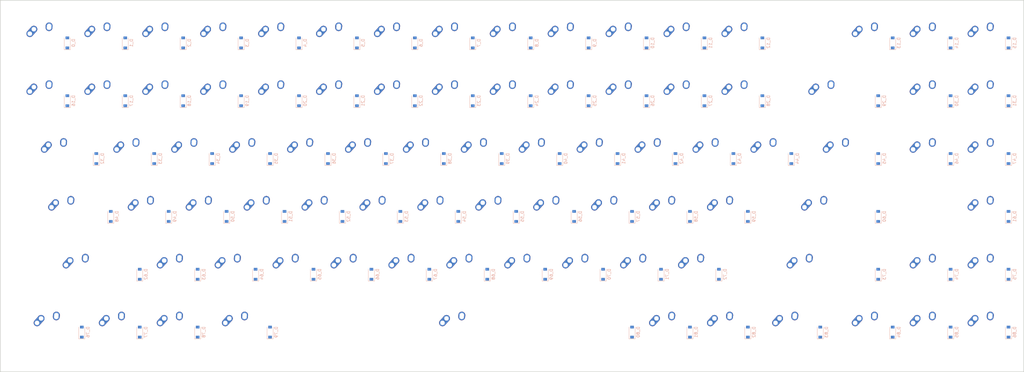
<source format=kicad_pcb>
(kicad_pcb (version 20171130) (host pcbnew "(5.0.0-3-g5ebb6b6)")
  (layers (0 F.Cu signal) (31 B.Cu signal) (34 B.Paste user) (35 F.Paste user) (36 B.SilkS user) (37 F.SilkS user) (38 B.Mask user) (39 F.Mask user) (44 Edge.Cuts user))
  (net 0 "")
  (net 1 "GND")
  (net 2 "VCC")
  (net 3 "col0")
  (net 4 "col1")
  (net 5 "col2")
  (net 6 "col3")
  (net 7 "col4")
  (net 8 "col5")
  (net 9 "col6")
  (net 10 "col7")
  (net 11 "col8")
  (net 12 "col9")
  (net 13 "col10")
  (net 14 "col11")
  (net 15 "col12")
  (net 16 "col13")
  (net 17 "col14")
  (net 18 "col15")
  (net 19 "col16")
  (net 20 "col17")
  (net 21 "row0")
  (net 22 "row1")
  (net 23 "row2")
  (net 24 "row3")
  (net 25 "row4")
  (net 26 "row5")
  (net 27 "row6")
  (net 28 "Net-(K_0-Pad1)")
  (net 29 "Net-(K_0-Pad2)")
  (net 30 "Net-(K_0-Pad3)")
  (net 31 "Net-(K_0-Pad4)")
  (net 32 "Net-(D_0-Pad1)")
  (net 33 "Net-(D_0-Pad2)")
  (net 34 "Net-(K_1-Pad1)")
  (net 35 "Net-(K_1-Pad2)")
  (net 36 "Net-(K_1-Pad3)")
  (net 37 "Net-(K_1-Pad4)")
  (net 38 "Net-(D_1-Pad1)")
  (net 39 "Net-(D_1-Pad2)")
  (net 40 "Net-(K_2-Pad1)")
  (net 41 "Net-(K_2-Pad2)")
  (net 42 "Net-(K_2-Pad3)")
  (net 43 "Net-(K_2-Pad4)")
  (net 44 "Net-(D_2-Pad1)")
  (net 45 "Net-(D_2-Pad2)")
  (net 46 "Net-(K_3-Pad1)")
  (net 47 "Net-(K_3-Pad2)")
  (net 48 "Net-(K_3-Pad3)")
  (net 49 "Net-(K_3-Pad4)")
  (net 50 "Net-(D_3-Pad1)")
  (net 51 "Net-(D_3-Pad2)")
  (net 52 "Net-(K_4-Pad1)")
  (net 53 "Net-(K_4-Pad2)")
  (net 54 "Net-(K_4-Pad3)")
  (net 55 "Net-(K_4-Pad4)")
  (net 56 "Net-(D_4-Pad1)")
  (net 57 "Net-(D_4-Pad2)")
  (net 58 "Net-(K_5-Pad1)")
  (net 59 "Net-(K_5-Pad2)")
  (net 60 "Net-(K_5-Pad3)")
  (net 61 "Net-(K_5-Pad4)")
  (net 62 "Net-(D_5-Pad1)")
  (net 63 "Net-(D_5-Pad2)")
  (net 64 "Net-(K_6-Pad1)")
  (net 65 "Net-(K_6-Pad2)")
  (net 66 "Net-(K_6-Pad3)")
  (net 67 "Net-(K_6-Pad4)")
  (net 68 "Net-(D_6-Pad1)")
  (net 69 "Net-(D_6-Pad2)")
  (net 70 "Net-(K_7-Pad1)")
  (net 71 "Net-(K_7-Pad2)")
  (net 72 "Net-(K_7-Pad3)")
  (net 73 "Net-(K_7-Pad4)")
  (net 74 "Net-(D_7-Pad1)")
  (net 75 "Net-(D_7-Pad2)")
  (net 76 "Net-(K_8-Pad1)")
  (net 77 "Net-(K_8-Pad2)")
  (net 78 "Net-(K_8-Pad3)")
  (net 79 "Net-(K_8-Pad4)")
  (net 80 "Net-(D_8-Pad1)")
  (net 81 "Net-(D_8-Pad2)")
  (net 82 "Net-(K_9-Pad1)")
  (net 83 "Net-(K_9-Pad2)")
  (net 84 "Net-(K_9-Pad3)")
  (net 85 "Net-(K_9-Pad4)")
  (net 86 "Net-(D_9-Pad1)")
  (net 87 "Net-(D_9-Pad2)")
  (net 88 "Net-(K_10-Pad1)")
  (net 89 "Net-(K_10-Pad2)")
  (net 90 "Net-(K_10-Pad3)")
  (net 91 "Net-(K_10-Pad4)")
  (net 92 "Net-(D_10-Pad1)")
  (net 93 "Net-(D_10-Pad2)")
  (net 94 "Net-(K_11-Pad1)")
  (net 95 "Net-(K_11-Pad2)")
  (net 96 "Net-(K_11-Pad3)")
  (net 97 "Net-(K_11-Pad4)")
  (net 98 "Net-(D_11-Pad1)")
  (net 99 "Net-(D_11-Pad2)")
  (net 100 "Net-(K_12-Pad1)")
  (net 101 "Net-(K_12-Pad2)")
  (net 102 "Net-(K_12-Pad3)")
  (net 103 "Net-(K_12-Pad4)")
  (net 104 "Net-(D_12-Pad1)")
  (net 105 "Net-(D_12-Pad2)")
  (net 106 "Net-(K_13-Pad1)")
  (net 107 "Net-(K_13-Pad2)")
  (net 108 "Net-(K_13-Pad3)")
  (net 109 "Net-(K_13-Pad4)")
  (net 110 "Net-(D_13-Pad1)")
  (net 111 "Net-(D_13-Pad2)")
  (net 112 "Net-(K_14-Pad1)")
  (net 113 "Net-(K_14-Pad2)")
  (net 114 "Net-(K_14-Pad3)")
  (net 115 "Net-(K_14-Pad4)")
  (net 116 "Net-(D_14-Pad1)")
  (net 117 "Net-(D_14-Pad2)")
  (net 118 "Net-(K_15-Pad1)")
  (net 119 "Net-(K_15-Pad2)")
  (net 120 "Net-(K_15-Pad3)")
  (net 121 "Net-(K_15-Pad4)")
  (net 122 "Net-(D_15-Pad1)")
  (net 123 "Net-(D_15-Pad2)")
  (net 124 "Net-(K_16-Pad1)")
  (net 125 "Net-(K_16-Pad2)")
  (net 126 "Net-(K_16-Pad3)")
  (net 127 "Net-(K_16-Pad4)")
  (net 128 "Net-(D_16-Pad1)")
  (net 129 "Net-(D_16-Pad2)")
  (net 130 "Net-(K_17-Pad1)")
  (net 131 "Net-(K_17-Pad2)")
  (net 132 "Net-(K_17-Pad3)")
  (net 133 "Net-(K_17-Pad4)")
  (net 134 "Net-(D_17-Pad1)")
  (net 135 "Net-(D_17-Pad2)")
  (net 136 "Net-(K_18-Pad1)")
  (net 137 "Net-(K_18-Pad2)")
  (net 138 "Net-(K_18-Pad3)")
  (net 139 "Net-(K_18-Pad4)")
  (net 140 "Net-(D_18-Pad1)")
  (net 141 "Net-(D_18-Pad2)")
  (net 142 "Net-(K_19-Pad1)")
  (net 143 "Net-(K_19-Pad2)")
  (net 144 "Net-(K_19-Pad3)")
  (net 145 "Net-(K_19-Pad4)")
  (net 146 "Net-(D_19-Pad1)")
  (net 147 "Net-(D_19-Pad2)")
  (net 148 "Net-(K_20-Pad1)")
  (net 149 "Net-(K_20-Pad2)")
  (net 150 "Net-(K_20-Pad3)")
  (net 151 "Net-(K_20-Pad4)")
  (net 152 "Net-(D_20-Pad1)")
  (net 153 "Net-(D_20-Pad2)")
  (net 154 "Net-(K_21-Pad1)")
  (net 155 "Net-(K_21-Pad2)")
  (net 156 "Net-(K_21-Pad3)")
  (net 157 "Net-(K_21-Pad4)")
  (net 158 "Net-(D_21-Pad1)")
  (net 159 "Net-(D_21-Pad2)")
  (net 160 "Net-(K_22-Pad1)")
  (net 161 "Net-(K_22-Pad2)")
  (net 162 "Net-(K_22-Pad3)")
  (net 163 "Net-(K_22-Pad4)")
  (net 164 "Net-(D_22-Pad1)")
  (net 165 "Net-(D_22-Pad2)")
  (net 166 "Net-(K_23-Pad1)")
  (net 167 "Net-(K_23-Pad2)")
  (net 168 "Net-(K_23-Pad3)")
  (net 169 "Net-(K_23-Pad4)")
  (net 170 "Net-(D_23-Pad1)")
  (net 171 "Net-(D_23-Pad2)")
  (net 172 "Net-(K_24-Pad1)")
  (net 173 "Net-(K_24-Pad2)")
  (net 174 "Net-(K_24-Pad3)")
  (net 175 "Net-(K_24-Pad4)")
  (net 176 "Net-(D_24-Pad1)")
  (net 177 "Net-(D_24-Pad2)")
  (net 178 "Net-(K_25-Pad1)")
  (net 179 "Net-(K_25-Pad2)")
  (net 180 "Net-(K_25-Pad3)")
  (net 181 "Net-(K_25-Pad4)")
  (net 182 "Net-(D_25-Pad1)")
  (net 183 "Net-(D_25-Pad2)")
  (net 184 "Net-(K_26-Pad1)")
  (net 185 "Net-(K_26-Pad2)")
  (net 186 "Net-(K_26-Pad3)")
  (net 187 "Net-(K_26-Pad4)")
  (net 188 "Net-(D_26-Pad1)")
  (net 189 "Net-(D_26-Pad2)")
  (net 190 "Net-(K_27-Pad1)")
  (net 191 "Net-(K_27-Pad2)")
  (net 192 "Net-(K_27-Pad3)")
  (net 193 "Net-(K_27-Pad4)")
  (net 194 "Net-(D_27-Pad1)")
  (net 195 "Net-(D_27-Pad2)")
  (net 196 "Net-(K_28-Pad1)")
  (net 197 "Net-(K_28-Pad2)")
  (net 198 "Net-(K_28-Pad3)")
  (net 199 "Net-(K_28-Pad4)")
  (net 200 "Net-(D_28-Pad1)")
  (net 201 "Net-(D_28-Pad2)")
  (net 202 "Net-(K_29-Pad1)")
  (net 203 "Net-(K_29-Pad2)")
  (net 204 "Net-(K_29-Pad3)")
  (net 205 "Net-(K_29-Pad4)")
  (net 206 "Net-(D_29-Pad1)")
  (net 207 "Net-(D_29-Pad2)")
  (net 208 "Net-(K_30-Pad1)")
  (net 209 "Net-(K_30-Pad2)")
  (net 210 "Net-(K_30-Pad3)")
  (net 211 "Net-(K_30-Pad4)")
  (net 212 "Net-(D_30-Pad1)")
  (net 213 "Net-(D_30-Pad2)")
  (net 214 "Net-(K_31-Pad1)")
  (net 215 "Net-(K_31-Pad2)")
  (net 216 "Net-(K_31-Pad3)")
  (net 217 "Net-(K_31-Pad4)")
  (net 218 "Net-(D_31-Pad1)")
  (net 219 "Net-(D_31-Pad2)")
  (net 220 "Net-(K_32-Pad1)")
  (net 221 "Net-(K_32-Pad2)")
  (net 222 "Net-(K_32-Pad3)")
  (net 223 "Net-(K_32-Pad4)")
  (net 224 "Net-(D_32-Pad1)")
  (net 225 "Net-(D_32-Pad2)")
  (net 226 "Net-(K_33-Pad1)")
  (net 227 "Net-(K_33-Pad2)")
  (net 228 "Net-(K_33-Pad3)")
  (net 229 "Net-(K_33-Pad4)")
  (net 230 "Net-(D_33-Pad1)")
  (net 231 "Net-(D_33-Pad2)")
  (net 232 "Net-(K_34-Pad1)")
  (net 233 "Net-(K_34-Pad2)")
  (net 234 "Net-(K_34-Pad3)")
  (net 235 "Net-(K_34-Pad4)")
  (net 236 "Net-(D_34-Pad1)")
  (net 237 "Net-(D_34-Pad2)")
  (net 238 "Net-(K_35-Pad1)")
  (net 239 "Net-(K_35-Pad2)")
  (net 240 "Net-(K_35-Pad3)")
  (net 241 "Net-(K_35-Pad4)")
  (net 242 "Net-(D_35-Pad1)")
  (net 243 "Net-(D_35-Pad2)")
  (net 244 "Net-(K_36-Pad1)")
  (net 245 "Net-(K_36-Pad2)")
  (net 246 "Net-(K_36-Pad3)")
  (net 247 "Net-(K_36-Pad4)")
  (net 248 "Net-(D_36-Pad1)")
  (net 249 "Net-(D_36-Pad2)")
  (net 250 "Net-(K_37-Pad1)")
  (net 251 "Net-(K_37-Pad2)")
  (net 252 "Net-(K_37-Pad3)")
  (net 253 "Net-(K_37-Pad4)")
  (net 254 "Net-(D_37-Pad1)")
  (net 255 "Net-(D_37-Pad2)")
  (net 256 "Net-(K_38-Pad1)")
  (net 257 "Net-(K_38-Pad2)")
  (net 258 "Net-(K_38-Pad3)")
  (net 259 "Net-(K_38-Pad4)")
  (net 260 "Net-(D_38-Pad1)")
  (net 261 "Net-(D_38-Pad2)")
  (net 262 "Net-(K_39-Pad1)")
  (net 263 "Net-(K_39-Pad2)")
  (net 264 "Net-(K_39-Pad3)")
  (net 265 "Net-(K_39-Pad4)")
  (net 266 "Net-(D_39-Pad1)")
  (net 267 "Net-(D_39-Pad2)")
  (net 268 "Net-(K_40-Pad1)")
  (net 269 "Net-(K_40-Pad2)")
  (net 270 "Net-(K_40-Pad3)")
  (net 271 "Net-(K_40-Pad4)")
  (net 272 "Net-(D_40-Pad1)")
  (net 273 "Net-(D_40-Pad2)")
  (net 274 "Net-(K_41-Pad1)")
  (net 275 "Net-(K_41-Pad2)")
  (net 276 "Net-(K_41-Pad3)")
  (net 277 "Net-(K_41-Pad4)")
  (net 278 "Net-(D_41-Pad1)")
  (net 279 "Net-(D_41-Pad2)")
  (net 280 "Net-(K_42-Pad1)")
  (net 281 "Net-(K_42-Pad2)")
  (net 282 "Net-(K_42-Pad3)")
  (net 283 "Net-(K_42-Pad4)")
  (net 284 "Net-(D_42-Pad1)")
  (net 285 "Net-(D_42-Pad2)")
  (net 286 "Net-(K_43-Pad1)")
  (net 287 "Net-(K_43-Pad2)")
  (net 288 "Net-(K_43-Pad3)")
  (net 289 "Net-(K_43-Pad4)")
  (net 290 "Net-(D_43-Pad1)")
  (net 291 "Net-(D_43-Pad2)")
  (net 292 "Net-(K_44-Pad1)")
  (net 293 "Net-(K_44-Pad2)")
  (net 294 "Net-(K_44-Pad3)")
  (net 295 "Net-(K_44-Pad4)")
  (net 296 "Net-(D_44-Pad1)")
  (net 297 "Net-(D_44-Pad2)")
  (net 298 "Net-(K_45-Pad1)")
  (net 299 "Net-(K_45-Pad2)")
  (net 300 "Net-(K_45-Pad3)")
  (net 301 "Net-(K_45-Pad4)")
  (net 302 "Net-(D_45-Pad1)")
  (net 303 "Net-(D_45-Pad2)")
  (net 304 "Net-(K_46-Pad1)")
  (net 305 "Net-(K_46-Pad2)")
  (net 306 "Net-(K_46-Pad3)")
  (net 307 "Net-(K_46-Pad4)")
  (net 308 "Net-(D_46-Pad1)")
  (net 309 "Net-(D_46-Pad2)")
  (net 310 "Net-(K_47-Pad1)")
  (net 311 "Net-(K_47-Pad2)")
  (net 312 "Net-(K_47-Pad3)")
  (net 313 "Net-(K_47-Pad4)")
  (net 314 "Net-(D_47-Pad1)")
  (net 315 "Net-(D_47-Pad2)")
  (net 316 "Net-(K_48-Pad1)")
  (net 317 "Net-(K_48-Pad2)")
  (net 318 "Net-(K_48-Pad3)")
  (net 319 "Net-(K_48-Pad4)")
  (net 320 "Net-(D_48-Pad1)")
  (net 321 "Net-(D_48-Pad2)")
  (net 322 "Net-(K_49-Pad1)")
  (net 323 "Net-(K_49-Pad2)")
  (net 324 "Net-(K_49-Pad3)")
  (net 325 "Net-(K_49-Pad4)")
  (net 326 "Net-(D_49-Pad1)")
  (net 327 "Net-(D_49-Pad2)")
  (net 328 "Net-(K_50-Pad1)")
  (net 329 "Net-(K_50-Pad2)")
  (net 330 "Net-(K_50-Pad3)")
  (net 331 "Net-(K_50-Pad4)")
  (net 332 "Net-(D_50-Pad1)")
  (net 333 "Net-(D_50-Pad2)")
  (net 334 "Net-(K_51-Pad1)")
  (net 335 "Net-(K_51-Pad2)")
  (net 336 "Net-(K_51-Pad3)")
  (net 337 "Net-(K_51-Pad4)")
  (net 338 "Net-(D_51-Pad1)")
  (net 339 "Net-(D_51-Pad2)")
  (net 340 "Net-(K_52-Pad1)")
  (net 341 "Net-(K_52-Pad2)")
  (net 342 "Net-(K_52-Pad3)")
  (net 343 "Net-(K_52-Pad4)")
  (net 344 "Net-(D_52-Pad1)")
  (net 345 "Net-(D_52-Pad2)")
  (net 346 "Net-(K_53-Pad1)")
  (net 347 "Net-(K_53-Pad2)")
  (net 348 "Net-(K_53-Pad3)")
  (net 349 "Net-(K_53-Pad4)")
  (net 350 "Net-(D_53-Pad1)")
  (net 351 "Net-(D_53-Pad2)")
  (net 352 "Net-(K_54-Pad1)")
  (net 353 "Net-(K_54-Pad2)")
  (net 354 "Net-(K_54-Pad3)")
  (net 355 "Net-(K_54-Pad4)")
  (net 356 "Net-(D_54-Pad1)")
  (net 357 "Net-(D_54-Pad2)")
  (net 358 "Net-(K_55-Pad1)")
  (net 359 "Net-(K_55-Pad2)")
  (net 360 "Net-(K_55-Pad3)")
  (net 361 "Net-(K_55-Pad4)")
  (net 362 "Net-(D_55-Pad1)")
  (net 363 "Net-(D_55-Pad2)")
  (net 364 "Net-(K_56-Pad1)")
  (net 365 "Net-(K_56-Pad2)")
  (net 366 "Net-(K_56-Pad3)")
  (net 367 "Net-(K_56-Pad4)")
  (net 368 "Net-(D_56-Pad1)")
  (net 369 "Net-(D_56-Pad2)")
  (net 370 "Net-(K_57-Pad1)")
  (net 371 "Net-(K_57-Pad2)")
  (net 372 "Net-(K_57-Pad3)")
  (net 373 "Net-(K_57-Pad4)")
  (net 374 "Net-(D_57-Pad1)")
  (net 375 "Net-(D_57-Pad2)")
  (net 376 "Net-(K_58-Pad1)")
  (net 377 "Net-(K_58-Pad2)")
  (net 378 "Net-(K_58-Pad3)")
  (net 379 "Net-(K_58-Pad4)")
  (net 380 "Net-(D_58-Pad1)")
  (net 381 "Net-(D_58-Pad2)")
  (net 382 "Net-(K_59-Pad1)")
  (net 383 "Net-(K_59-Pad2)")
  (net 384 "Net-(K_59-Pad3)")
  (net 385 "Net-(K_59-Pad4)")
  (net 386 "Net-(D_59-Pad1)")
  (net 387 "Net-(D_59-Pad2)")
  (net 388 "Net-(K_60-Pad1)")
  (net 389 "Net-(K_60-Pad2)")
  (net 390 "Net-(K_60-Pad3)")
  (net 391 "Net-(K_60-Pad4)")
  (net 392 "Net-(D_60-Pad1)")
  (net 393 "Net-(D_60-Pad2)")
  (net 394 "Net-(K_61-Pad1)")
  (net 395 "Net-(K_61-Pad2)")
  (net 396 "Net-(K_61-Pad3)")
  (net 397 "Net-(K_61-Pad4)")
  (net 398 "Net-(D_61-Pad1)")
  (net 399 "Net-(D_61-Pad2)")
  (net 400 "Net-(K_62-Pad1)")
  (net 401 "Net-(K_62-Pad2)")
  (net 402 "Net-(K_62-Pad3)")
  (net 403 "Net-(K_62-Pad4)")
  (net 404 "Net-(D_62-Pad1)")
  (net 405 "Net-(D_62-Pad2)")
  (net 406 "Net-(K_63-Pad1)")
  (net 407 "Net-(K_63-Pad2)")
  (net 408 "Net-(K_63-Pad3)")
  (net 409 "Net-(K_63-Pad4)")
  (net 410 "Net-(D_63-Pad1)")
  (net 411 "Net-(D_63-Pad2)")
  (net 412 "Net-(K_64-Pad1)")
  (net 413 "Net-(K_64-Pad2)")
  (net 414 "Net-(K_64-Pad3)")
  (net 415 "Net-(K_64-Pad4)")
  (net 416 "Net-(D_64-Pad1)")
  (net 417 "Net-(D_64-Pad2)")
  (net 418 "Net-(K_65-Pad1)")
  (net 419 "Net-(K_65-Pad2)")
  (net 420 "Net-(K_65-Pad3)")
  (net 421 "Net-(K_65-Pad4)")
  (net 422 "Net-(D_65-Pad1)")
  (net 423 "Net-(D_65-Pad2)")
  (net 424 "Net-(K_66-Pad1)")
  (net 425 "Net-(K_66-Pad2)")
  (net 426 "Net-(K_66-Pad3)")
  (net 427 "Net-(K_66-Pad4)")
  (net 428 "Net-(D_66-Pad1)")
  (net 429 "Net-(D_66-Pad2)")
  (net 430 "Net-(K_67-Pad1)")
  (net 431 "Net-(K_67-Pad2)")
  (net 432 "Net-(K_67-Pad3)")
  (net 433 "Net-(K_67-Pad4)")
  (net 434 "Net-(D_67-Pad1)")
  (net 435 "Net-(D_67-Pad2)")
  (net 436 "Net-(K_68-Pad1)")
  (net 437 "Net-(K_68-Pad2)")
  (net 438 "Net-(K_68-Pad3)")
  (net 439 "Net-(K_68-Pad4)")
  (net 440 "Net-(D_68-Pad1)")
  (net 441 "Net-(D_68-Pad2)")
  (net 442 "Net-(K_69-Pad1)")
  (net 443 "Net-(K_69-Pad2)")
  (net 444 "Net-(K_69-Pad3)")
  (net 445 "Net-(K_69-Pad4)")
  (net 446 "Net-(D_69-Pad1)")
  (net 447 "Net-(D_69-Pad2)")
  (net 448 "Net-(K_70-Pad1)")
  (net 449 "Net-(K_70-Pad2)")
  (net 450 "Net-(K_70-Pad3)")
  (net 451 "Net-(K_70-Pad4)")
  (net 452 "Net-(D_70-Pad1)")
  (net 453 "Net-(D_70-Pad2)")
  (net 454 "Net-(K_71-Pad1)")
  (net 455 "Net-(K_71-Pad2)")
  (net 456 "Net-(K_71-Pad3)")
  (net 457 "Net-(K_71-Pad4)")
  (net 458 "Net-(D_71-Pad1)")
  (net 459 "Net-(D_71-Pad2)")
  (net 460 "Net-(K_72-Pad1)")
  (net 461 "Net-(K_72-Pad2)")
  (net 462 "Net-(K_72-Pad3)")
  (net 463 "Net-(K_72-Pad4)")
  (net 464 "Net-(D_72-Pad1)")
  (net 465 "Net-(D_72-Pad2)")
  (net 466 "Net-(K_73-Pad1)")
  (net 467 "Net-(K_73-Pad2)")
  (net 468 "Net-(K_73-Pad3)")
  (net 469 "Net-(K_73-Pad4)")
  (net 470 "Net-(D_73-Pad1)")
  (net 471 "Net-(D_73-Pad2)")
  (net 472 "Net-(K_74-Pad1)")
  (net 473 "Net-(K_74-Pad2)")
  (net 474 "Net-(K_74-Pad3)")
  (net 475 "Net-(K_74-Pad4)")
  (net 476 "Net-(D_74-Pad1)")
  (net 477 "Net-(D_74-Pad2)")
  (net 478 "Net-(K_75-Pad1)")
  (net 479 "Net-(K_75-Pad2)")
  (net 480 "Net-(K_75-Pad3)")
  (net 481 "Net-(K_75-Pad4)")
  (net 482 "Net-(D_75-Pad1)")
  (net 483 "Net-(D_75-Pad2)")
  (net 484 "Net-(K_76-Pad1)")
  (net 485 "Net-(K_76-Pad2)")
  (net 486 "Net-(K_76-Pad3)")
  (net 487 "Net-(K_76-Pad4)")
  (net 488 "Net-(D_76-Pad1)")
  (net 489 "Net-(D_76-Pad2)")
  (net 490 "Net-(K_77-Pad1)")
  (net 491 "Net-(K_77-Pad2)")
  (net 492 "Net-(K_77-Pad3)")
  (net 493 "Net-(K_77-Pad4)")
  (net 494 "Net-(D_77-Pad1)")
  (net 495 "Net-(D_77-Pad2)")
  (net 496 "Net-(K_78-Pad1)")
  (net 497 "Net-(K_78-Pad2)")
  (net 498 "Net-(K_78-Pad3)")
  (net 499 "Net-(K_78-Pad4)")
  (net 500 "Net-(D_78-Pad1)")
  (net 501 "Net-(D_78-Pad2)")
  (net 502 "Net-(K_79-Pad1)")
  (net 503 "Net-(K_79-Pad2)")
  (net 504 "Net-(K_79-Pad3)")
  (net 505 "Net-(K_79-Pad4)")
  (net 506 "Net-(D_79-Pad1)")
  (net 507 "Net-(D_79-Pad2)")
  (net 508 "Net-(K_80-Pad1)")
  (net 509 "Net-(K_80-Pad2)")
  (net 510 "Net-(K_80-Pad3)")
  (net 511 "Net-(K_80-Pad4)")
  (net 512 "Net-(D_80-Pad1)")
  (net 513 "Net-(D_80-Pad2)")
  (net 514 "Net-(K_81-Pad1)")
  (net 515 "Net-(K_81-Pad2)")
  (net 516 "Net-(K_81-Pad3)")
  (net 517 "Net-(K_81-Pad4)")
  (net 518 "Net-(D_81-Pad1)")
  (net 519 "Net-(D_81-Pad2)")
  (net 520 "Net-(K_82-Pad1)")
  (net 521 "Net-(K_82-Pad2)")
  (net 522 "Net-(K_82-Pad3)")
  (net 523 "Net-(K_82-Pad4)")
  (net 524 "Net-(D_82-Pad1)")
  (net 525 "Net-(D_82-Pad2)")
  (net 526 "Net-(K_83-Pad1)")
  (net 527 "Net-(K_83-Pad2)")
  (net 528 "Net-(K_83-Pad3)")
  (net 529 "Net-(K_83-Pad4)")
  (net 530 "Net-(D_83-Pad1)")
  (net 531 "Net-(D_83-Pad2)")
  (net 532 "Net-(K_84-Pad1)")
  (net 533 "Net-(K_84-Pad2)")
  (net 534 "Net-(K_84-Pad3)")
  (net 535 "Net-(K_84-Pad4)")
  (net 536 "Net-(D_84-Pad1)")
  (net 537 "Net-(D_84-Pad2)")
  (net 538 "Net-(K_85-Pad1)")
  (net 539 "Net-(K_85-Pad2)")
  (net 540 "Net-(K_85-Pad3)")
  (net 541 "Net-(K_85-Pad4)")
  (net 542 "Net-(D_85-Pad1)")
  (net 543 "Net-(D_85-Pad2)")
  (net 544 "Net-(K_86-Pad1)")
  (net 545 "Net-(K_86-Pad2)")
  (net 546 "Net-(K_86-Pad3)")
  (net 547 "Net-(K_86-Pad4)")
  (net 548 "Net-(D_86-Pad1)")
  (net 549 "Net-(D_86-Pad2)")
  (module MX_Alps_Hybrid:MX-1U-NoLED (layer F.Cu) (at 9.525 9.525)
    (fp_text reference K_0)
    (fp_text value KEYSW)
    (pad 1 thru_hole circle (at -2.5 -4) (size 2.25 2.25) (drill 1.47) (layers *.Cu B.Mask) (net 3 "col0"))
    (pad 1 thru_hole oval (at -3.81 -2.54 48.0996) (size 4.211556 2.25) (drill 1.47 (offset 0.980778 0)) (layers *.Cu B.Mask) (net 3 "col0"))
    (pad 2 thru_hole oval (at 2.5 -4.5 86.0548) (size 2.831378 2.25) (drill 1.47 (offset 0.290689 0)) (layers *.Cu B.Mask) (net 33 "Net-(D_0-Pad2)"))
    (pad 2 thru_hole circle (at 2.54 -5.08) (size 2.25 2.25) (drill 1.47) (layers *.Cu B.Mask) (net 33 "Net-(D_0-Pad2)"))
    (pad "" np_thru_hole circle (at 0 0) (size 3.9878 3.9878) (drill 3.9878) (layers *.Cu *.Mask))
    (pad "" np_thru_hole circle (at -5.08 0 48.0996) (size 1.75 1.75) (drill 1.75) (layers *.Cu *.Mask))
    (pad "" np_thru_hole circle (at 5.08 0 48.0996) (size 1.75 1.75) (drill 1.75) (layers *.Cu *.Mask))
  )
  (module Diode_SMD:D_SOD-123 (layer B.Cu) (at 18.05 10.025 90)
    (fp_text reference D_0 (at 0 2 90) (layer B.SilkS) (effects (justify mirror)))
    (fp_text value D)
    (pad 2 smd rect (at 1.65 0 90) (size 0.9 1.2) (layers B.Cu B.Paste B.Mask) (net 33 "Net-(D_0-Pad2)"))
    (pad 1 smd rect (at -1.65 0 90) (size 0.9 1.2) (layers B.Cu B.Paste B.Mask) (net 21 "row0"))
  )
  (module MX_Alps_Hybrid:MX-1U-NoLED (layer F.Cu) (at 28.575 9.525)
    (fp_text reference K_1)
    (fp_text value KEYSW)
    (pad 1 thru_hole circle (at -2.5 -4) (size 2.25 2.25) (drill 1.47) (layers *.Cu B.Mask) (net 4 "col1"))
    (pad 1 thru_hole oval (at -3.81 -2.54 48.0996) (size 4.211556 2.25) (drill 1.47 (offset 0.980778 0)) (layers *.Cu B.Mask) (net 4 "col1"))
    (pad 2 thru_hole oval (at 2.5 -4.5 86.0548) (size 2.831378 2.25) (drill 1.47 (offset 0.290689 0)) (layers *.Cu B.Mask) (net 39 "Net-(D_1-Pad2)"))
    (pad 2 thru_hole circle (at 2.54 -5.08) (size 2.25 2.25) (drill 1.47) (layers *.Cu B.Mask) (net 39 "Net-(D_1-Pad2)"))
    (pad "" np_thru_hole circle (at 0 0) (size 3.9878 3.9878) (drill 3.9878) (layers *.Cu *.Mask))
    (pad "" np_thru_hole circle (at -5.08 0 48.0996) (size 1.75 1.75) (drill 1.75) (layers *.Cu *.Mask))
    (pad "" np_thru_hole circle (at 5.08 0 48.0996) (size 1.75 1.75) (drill 1.75) (layers *.Cu *.Mask))
  )
  (module Diode_SMD:D_SOD-123 (layer B.Cu) (at 37.1 10.025 90)
    (fp_text reference D_1 (at 0 2 90) (layer B.SilkS) (effects (justify mirror)))
    (fp_text value D)
    (pad 2 smd rect (at 1.65 0 90) (size 0.9 1.2) (layers B.Cu B.Paste B.Mask) (net 39 "Net-(D_1-Pad2)"))
    (pad 1 smd rect (at -1.65 0 90) (size 0.9 1.2) (layers B.Cu B.Paste B.Mask) (net 21 "row0"))
  )
  (module MX_Alps_Hybrid:MX-1U-NoLED (layer F.Cu) (at 47.625 9.525)
    (fp_text reference K_2)
    (fp_text value KEYSW)
    (pad 1 thru_hole circle (at -2.5 -4) (size 2.25 2.25) (drill 1.47) (layers *.Cu B.Mask) (net 5 "col2"))
    (pad 1 thru_hole oval (at -3.81 -2.54 48.0996) (size 4.211556 2.25) (drill 1.47 (offset 0.980778 0)) (layers *.Cu B.Mask) (net 5 "col2"))
    (pad 2 thru_hole oval (at 2.5 -4.5 86.0548) (size 2.831378 2.25) (drill 1.47 (offset 0.290689 0)) (layers *.Cu B.Mask) (net 45 "Net-(D_2-Pad2)"))
    (pad 2 thru_hole circle (at 2.54 -5.08) (size 2.25 2.25) (drill 1.47) (layers *.Cu B.Mask) (net 45 "Net-(D_2-Pad2)"))
    (pad "" np_thru_hole circle (at 0 0) (size 3.9878 3.9878) (drill 3.9878) (layers *.Cu *.Mask))
    (pad "" np_thru_hole circle (at -5.08 0 48.0996) (size 1.75 1.75) (drill 1.75) (layers *.Cu *.Mask))
    (pad "" np_thru_hole circle (at 5.08 0 48.0996) (size 1.75 1.75) (drill 1.75) (layers *.Cu *.Mask))
  )
  (module Diode_SMD:D_SOD-123 (layer B.Cu) (at 56.15 10.025 90)
    (fp_text reference D_2 (at 0 2 90) (layer B.SilkS) (effects (justify mirror)))
    (fp_text value D)
    (pad 2 smd rect (at 1.65 0 90) (size 0.9 1.2) (layers B.Cu B.Paste B.Mask) (net 45 "Net-(D_2-Pad2)"))
    (pad 1 smd rect (at -1.65 0 90) (size 0.9 1.2) (layers B.Cu B.Paste B.Mask) (net 21 "row0"))
  )
  (module MX_Alps_Hybrid:MX-1U-NoLED (layer F.Cu) (at 66.675 9.525)
    (fp_text reference K_3)
    (fp_text value KEYSW)
    (pad 1 thru_hole circle (at -2.5 -4) (size 2.25 2.25) (drill 1.47) (layers *.Cu B.Mask) (net 6 "col3"))
    (pad 1 thru_hole oval (at -3.81 -2.54 48.0996) (size 4.211556 2.25) (drill 1.47 (offset 0.980778 0)) (layers *.Cu B.Mask) (net 6 "col3"))
    (pad 2 thru_hole oval (at 2.5 -4.5 86.0548) (size 2.831378 2.25) (drill 1.47 (offset 0.290689 0)) (layers *.Cu B.Mask) (net 51 "Net-(D_3-Pad2)"))
    (pad 2 thru_hole circle (at 2.54 -5.08) (size 2.25 2.25) (drill 1.47) (layers *.Cu B.Mask) (net 51 "Net-(D_3-Pad2)"))
    (pad "" np_thru_hole circle (at 0 0) (size 3.9878 3.9878) (drill 3.9878) (layers *.Cu *.Mask))
    (pad "" np_thru_hole circle (at -5.08 0 48.0996) (size 1.75 1.75) (drill 1.75) (layers *.Cu *.Mask))
    (pad "" np_thru_hole circle (at 5.08 0 48.0996) (size 1.75 1.75) (drill 1.75) (layers *.Cu *.Mask))
  )
  (module Diode_SMD:D_SOD-123 (layer B.Cu) (at 75.2 10.025 90)
    (fp_text reference D_3 (at 0 2 90) (layer B.SilkS) (effects (justify mirror)))
    (fp_text value D)
    (pad 2 smd rect (at 1.65 0 90) (size 0.9 1.2) (layers B.Cu B.Paste B.Mask) (net 51 "Net-(D_3-Pad2)"))
    (pad 1 smd rect (at -1.65 0 90) (size 0.9 1.2) (layers B.Cu B.Paste B.Mask) (net 21 "row0"))
  )
  (module MX_Alps_Hybrid:MX-1U-NoLED (layer F.Cu) (at 85.725 9.525)
    (fp_text reference K_4)
    (fp_text value KEYSW)
    (pad 1 thru_hole circle (at -2.5 -4) (size 2.25 2.25) (drill 1.47) (layers *.Cu B.Mask) (net 7 "col4"))
    (pad 1 thru_hole oval (at -3.81 -2.54 48.0996) (size 4.211556 2.25) (drill 1.47 (offset 0.980778 0)) (layers *.Cu B.Mask) (net 7 "col4"))
    (pad 2 thru_hole oval (at 2.5 -4.5 86.0548) (size 2.831378 2.25) (drill 1.47 (offset 0.290689 0)) (layers *.Cu B.Mask) (net 57 "Net-(D_4-Pad2)"))
    (pad 2 thru_hole circle (at 2.54 -5.08) (size 2.25 2.25) (drill 1.47) (layers *.Cu B.Mask) (net 57 "Net-(D_4-Pad2)"))
    (pad "" np_thru_hole circle (at 0 0) (size 3.9878 3.9878) (drill 3.9878) (layers *.Cu *.Mask))
    (pad "" np_thru_hole circle (at -5.08 0 48.0996) (size 1.75 1.75) (drill 1.75) (layers *.Cu *.Mask))
    (pad "" np_thru_hole circle (at 5.08 0 48.0996) (size 1.75 1.75) (drill 1.75) (layers *.Cu *.Mask))
  )
  (module Diode_SMD:D_SOD-123 (layer B.Cu) (at 94.25 10.025 90)
    (fp_text reference D_4 (at 0 2 90) (layer B.SilkS) (effects (justify mirror)))
    (fp_text value D)
    (pad 2 smd rect (at 1.65 0 90) (size 0.9 1.2) (layers B.Cu B.Paste B.Mask) (net 57 "Net-(D_4-Pad2)"))
    (pad 1 smd rect (at -1.65 0 90) (size 0.9 1.2) (layers B.Cu B.Paste B.Mask) (net 21 "row0"))
  )
  (module MX_Alps_Hybrid:MX-1U-NoLED (layer F.Cu) (at 104.775 9.525)
    (fp_text reference K_5)
    (fp_text value KEYSW)
    (pad 1 thru_hole circle (at -2.5 -4) (size 2.25 2.25) (drill 1.47) (layers *.Cu B.Mask) (net 8 "col5"))
    (pad 1 thru_hole oval (at -3.81 -2.54 48.0996) (size 4.211556 2.25) (drill 1.47 (offset 0.980778 0)) (layers *.Cu B.Mask) (net 8 "col5"))
    (pad 2 thru_hole oval (at 2.5 -4.5 86.0548) (size 2.831378 2.25) (drill 1.47 (offset 0.290689 0)) (layers *.Cu B.Mask) (net 63 "Net-(D_5-Pad2)"))
    (pad 2 thru_hole circle (at 2.54 -5.08) (size 2.25 2.25) (drill 1.47) (layers *.Cu B.Mask) (net 63 "Net-(D_5-Pad2)"))
    (pad "" np_thru_hole circle (at 0 0) (size 3.9878 3.9878) (drill 3.9878) (layers *.Cu *.Mask))
    (pad "" np_thru_hole circle (at -5.08 0 48.0996) (size 1.75 1.75) (drill 1.75) (layers *.Cu *.Mask))
    (pad "" np_thru_hole circle (at 5.08 0 48.0996) (size 1.75 1.75) (drill 1.75) (layers *.Cu *.Mask))
  )
  (module Diode_SMD:D_SOD-123 (layer B.Cu) (at 113.3 10.025 90)
    (fp_text reference D_5 (at 0 2 90) (layer B.SilkS) (effects (justify mirror)))
    (fp_text value D)
    (pad 2 smd rect (at 1.65 0 90) (size 0.9 1.2) (layers B.Cu B.Paste B.Mask) (net 63 "Net-(D_5-Pad2)"))
    (pad 1 smd rect (at -1.65 0 90) (size 0.9 1.2) (layers B.Cu B.Paste B.Mask) (net 21 "row0"))
  )
  (module MX_Alps_Hybrid:MX-1U-NoLED (layer F.Cu) (at 123.825 9.525)
    (fp_text reference K_6)
    (fp_text value KEYSW)
    (pad 1 thru_hole circle (at -2.5 -4) (size 2.25 2.25) (drill 1.47) (layers *.Cu B.Mask) (net 9 "col6"))
    (pad 1 thru_hole oval (at -3.81 -2.54 48.0996) (size 4.211556 2.25) (drill 1.47 (offset 0.980778 0)) (layers *.Cu B.Mask) (net 9 "col6"))
    (pad 2 thru_hole oval (at 2.5 -4.5 86.0548) (size 2.831378 2.25) (drill 1.47 (offset 0.290689 0)) (layers *.Cu B.Mask) (net 69 "Net-(D_6-Pad2)"))
    (pad 2 thru_hole circle (at 2.54 -5.08) (size 2.25 2.25) (drill 1.47) (layers *.Cu B.Mask) (net 69 "Net-(D_6-Pad2)"))
    (pad "" np_thru_hole circle (at 0 0) (size 3.9878 3.9878) (drill 3.9878) (layers *.Cu *.Mask))
    (pad "" np_thru_hole circle (at -5.08 0 48.0996) (size 1.75 1.75) (drill 1.75) (layers *.Cu *.Mask))
    (pad "" np_thru_hole circle (at 5.08 0 48.0996) (size 1.75 1.75) (drill 1.75) (layers *.Cu *.Mask))
  )
  (module Diode_SMD:D_SOD-123 (layer B.Cu) (at 132.35 10.025 90)
    (fp_text reference D_6 (at 0 2 90) (layer B.SilkS) (effects (justify mirror)))
    (fp_text value D)
    (pad 2 smd rect (at 1.65 0 90) (size 0.9 1.2) (layers B.Cu B.Paste B.Mask) (net 69 "Net-(D_6-Pad2)"))
    (pad 1 smd rect (at -1.65 0 90) (size 0.9 1.2) (layers B.Cu B.Paste B.Mask) (net 21 "row0"))
  )
  (module MX_Alps_Hybrid:MX-1U-NoLED (layer F.Cu) (at 142.875 9.525)
    (fp_text reference K_7)
    (fp_text value KEYSW)
    (pad 1 thru_hole circle (at -2.5 -4) (size 2.25 2.25) (drill 1.47) (layers *.Cu B.Mask) (net 10 "col7"))
    (pad 1 thru_hole oval (at -3.81 -2.54 48.0996) (size 4.211556 2.25) (drill 1.47 (offset 0.980778 0)) (layers *.Cu B.Mask) (net 10 "col7"))
    (pad 2 thru_hole oval (at 2.5 -4.5 86.0548) (size 2.831378 2.25) (drill 1.47 (offset 0.290689 0)) (layers *.Cu B.Mask) (net 75 "Net-(D_7-Pad2)"))
    (pad 2 thru_hole circle (at 2.54 -5.08) (size 2.25 2.25) (drill 1.47) (layers *.Cu B.Mask) (net 75 "Net-(D_7-Pad2)"))
    (pad "" np_thru_hole circle (at 0 0) (size 3.9878 3.9878) (drill 3.9878) (layers *.Cu *.Mask))
    (pad "" np_thru_hole circle (at -5.08 0 48.0996) (size 1.75 1.75) (drill 1.75) (layers *.Cu *.Mask))
    (pad "" np_thru_hole circle (at 5.08 0 48.0996) (size 1.75 1.75) (drill 1.75) (layers *.Cu *.Mask))
  )
  (module Diode_SMD:D_SOD-123 (layer B.Cu) (at 151.4 10.025 90)
    (fp_text reference D_7 (at 0 2 90) (layer B.SilkS) (effects (justify mirror)))
    (fp_text value D)
    (pad 2 smd rect (at 1.65 0 90) (size 0.9 1.2) (layers B.Cu B.Paste B.Mask) (net 75 "Net-(D_7-Pad2)"))
    (pad 1 smd rect (at -1.65 0 90) (size 0.9 1.2) (layers B.Cu B.Paste B.Mask) (net 21 "row0"))
  )
  (module MX_Alps_Hybrid:MX-1U-NoLED (layer F.Cu) (at 161.925 9.525)
    (fp_text reference K_8)
    (fp_text value KEYSW)
    (pad 1 thru_hole circle (at -2.5 -4) (size 2.25 2.25) (drill 1.47) (layers *.Cu B.Mask) (net 11 "col8"))
    (pad 1 thru_hole oval (at -3.81 -2.54 48.0996) (size 4.211556 2.25) (drill 1.47 (offset 0.980778 0)) (layers *.Cu B.Mask) (net 11 "col8"))
    (pad 2 thru_hole oval (at 2.5 -4.5 86.0548) (size 2.831378 2.25) (drill 1.47 (offset 0.290689 0)) (layers *.Cu B.Mask) (net 81 "Net-(D_8-Pad2)"))
    (pad 2 thru_hole circle (at 2.54 -5.08) (size 2.25 2.25) (drill 1.47) (layers *.Cu B.Mask) (net 81 "Net-(D_8-Pad2)"))
    (pad "" np_thru_hole circle (at 0 0) (size 3.9878 3.9878) (drill 3.9878) (layers *.Cu *.Mask))
    (pad "" np_thru_hole circle (at -5.08 0 48.0996) (size 1.75 1.75) (drill 1.75) (layers *.Cu *.Mask))
    (pad "" np_thru_hole circle (at 5.08 0 48.0996) (size 1.75 1.75) (drill 1.75) (layers *.Cu *.Mask))
  )
  (module Diode_SMD:D_SOD-123 (layer B.Cu) (at 170.45 10.025 90)
    (fp_text reference D_8 (at 0 2 90) (layer B.SilkS) (effects (justify mirror)))
    (fp_text value D)
    (pad 2 smd rect (at 1.65 0 90) (size 0.9 1.2) (layers B.Cu B.Paste B.Mask) (net 81 "Net-(D_8-Pad2)"))
    (pad 1 smd rect (at -1.65 0 90) (size 0.9 1.2) (layers B.Cu B.Paste B.Mask) (net 21 "row0"))
  )
  (module MX_Alps_Hybrid:MX-1U-NoLED (layer F.Cu) (at 180.975 9.525)
    (fp_text reference K_9)
    (fp_text value KEYSW)
    (pad 1 thru_hole circle (at -2.5 -4) (size 2.25 2.25) (drill 1.47) (layers *.Cu B.Mask) (net 12 "col9"))
    (pad 1 thru_hole oval (at -3.81 -2.54 48.0996) (size 4.211556 2.25) (drill 1.47 (offset 0.980778 0)) (layers *.Cu B.Mask) (net 12 "col9"))
    (pad 2 thru_hole oval (at 2.5 -4.5 86.0548) (size 2.831378 2.25) (drill 1.47 (offset 0.290689 0)) (layers *.Cu B.Mask) (net 87 "Net-(D_9-Pad2)"))
    (pad 2 thru_hole circle (at 2.54 -5.08) (size 2.25 2.25) (drill 1.47) (layers *.Cu B.Mask) (net 87 "Net-(D_9-Pad2)"))
    (pad "" np_thru_hole circle (at 0 0) (size 3.9878 3.9878) (drill 3.9878) (layers *.Cu *.Mask))
    (pad "" np_thru_hole circle (at -5.08 0 48.0996) (size 1.75 1.75) (drill 1.75) (layers *.Cu *.Mask))
    (pad "" np_thru_hole circle (at 5.08 0 48.0996) (size 1.75 1.75) (drill 1.75) (layers *.Cu *.Mask))
  )
  (module Diode_SMD:D_SOD-123 (layer B.Cu) (at 189.5 10.025 90)
    (fp_text reference D_9 (at 0 2 90) (layer B.SilkS) (effects (justify mirror)))
    (fp_text value D)
    (pad 2 smd rect (at 1.65 0 90) (size 0.9 1.2) (layers B.Cu B.Paste B.Mask) (net 87 "Net-(D_9-Pad2)"))
    (pad 1 smd rect (at -1.65 0 90) (size 0.9 1.2) (layers B.Cu B.Paste B.Mask) (net 21 "row0"))
  )
  (module MX_Alps_Hybrid:MX-1U-NoLED (layer F.Cu) (at 200.025 9.525)
    (fp_text reference K_10)
    (fp_text value KEYSW)
    (pad 1 thru_hole circle (at -2.5 -4) (size 2.25 2.25) (drill 1.47) (layers *.Cu B.Mask) (net 13 "col10"))
    (pad 1 thru_hole oval (at -3.81 -2.54 48.0996) (size 4.211556 2.25) (drill 1.47 (offset 0.980778 0)) (layers *.Cu B.Mask) (net 13 "col10"))
    (pad 2 thru_hole oval (at 2.5 -4.5 86.0548) (size 2.831378 2.25) (drill 1.47 (offset 0.290689 0)) (layers *.Cu B.Mask) (net 93 "Net-(D_10-Pad2)"))
    (pad 2 thru_hole circle (at 2.54 -5.08) (size 2.25 2.25) (drill 1.47) (layers *.Cu B.Mask) (net 93 "Net-(D_10-Pad2)"))
    (pad "" np_thru_hole circle (at 0 0) (size 3.9878 3.9878) (drill 3.9878) (layers *.Cu *.Mask))
    (pad "" np_thru_hole circle (at -5.08 0 48.0996) (size 1.75 1.75) (drill 1.75) (layers *.Cu *.Mask))
    (pad "" np_thru_hole circle (at 5.08 0 48.0996) (size 1.75 1.75) (drill 1.75) (layers *.Cu *.Mask))
  )
  (module Diode_SMD:D_SOD-123 (layer B.Cu) (at 208.55 10.025 90)
    (fp_text reference D_10 (at 0 2 90) (layer B.SilkS) (effects (justify mirror)))
    (fp_text value D)
    (pad 2 smd rect (at 1.65 0 90) (size 0.9 1.2) (layers B.Cu B.Paste B.Mask) (net 93 "Net-(D_10-Pad2)"))
    (pad 1 smd rect (at -1.65 0 90) (size 0.9 1.2) (layers B.Cu B.Paste B.Mask) (net 21 "row0"))
  )
  (module MX_Alps_Hybrid:MX-1U-NoLED (layer F.Cu) (at 219.075 9.525)
    (fp_text reference K_11)
    (fp_text value KEYSW)
    (pad 1 thru_hole circle (at -2.5 -4) (size 2.25 2.25) (drill 1.47) (layers *.Cu B.Mask) (net 14 "col11"))
    (pad 1 thru_hole oval (at -3.81 -2.54 48.0996) (size 4.211556 2.25) (drill 1.47 (offset 0.980778 0)) (layers *.Cu B.Mask) (net 14 "col11"))
    (pad 2 thru_hole oval (at 2.5 -4.5 86.0548) (size 2.831378 2.25) (drill 1.47 (offset 0.290689 0)) (layers *.Cu B.Mask) (net 99 "Net-(D_11-Pad2)"))
    (pad 2 thru_hole circle (at 2.54 -5.08) (size 2.25 2.25) (drill 1.47) (layers *.Cu B.Mask) (net 99 "Net-(D_11-Pad2)"))
    (pad "" np_thru_hole circle (at 0 0) (size 3.9878 3.9878) (drill 3.9878) (layers *.Cu *.Mask))
    (pad "" np_thru_hole circle (at -5.08 0 48.0996) (size 1.75 1.75) (drill 1.75) (layers *.Cu *.Mask))
    (pad "" np_thru_hole circle (at 5.08 0 48.0996) (size 1.75 1.75) (drill 1.75) (layers *.Cu *.Mask))
  )
  (module Diode_SMD:D_SOD-123 (layer B.Cu) (at 227.6 10.025 90)
    (fp_text reference D_11 (at 0 2 90) (layer B.SilkS) (effects (justify mirror)))
    (fp_text value D)
    (pad 2 smd rect (at 1.65 0 90) (size 0.9 1.2) (layers B.Cu B.Paste B.Mask) (net 99 "Net-(D_11-Pad2)"))
    (pad 1 smd rect (at -1.65 0 90) (size 0.9 1.2) (layers B.Cu B.Paste B.Mask) (net 21 "row0"))
  )
  (module MX_Alps_Hybrid:MX-1U-NoLED (layer F.Cu) (at 238.125 9.525)
    (fp_text reference K_12)
    (fp_text value KEYSW)
    (pad 1 thru_hole circle (at -2.5 -4) (size 2.25 2.25) (drill 1.47) (layers *.Cu B.Mask) (net 15 "col12"))
    (pad 1 thru_hole oval (at -3.81 -2.54 48.0996) (size 4.211556 2.25) (drill 1.47 (offset 0.980778 0)) (layers *.Cu B.Mask) (net 15 "col12"))
    (pad 2 thru_hole oval (at 2.5 -4.5 86.0548) (size 2.831378 2.25) (drill 1.47 (offset 0.290689 0)) (layers *.Cu B.Mask) (net 105 "Net-(D_12-Pad2)"))
    (pad 2 thru_hole circle (at 2.54 -5.08) (size 2.25 2.25) (drill 1.47) (layers *.Cu B.Mask) (net 105 "Net-(D_12-Pad2)"))
    (pad "" np_thru_hole circle (at 0 0) (size 3.9878 3.9878) (drill 3.9878) (layers *.Cu *.Mask))
    (pad "" np_thru_hole circle (at -5.08 0 48.0996) (size 1.75 1.75) (drill 1.75) (layers *.Cu *.Mask))
    (pad "" np_thru_hole circle (at 5.08 0 48.0996) (size 1.75 1.75) (drill 1.75) (layers *.Cu *.Mask))
  )
  (module Diode_SMD:D_SOD-123 (layer B.Cu) (at 246.65 10.025 90)
    (fp_text reference D_12 (at 0 2 90) (layer B.SilkS) (effects (justify mirror)))
    (fp_text value D)
    (pad 2 smd rect (at 1.65 0 90) (size 0.9 1.2) (layers B.Cu B.Paste B.Mask) (net 105 "Net-(D_12-Pad2)"))
    (pad 1 smd rect (at -1.65 0 90) (size 0.9 1.2) (layers B.Cu B.Paste B.Mask) (net 21 "row0"))
  )
  (module MX_Alps_Hybrid:MX-1U-NoLED (layer F.Cu) (at 280.9875 9.525)
    (fp_text reference K_13)
    (fp_text value KEYSW)
    (pad 1 thru_hole circle (at -2.5 -4) (size 2.25 2.25) (drill 1.47) (layers *.Cu B.Mask) (net 17 "col14"))
    (pad 1 thru_hole oval (at -3.81 -2.54 48.0996) (size 4.211556 2.25) (drill 1.47 (offset 0.980778 0)) (layers *.Cu B.Mask) (net 17 "col14"))
    (pad 2 thru_hole oval (at 2.5 -4.5 86.0548) (size 2.831378 2.25) (drill 1.47 (offset 0.290689 0)) (layers *.Cu B.Mask) (net 111 "Net-(D_13-Pad2)"))
    (pad 2 thru_hole circle (at 2.54 -5.08) (size 2.25 2.25) (drill 1.47) (layers *.Cu B.Mask) (net 111 "Net-(D_13-Pad2)"))
    (pad "" np_thru_hole circle (at 0 0) (size 3.9878 3.9878) (drill 3.9878) (layers *.Cu *.Mask))
    (pad "" np_thru_hole circle (at -5.08 0 48.0996) (size 1.75 1.75) (drill 1.75) (layers *.Cu *.Mask))
    (pad "" np_thru_hole circle (at 5.08 0 48.0996) (size 1.75 1.75) (drill 1.75) (layers *.Cu *.Mask))
  )
  (module Diode_SMD:D_SOD-123 (layer B.Cu) (at 289.5125 10.025 90)
    (fp_text reference D_13 (at 0 2 90) (layer B.SilkS) (effects (justify mirror)))
    (fp_text value D)
    (pad 2 smd rect (at 1.65 0 90) (size 0.9 1.2) (layers B.Cu B.Paste B.Mask) (net 111 "Net-(D_13-Pad2)"))
    (pad 1 smd rect (at -1.65 0 90) (size 0.9 1.2) (layers B.Cu B.Paste B.Mask) (net 21 "row0"))
  )
  (module MX_Alps_Hybrid:MX-1U-NoLED (layer F.Cu) (at 300.0375 9.525)
    (fp_text reference K_14)
    (fp_text value KEYSW)
    (pad 1 thru_hole circle (at -2.5 -4) (size 2.25 2.25) (drill 1.47) (layers *.Cu B.Mask) (net 18 "col15"))
    (pad 1 thru_hole oval (at -3.81 -2.54 48.0996) (size 4.211556 2.25) (drill 1.47 (offset 0.980778 0)) (layers *.Cu B.Mask) (net 18 "col15"))
    (pad 2 thru_hole oval (at 2.5 -4.5 86.0548) (size 2.831378 2.25) (drill 1.47 (offset 0.290689 0)) (layers *.Cu B.Mask) (net 117 "Net-(D_14-Pad2)"))
    (pad 2 thru_hole circle (at 2.54 -5.08) (size 2.25 2.25) (drill 1.47) (layers *.Cu B.Mask) (net 117 "Net-(D_14-Pad2)"))
    (pad "" np_thru_hole circle (at 0 0) (size 3.9878 3.9878) (drill 3.9878) (layers *.Cu *.Mask))
    (pad "" np_thru_hole circle (at -5.08 0 48.0996) (size 1.75 1.75) (drill 1.75) (layers *.Cu *.Mask))
    (pad "" np_thru_hole circle (at 5.08 0 48.0996) (size 1.75 1.75) (drill 1.75) (layers *.Cu *.Mask))
  )
  (module Diode_SMD:D_SOD-123 (layer B.Cu) (at 308.5625 10.025 90)
    (fp_text reference D_14 (at 0 2 90) (layer B.SilkS) (effects (justify mirror)))
    (fp_text value D)
    (pad 2 smd rect (at 1.65 0 90) (size 0.9 1.2) (layers B.Cu B.Paste B.Mask) (net 117 "Net-(D_14-Pad2)"))
    (pad 1 smd rect (at -1.65 0 90) (size 0.9 1.2) (layers B.Cu B.Paste B.Mask) (net 21 "row0"))
  )
  (module MX_Alps_Hybrid:MX-1U-NoLED (layer F.Cu) (at 319.0875 9.525)
    (fp_text reference K_15)
    (fp_text value KEYSW)
    (pad 1 thru_hole circle (at -2.5 -4) (size 2.25 2.25) (drill 1.47) (layers *.Cu B.Mask) (net 19 "col16"))
    (pad 1 thru_hole oval (at -3.81 -2.54 48.0996) (size 4.211556 2.25) (drill 1.47 (offset 0.980778 0)) (layers *.Cu B.Mask) (net 19 "col16"))
    (pad 2 thru_hole oval (at 2.5 -4.5 86.0548) (size 2.831378 2.25) (drill 1.47 (offset 0.290689 0)) (layers *.Cu B.Mask) (net 123 "Net-(D_15-Pad2)"))
    (pad 2 thru_hole circle (at 2.54 -5.08) (size 2.25 2.25) (drill 1.47) (layers *.Cu B.Mask) (net 123 "Net-(D_15-Pad2)"))
    (pad "" np_thru_hole circle (at 0 0) (size 3.9878 3.9878) (drill 3.9878) (layers *.Cu *.Mask))
    (pad "" np_thru_hole circle (at -5.08 0 48.0996) (size 1.75 1.75) (drill 1.75) (layers *.Cu *.Mask))
    (pad "" np_thru_hole circle (at 5.08 0 48.0996) (size 1.75 1.75) (drill 1.75) (layers *.Cu *.Mask))
  )
  (module Diode_SMD:D_SOD-123 (layer B.Cu) (at 327.6125 10.025 90)
    (fp_text reference D_15 (at 0 2 90) (layer B.SilkS) (effects (justify mirror)))
    (fp_text value D)
    (pad 2 smd rect (at 1.65 0 90) (size 0.9 1.2) (layers B.Cu B.Paste B.Mask) (net 123 "Net-(D_15-Pad2)"))
    (pad 1 smd rect (at -1.65 0 90) (size 0.9 1.2) (layers B.Cu B.Paste B.Mask) (net 21 "row0"))
  )
  (module MX_Alps_Hybrid:MX-1U-NoLED (layer F.Cu) (at 9.525 28.575)
    (fp_text reference K_16)
    (fp_text value KEYSW)
    (pad 1 thru_hole circle (at -2.5 -4) (size 2.25 2.25) (drill 1.47) (layers *.Cu B.Mask) (net 3 "col0"))
    (pad 1 thru_hole oval (at -3.81 -2.54 48.0996) (size 4.211556 2.25) (drill 1.47 (offset 0.980778 0)) (layers *.Cu B.Mask) (net 3 "col0"))
    (pad 2 thru_hole oval (at 2.5 -4.5 86.0548) (size 2.831378 2.25) (drill 1.47 (offset 0.290689 0)) (layers *.Cu B.Mask) (net 129 "Net-(D_16-Pad2)"))
    (pad 2 thru_hole circle (at 2.54 -5.08) (size 2.25 2.25) (drill 1.47) (layers *.Cu B.Mask) (net 129 "Net-(D_16-Pad2)"))
    (pad "" np_thru_hole circle (at 0 0) (size 3.9878 3.9878) (drill 3.9878) (layers *.Cu *.Mask))
    (pad "" np_thru_hole circle (at -5.08 0 48.0996) (size 1.75 1.75) (drill 1.75) (layers *.Cu *.Mask))
    (pad "" np_thru_hole circle (at 5.08 0 48.0996) (size 1.75 1.75) (drill 1.75) (layers *.Cu *.Mask))
  )
  (module Diode_SMD:D_SOD-123 (layer B.Cu) (at 18.05 29.075 90)
    (fp_text reference D_16 (at 0 2 90) (layer B.SilkS) (effects (justify mirror)))
    (fp_text value D)
    (pad 2 smd rect (at 1.65 0 90) (size 0.9 1.2) (layers B.Cu B.Paste B.Mask) (net 129 "Net-(D_16-Pad2)"))
    (pad 1 smd rect (at -1.65 0 90) (size 0.9 1.2) (layers B.Cu B.Paste B.Mask) (net 22 "row1"))
  )
  (module MX_Alps_Hybrid:MX-1U-NoLED (layer F.Cu) (at 28.575 28.575)
    (fp_text reference K_17)
    (fp_text value KEYSW)
    (pad 1 thru_hole circle (at -2.5 -4) (size 2.25 2.25) (drill 1.47) (layers *.Cu B.Mask) (net 4 "col1"))
    (pad 1 thru_hole oval (at -3.81 -2.54 48.0996) (size 4.211556 2.25) (drill 1.47 (offset 0.980778 0)) (layers *.Cu B.Mask) (net 4 "col1"))
    (pad 2 thru_hole oval (at 2.5 -4.5 86.0548) (size 2.831378 2.25) (drill 1.47 (offset 0.290689 0)) (layers *.Cu B.Mask) (net 135 "Net-(D_17-Pad2)"))
    (pad 2 thru_hole circle (at 2.54 -5.08) (size 2.25 2.25) (drill 1.47) (layers *.Cu B.Mask) (net 135 "Net-(D_17-Pad2)"))
    (pad "" np_thru_hole circle (at 0 0) (size 3.9878 3.9878) (drill 3.9878) (layers *.Cu *.Mask))
    (pad "" np_thru_hole circle (at -5.08 0 48.0996) (size 1.75 1.75) (drill 1.75) (layers *.Cu *.Mask))
    (pad "" np_thru_hole circle (at 5.08 0 48.0996) (size 1.75 1.75) (drill 1.75) (layers *.Cu *.Mask))
  )
  (module Diode_SMD:D_SOD-123 (layer B.Cu) (at 37.1 29.075 90)
    (fp_text reference D_17 (at 0 2 90) (layer B.SilkS) (effects (justify mirror)))
    (fp_text value D)
    (pad 2 smd rect (at 1.65 0 90) (size 0.9 1.2) (layers B.Cu B.Paste B.Mask) (net 135 "Net-(D_17-Pad2)"))
    (pad 1 smd rect (at -1.65 0 90) (size 0.9 1.2) (layers B.Cu B.Paste B.Mask) (net 22 "row1"))
  )
  (module MX_Alps_Hybrid:MX-1U-NoLED (layer F.Cu) (at 47.625 28.575)
    (fp_text reference K_18)
    (fp_text value KEYSW)
    (pad 1 thru_hole circle (at -2.5 -4) (size 2.25 2.25) (drill 1.47) (layers *.Cu B.Mask) (net 5 "col2"))
    (pad 1 thru_hole oval (at -3.81 -2.54 48.0996) (size 4.211556 2.25) (drill 1.47 (offset 0.980778 0)) (layers *.Cu B.Mask) (net 5 "col2"))
    (pad 2 thru_hole oval (at 2.5 -4.5 86.0548) (size 2.831378 2.25) (drill 1.47 (offset 0.290689 0)) (layers *.Cu B.Mask) (net 141 "Net-(D_18-Pad2)"))
    (pad 2 thru_hole circle (at 2.54 -5.08) (size 2.25 2.25) (drill 1.47) (layers *.Cu B.Mask) (net 141 "Net-(D_18-Pad2)"))
    (pad "" np_thru_hole circle (at 0 0) (size 3.9878 3.9878) (drill 3.9878) (layers *.Cu *.Mask))
    (pad "" np_thru_hole circle (at -5.08 0 48.0996) (size 1.75 1.75) (drill 1.75) (layers *.Cu *.Mask))
    (pad "" np_thru_hole circle (at 5.08 0 48.0996) (size 1.75 1.75) (drill 1.75) (layers *.Cu *.Mask))
  )
  (module Diode_SMD:D_SOD-123 (layer B.Cu) (at 56.15 29.075 90)
    (fp_text reference D_18 (at 0 2 90) (layer B.SilkS) (effects (justify mirror)))
    (fp_text value D)
    (pad 2 smd rect (at 1.65 0 90) (size 0.9 1.2) (layers B.Cu B.Paste B.Mask) (net 141 "Net-(D_18-Pad2)"))
    (pad 1 smd rect (at -1.65 0 90) (size 0.9 1.2) (layers B.Cu B.Paste B.Mask) (net 22 "row1"))
  )
  (module MX_Alps_Hybrid:MX-1U-NoLED (layer F.Cu) (at 66.675 28.575)
    (fp_text reference K_19)
    (fp_text value KEYSW)
    (pad 1 thru_hole circle (at -2.5 -4) (size 2.25 2.25) (drill 1.47) (layers *.Cu B.Mask) (net 6 "col3"))
    (pad 1 thru_hole oval (at -3.81 -2.54 48.0996) (size 4.211556 2.25) (drill 1.47 (offset 0.980778 0)) (layers *.Cu B.Mask) (net 6 "col3"))
    (pad 2 thru_hole oval (at 2.5 -4.5 86.0548) (size 2.831378 2.25) (drill 1.47 (offset 0.290689 0)) (layers *.Cu B.Mask) (net 147 "Net-(D_19-Pad2)"))
    (pad 2 thru_hole circle (at 2.54 -5.08) (size 2.25 2.25) (drill 1.47) (layers *.Cu B.Mask) (net 147 "Net-(D_19-Pad2)"))
    (pad "" np_thru_hole circle (at 0 0) (size 3.9878 3.9878) (drill 3.9878) (layers *.Cu *.Mask))
    (pad "" np_thru_hole circle (at -5.08 0 48.0996) (size 1.75 1.75) (drill 1.75) (layers *.Cu *.Mask))
    (pad "" np_thru_hole circle (at 5.08 0 48.0996) (size 1.75 1.75) (drill 1.75) (layers *.Cu *.Mask))
  )
  (module Diode_SMD:D_SOD-123 (layer B.Cu) (at 75.2 29.075 90)
    (fp_text reference D_19 (at 0 2 90) (layer B.SilkS) (effects (justify mirror)))
    (fp_text value D)
    (pad 2 smd rect (at 1.65 0 90) (size 0.9 1.2) (layers B.Cu B.Paste B.Mask) (net 147 "Net-(D_19-Pad2)"))
    (pad 1 smd rect (at -1.65 0 90) (size 0.9 1.2) (layers B.Cu B.Paste B.Mask) (net 22 "row1"))
  )
  (module MX_Alps_Hybrid:MX-1U-NoLED (layer F.Cu) (at 85.725 28.575)
    (fp_text reference K_20)
    (fp_text value KEYSW)
    (pad 1 thru_hole circle (at -2.5 -4) (size 2.25 2.25) (drill 1.47) (layers *.Cu B.Mask) (net 7 "col4"))
    (pad 1 thru_hole oval (at -3.81 -2.54 48.0996) (size 4.211556 2.25) (drill 1.47 (offset 0.980778 0)) (layers *.Cu B.Mask) (net 7 "col4"))
    (pad 2 thru_hole oval (at 2.5 -4.5 86.0548) (size 2.831378 2.25) (drill 1.47 (offset 0.290689 0)) (layers *.Cu B.Mask) (net 153 "Net-(D_20-Pad2)"))
    (pad 2 thru_hole circle (at 2.54 -5.08) (size 2.25 2.25) (drill 1.47) (layers *.Cu B.Mask) (net 153 "Net-(D_20-Pad2)"))
    (pad "" np_thru_hole circle (at 0 0) (size 3.9878 3.9878) (drill 3.9878) (layers *.Cu *.Mask))
    (pad "" np_thru_hole circle (at -5.08 0 48.0996) (size 1.75 1.75) (drill 1.75) (layers *.Cu *.Mask))
    (pad "" np_thru_hole circle (at 5.08 0 48.0996) (size 1.75 1.75) (drill 1.75) (layers *.Cu *.Mask))
  )
  (module Diode_SMD:D_SOD-123 (layer B.Cu) (at 94.25 29.075 90)
    (fp_text reference D_20 (at 0 2 90) (layer B.SilkS) (effects (justify mirror)))
    (fp_text value D)
    (pad 2 smd rect (at 1.65 0 90) (size 0.9 1.2) (layers B.Cu B.Paste B.Mask) (net 153 "Net-(D_20-Pad2)"))
    (pad 1 smd rect (at -1.65 0 90) (size 0.9 1.2) (layers B.Cu B.Paste B.Mask) (net 22 "row1"))
  )
  (module MX_Alps_Hybrid:MX-1U-NoLED (layer F.Cu) (at 104.775 28.575)
    (fp_text reference K_21)
    (fp_text value KEYSW)
    (pad 1 thru_hole circle (at -2.5 -4) (size 2.25 2.25) (drill 1.47) (layers *.Cu B.Mask) (net 8 "col5"))
    (pad 1 thru_hole oval (at -3.81 -2.54 48.0996) (size 4.211556 2.25) (drill 1.47 (offset 0.980778 0)) (layers *.Cu B.Mask) (net 8 "col5"))
    (pad 2 thru_hole oval (at 2.5 -4.5 86.0548) (size 2.831378 2.25) (drill 1.47 (offset 0.290689 0)) (layers *.Cu B.Mask) (net 159 "Net-(D_21-Pad2)"))
    (pad 2 thru_hole circle (at 2.54 -5.08) (size 2.25 2.25) (drill 1.47) (layers *.Cu B.Mask) (net 159 "Net-(D_21-Pad2)"))
    (pad "" np_thru_hole circle (at 0 0) (size 3.9878 3.9878) (drill 3.9878) (layers *.Cu *.Mask))
    (pad "" np_thru_hole circle (at -5.08 0 48.0996) (size 1.75 1.75) (drill 1.75) (layers *.Cu *.Mask))
    (pad "" np_thru_hole circle (at 5.08 0 48.0996) (size 1.75 1.75) (drill 1.75) (layers *.Cu *.Mask))
  )
  (module Diode_SMD:D_SOD-123 (layer B.Cu) (at 113.3 29.075 90)
    (fp_text reference D_21 (at 0 2 90) (layer B.SilkS) (effects (justify mirror)))
    (fp_text value D)
    (pad 2 smd rect (at 1.65 0 90) (size 0.9 1.2) (layers B.Cu B.Paste B.Mask) (net 159 "Net-(D_21-Pad2)"))
    (pad 1 smd rect (at -1.65 0 90) (size 0.9 1.2) (layers B.Cu B.Paste B.Mask) (net 22 "row1"))
  )
  (module MX_Alps_Hybrid:MX-1U-NoLED (layer F.Cu) (at 123.825 28.575)
    (fp_text reference K_22)
    (fp_text value KEYSW)
    (pad 1 thru_hole circle (at -2.5 -4) (size 2.25 2.25) (drill 1.47) (layers *.Cu B.Mask) (net 9 "col6"))
    (pad 1 thru_hole oval (at -3.81 -2.54 48.0996) (size 4.211556 2.25) (drill 1.47 (offset 0.980778 0)) (layers *.Cu B.Mask) (net 9 "col6"))
    (pad 2 thru_hole oval (at 2.5 -4.5 86.0548) (size 2.831378 2.25) (drill 1.47 (offset 0.290689 0)) (layers *.Cu B.Mask) (net 165 "Net-(D_22-Pad2)"))
    (pad 2 thru_hole circle (at 2.54 -5.08) (size 2.25 2.25) (drill 1.47) (layers *.Cu B.Mask) (net 165 "Net-(D_22-Pad2)"))
    (pad "" np_thru_hole circle (at 0 0) (size 3.9878 3.9878) (drill 3.9878) (layers *.Cu *.Mask))
    (pad "" np_thru_hole circle (at -5.08 0 48.0996) (size 1.75 1.75) (drill 1.75) (layers *.Cu *.Mask))
    (pad "" np_thru_hole circle (at 5.08 0 48.0996) (size 1.75 1.75) (drill 1.75) (layers *.Cu *.Mask))
  )
  (module Diode_SMD:D_SOD-123 (layer B.Cu) (at 132.35 29.075 90)
    (fp_text reference D_22 (at 0 2 90) (layer B.SilkS) (effects (justify mirror)))
    (fp_text value D)
    (pad 2 smd rect (at 1.65 0 90) (size 0.9 1.2) (layers B.Cu B.Paste B.Mask) (net 165 "Net-(D_22-Pad2)"))
    (pad 1 smd rect (at -1.65 0 90) (size 0.9 1.2) (layers B.Cu B.Paste B.Mask) (net 22 "row1"))
  )
  (module MX_Alps_Hybrid:MX-1U-NoLED (layer F.Cu) (at 142.875 28.575)
    (fp_text reference K_23)
    (fp_text value KEYSW)
    (pad 1 thru_hole circle (at -2.5 -4) (size 2.25 2.25) (drill 1.47) (layers *.Cu B.Mask) (net 10 "col7"))
    (pad 1 thru_hole oval (at -3.81 -2.54 48.0996) (size 4.211556 2.25) (drill 1.47 (offset 0.980778 0)) (layers *.Cu B.Mask) (net 10 "col7"))
    (pad 2 thru_hole oval (at 2.5 -4.5 86.0548) (size 2.831378 2.25) (drill 1.47 (offset 0.290689 0)) (layers *.Cu B.Mask) (net 171 "Net-(D_23-Pad2)"))
    (pad 2 thru_hole circle (at 2.54 -5.08) (size 2.25 2.25) (drill 1.47) (layers *.Cu B.Mask) (net 171 "Net-(D_23-Pad2)"))
    (pad "" np_thru_hole circle (at 0 0) (size 3.9878 3.9878) (drill 3.9878) (layers *.Cu *.Mask))
    (pad "" np_thru_hole circle (at -5.08 0 48.0996) (size 1.75 1.75) (drill 1.75) (layers *.Cu *.Mask))
    (pad "" np_thru_hole circle (at 5.08 0 48.0996) (size 1.75 1.75) (drill 1.75) (layers *.Cu *.Mask))
  )
  (module Diode_SMD:D_SOD-123 (layer B.Cu) (at 151.4 29.075 90)
    (fp_text reference D_23 (at 0 2 90) (layer B.SilkS) (effects (justify mirror)))
    (fp_text value D)
    (pad 2 smd rect (at 1.65 0 90) (size 0.9 1.2) (layers B.Cu B.Paste B.Mask) (net 171 "Net-(D_23-Pad2)"))
    (pad 1 smd rect (at -1.65 0 90) (size 0.9 1.2) (layers B.Cu B.Paste B.Mask) (net 22 "row1"))
  )
  (module MX_Alps_Hybrid:MX-1U-NoLED (layer F.Cu) (at 161.925 28.575)
    (fp_text reference K_24)
    (fp_text value KEYSW)
    (pad 1 thru_hole circle (at -2.5 -4) (size 2.25 2.25) (drill 1.47) (layers *.Cu B.Mask) (net 11 "col8"))
    (pad 1 thru_hole oval (at -3.81 -2.54 48.0996) (size 4.211556 2.25) (drill 1.47 (offset 0.980778 0)) (layers *.Cu B.Mask) (net 11 "col8"))
    (pad 2 thru_hole oval (at 2.5 -4.5 86.0548) (size 2.831378 2.25) (drill 1.47 (offset 0.290689 0)) (layers *.Cu B.Mask) (net 177 "Net-(D_24-Pad2)"))
    (pad 2 thru_hole circle (at 2.54 -5.08) (size 2.25 2.25) (drill 1.47) (layers *.Cu B.Mask) (net 177 "Net-(D_24-Pad2)"))
    (pad "" np_thru_hole circle (at 0 0) (size 3.9878 3.9878) (drill 3.9878) (layers *.Cu *.Mask))
    (pad "" np_thru_hole circle (at -5.08 0 48.0996) (size 1.75 1.75) (drill 1.75) (layers *.Cu *.Mask))
    (pad "" np_thru_hole circle (at 5.08 0 48.0996) (size 1.75 1.75) (drill 1.75) (layers *.Cu *.Mask))
  )
  (module Diode_SMD:D_SOD-123 (layer B.Cu) (at 170.45 29.075 90)
    (fp_text reference D_24 (at 0 2 90) (layer B.SilkS) (effects (justify mirror)))
    (fp_text value D)
    (pad 2 smd rect (at 1.65 0 90) (size 0.9 1.2) (layers B.Cu B.Paste B.Mask) (net 177 "Net-(D_24-Pad2)"))
    (pad 1 smd rect (at -1.65 0 90) (size 0.9 1.2) (layers B.Cu B.Paste B.Mask) (net 22 "row1"))
  )
  (module MX_Alps_Hybrid:MX-1U-NoLED (layer F.Cu) (at 180.975 28.575)
    (fp_text reference K_25)
    (fp_text value KEYSW)
    (pad 1 thru_hole circle (at -2.5 -4) (size 2.25 2.25) (drill 1.47) (layers *.Cu B.Mask) (net 12 "col9"))
    (pad 1 thru_hole oval (at -3.81 -2.54 48.0996) (size 4.211556 2.25) (drill 1.47 (offset 0.980778 0)) (layers *.Cu B.Mask) (net 12 "col9"))
    (pad 2 thru_hole oval (at 2.5 -4.5 86.0548) (size 2.831378 2.25) (drill 1.47 (offset 0.290689 0)) (layers *.Cu B.Mask) (net 183 "Net-(D_25-Pad2)"))
    (pad 2 thru_hole circle (at 2.54 -5.08) (size 2.25 2.25) (drill 1.47) (layers *.Cu B.Mask) (net 183 "Net-(D_25-Pad2)"))
    (pad "" np_thru_hole circle (at 0 0) (size 3.9878 3.9878) (drill 3.9878) (layers *.Cu *.Mask))
    (pad "" np_thru_hole circle (at -5.08 0 48.0996) (size 1.75 1.75) (drill 1.75) (layers *.Cu *.Mask))
    (pad "" np_thru_hole circle (at 5.08 0 48.0996) (size 1.75 1.75) (drill 1.75) (layers *.Cu *.Mask))
  )
  (module Diode_SMD:D_SOD-123 (layer B.Cu) (at 189.5 29.075 90)
    (fp_text reference D_25 (at 0 2 90) (layer B.SilkS) (effects (justify mirror)))
    (fp_text value D)
    (pad 2 smd rect (at 1.65 0 90) (size 0.9 1.2) (layers B.Cu B.Paste B.Mask) (net 183 "Net-(D_25-Pad2)"))
    (pad 1 smd rect (at -1.65 0 90) (size 0.9 1.2) (layers B.Cu B.Paste B.Mask) (net 22 "row1"))
  )
  (module MX_Alps_Hybrid:MX-1U-NoLED (layer F.Cu) (at 200.025 28.575)
    (fp_text reference K_26)
    (fp_text value KEYSW)
    (pad 1 thru_hole circle (at -2.5 -4) (size 2.25 2.25) (drill 1.47) (layers *.Cu B.Mask) (net 13 "col10"))
    (pad 1 thru_hole oval (at -3.81 -2.54 48.0996) (size 4.211556 2.25) (drill 1.47 (offset 0.980778 0)) (layers *.Cu B.Mask) (net 13 "col10"))
    (pad 2 thru_hole oval (at 2.5 -4.5 86.0548) (size 2.831378 2.25) (drill 1.47 (offset 0.290689 0)) (layers *.Cu B.Mask) (net 189 "Net-(D_26-Pad2)"))
    (pad 2 thru_hole circle (at 2.54 -5.08) (size 2.25 2.25) (drill 1.47) (layers *.Cu B.Mask) (net 189 "Net-(D_26-Pad2)"))
    (pad "" np_thru_hole circle (at 0 0) (size 3.9878 3.9878) (drill 3.9878) (layers *.Cu *.Mask))
    (pad "" np_thru_hole circle (at -5.08 0 48.0996) (size 1.75 1.75) (drill 1.75) (layers *.Cu *.Mask))
    (pad "" np_thru_hole circle (at 5.08 0 48.0996) (size 1.75 1.75) (drill 1.75) (layers *.Cu *.Mask))
  )
  (module Diode_SMD:D_SOD-123 (layer B.Cu) (at 208.55 29.075 90)
    (fp_text reference D_26 (at 0 2 90) (layer B.SilkS) (effects (justify mirror)))
    (fp_text value D)
    (pad 2 smd rect (at 1.65 0 90) (size 0.9 1.2) (layers B.Cu B.Paste B.Mask) (net 189 "Net-(D_26-Pad2)"))
    (pad 1 smd rect (at -1.65 0 90) (size 0.9 1.2) (layers B.Cu B.Paste B.Mask) (net 22 "row1"))
  )
  (module MX_Alps_Hybrid:MX-1U-NoLED (layer F.Cu) (at 219.075 28.575)
    (fp_text reference K_27)
    (fp_text value KEYSW)
    (pad 1 thru_hole circle (at -2.5 -4) (size 2.25 2.25) (drill 1.47) (layers *.Cu B.Mask) (net 14 "col11"))
    (pad 1 thru_hole oval (at -3.81 -2.54 48.0996) (size 4.211556 2.25) (drill 1.47 (offset 0.980778 0)) (layers *.Cu B.Mask) (net 14 "col11"))
    (pad 2 thru_hole oval (at 2.5 -4.5 86.0548) (size 2.831378 2.25) (drill 1.47 (offset 0.290689 0)) (layers *.Cu B.Mask) (net 195 "Net-(D_27-Pad2)"))
    (pad 2 thru_hole circle (at 2.54 -5.08) (size 2.25 2.25) (drill 1.47) (layers *.Cu B.Mask) (net 195 "Net-(D_27-Pad2)"))
    (pad "" np_thru_hole circle (at 0 0) (size 3.9878 3.9878) (drill 3.9878) (layers *.Cu *.Mask))
    (pad "" np_thru_hole circle (at -5.08 0 48.0996) (size 1.75 1.75) (drill 1.75) (layers *.Cu *.Mask))
    (pad "" np_thru_hole circle (at 5.08 0 48.0996) (size 1.75 1.75) (drill 1.75) (layers *.Cu *.Mask))
  )
  (module Diode_SMD:D_SOD-123 (layer B.Cu) (at 227.6 29.075 90)
    (fp_text reference D_27 (at 0 2 90) (layer B.SilkS) (effects (justify mirror)))
    (fp_text value D)
    (pad 2 smd rect (at 1.65 0 90) (size 0.9 1.2) (layers B.Cu B.Paste B.Mask) (net 195 "Net-(D_27-Pad2)"))
    (pad 1 smd rect (at -1.65 0 90) (size 0.9 1.2) (layers B.Cu B.Paste B.Mask) (net 22 "row1"))
  )
  (module MX_Alps_Hybrid:MX-1U-NoLED (layer F.Cu) (at 238.125 28.575)
    (fp_text reference K_28)
    (fp_text value KEYSW)
    (pad 1 thru_hole circle (at -2.5 -4) (size 2.25 2.25) (drill 1.47) (layers *.Cu B.Mask) (net 15 "col12"))
    (pad 1 thru_hole oval (at -3.81 -2.54 48.0996) (size 4.211556 2.25) (drill 1.47 (offset 0.980778 0)) (layers *.Cu B.Mask) (net 15 "col12"))
    (pad 2 thru_hole oval (at 2.5 -4.5 86.0548) (size 2.831378 2.25) (drill 1.47 (offset 0.290689 0)) (layers *.Cu B.Mask) (net 201 "Net-(D_28-Pad2)"))
    (pad 2 thru_hole circle (at 2.54 -5.08) (size 2.25 2.25) (drill 1.47) (layers *.Cu B.Mask) (net 201 "Net-(D_28-Pad2)"))
    (pad "" np_thru_hole circle (at 0 0) (size 3.9878 3.9878) (drill 3.9878) (layers *.Cu *.Mask))
    (pad "" np_thru_hole circle (at -5.08 0 48.0996) (size 1.75 1.75) (drill 1.75) (layers *.Cu *.Mask))
    (pad "" np_thru_hole circle (at 5.08 0 48.0996) (size 1.75 1.75) (drill 1.75) (layers *.Cu *.Mask))
  )
  (module Diode_SMD:D_SOD-123 (layer B.Cu) (at 246.65 29.075 90)
    (fp_text reference D_28 (at 0 2 90) (layer B.SilkS) (effects (justify mirror)))
    (fp_text value D)
    (pad 2 smd rect (at 1.65 0 90) (size 0.9 1.2) (layers B.Cu B.Paste B.Mask) (net 201 "Net-(D_28-Pad2)"))
    (pad 1 smd rect (at -1.65 0 90) (size 0.9 1.2) (layers B.Cu B.Paste B.Mask) (net 22 "row1"))
  )
  (module MX_Alps_Hybrid:MX-2U-NoLED (layer F.Cu) (at 266.7 28.575)
    (fp_text reference K_29)
    (fp_text value KEYSW)
    (pad 1 thru_hole circle (at -2.5 -4) (size 2.25 2.25) (drill 1.47) (layers *.Cu B.Mask) (net 17 "col14"))
    (pad 1 thru_hole oval (at -3.81 -2.54 48.0996) (size 4.211556 2.25) (drill 1.47 (offset 0.980778 0)) (layers *.Cu B.Mask) (net 17 "col14"))
    (pad 2 thru_hole oval (at 2.5 -4.5 86.0548) (size 2.831378 2.25) (drill 1.47 (offset 0.290689 0)) (layers *.Cu B.Mask) (net 207 "Net-(D_29-Pad2)"))
    (pad 2 thru_hole circle (at 2.54 -5.08) (size 2.25 2.25) (drill 1.47) (layers *.Cu B.Mask) (net 207 "Net-(D_29-Pad2)"))
    (pad "" np_thru_hole circle (at 0 0) (size 3.9878 3.9878) (drill 3.9878) (layers *.Cu *.Mask))
    (pad "" np_thru_hole circle (at -5.08 0 48.0996) (size 1.75 1.75) (drill 1.75) (layers *.Cu *.Mask))
    (pad "" np_thru_hole circle (at 5.08 0 48.0996) (size 1.75 1.75) (drill 1.75) (layers *.Cu *.Mask))
    (pad "" np_thru_hole circle (at -11.938 -6.985) (size 3.048 3.048) (drill 3.048) (layers *.Cu *.Mask))
    (pad "" np_thru_hole circle (at 11.938 -6.985) (size 3.048 3.048) (drill 3.048) (layers *.Cu *.Mask))
    (pad "" np_thru_hole circle (at -11.938 8.255) (size 3.9878 3.9878) (drill 3.9878) (layers *.Cu *.Mask))
    (pad "" np_thru_hole circle (at 11.938 8.255) (size 3.9878 3.9878) (drill 3.9878) (layers *.Cu *.Mask))
  )
  (module Diode_SMD:D_SOD-123 (layer B.Cu) (at 284.75 29.075 90)
    (fp_text reference D_29 (at 0 2 90) (layer B.SilkS) (effects (justify mirror)))
    (fp_text value D)
    (pad 2 smd rect (at 1.65 0 90) (size 0.9 1.2) (layers B.Cu B.Paste B.Mask) (net 207 "Net-(D_29-Pad2)"))
    (pad 1 smd rect (at -1.65 0 90) (size 0.9 1.2) (layers B.Cu B.Paste B.Mask) (net 22 "row1"))
  )
  (module MX_Alps_Hybrid:MX-1U-NoLED (layer F.Cu) (at 300.0375 28.575)
    (fp_text reference K_30)
    (fp_text value KEYSW)
    (pad 1 thru_hole circle (at -2.5 -4) (size 2.25 2.25) (drill 1.47) (layers *.Cu B.Mask) (net 18 "col15"))
    (pad 1 thru_hole oval (at -3.81 -2.54 48.0996) (size 4.211556 2.25) (drill 1.47 (offset 0.980778 0)) (layers *.Cu B.Mask) (net 18 "col15"))
    (pad 2 thru_hole oval (at 2.5 -4.5 86.0548) (size 2.831378 2.25) (drill 1.47 (offset 0.290689 0)) (layers *.Cu B.Mask) (net 213 "Net-(D_30-Pad2)"))
    (pad 2 thru_hole circle (at 2.54 -5.08) (size 2.25 2.25) (drill 1.47) (layers *.Cu B.Mask) (net 213 "Net-(D_30-Pad2)"))
    (pad "" np_thru_hole circle (at 0 0) (size 3.9878 3.9878) (drill 3.9878) (layers *.Cu *.Mask))
    (pad "" np_thru_hole circle (at -5.08 0 48.0996) (size 1.75 1.75) (drill 1.75) (layers *.Cu *.Mask))
    (pad "" np_thru_hole circle (at 5.08 0 48.0996) (size 1.75 1.75) (drill 1.75) (layers *.Cu *.Mask))
  )
  (module Diode_SMD:D_SOD-123 (layer B.Cu) (at 308.5625 29.075 90)
    (fp_text reference D_30 (at 0 2 90) (layer B.SilkS) (effects (justify mirror)))
    (fp_text value D)
    (pad 2 smd rect (at 1.65 0 90) (size 0.9 1.2) (layers B.Cu B.Paste B.Mask) (net 213 "Net-(D_30-Pad2)"))
    (pad 1 smd rect (at -1.65 0 90) (size 0.9 1.2) (layers B.Cu B.Paste B.Mask) (net 22 "row1"))
  )
  (module MX_Alps_Hybrid:MX-1U-NoLED (layer F.Cu) (at 319.0875 28.575)
    (fp_text reference K_31)
    (fp_text value KEYSW)
    (pad 1 thru_hole circle (at -2.5 -4) (size 2.25 2.25) (drill 1.47) (layers *.Cu B.Mask) (net 19 "col16"))
    (pad 1 thru_hole oval (at -3.81 -2.54 48.0996) (size 4.211556 2.25) (drill 1.47 (offset 0.980778 0)) (layers *.Cu B.Mask) (net 19 "col16"))
    (pad 2 thru_hole oval (at 2.5 -4.5 86.0548) (size 2.831378 2.25) (drill 1.47 (offset 0.290689 0)) (layers *.Cu B.Mask) (net 219 "Net-(D_31-Pad2)"))
    (pad 2 thru_hole circle (at 2.54 -5.08) (size 2.25 2.25) (drill 1.47) (layers *.Cu B.Mask) (net 219 "Net-(D_31-Pad2)"))
    (pad "" np_thru_hole circle (at 0 0) (size 3.9878 3.9878) (drill 3.9878) (layers *.Cu *.Mask))
    (pad "" np_thru_hole circle (at -5.08 0 48.0996) (size 1.75 1.75) (drill 1.75) (layers *.Cu *.Mask))
    (pad "" np_thru_hole circle (at 5.08 0 48.0996) (size 1.75 1.75) (drill 1.75) (layers *.Cu *.Mask))
  )
  (module Diode_SMD:D_SOD-123 (layer B.Cu) (at 327.6125 29.075 90)
    (fp_text reference D_31 (at 0 2 90) (layer B.SilkS) (effects (justify mirror)))
    (fp_text value D)
    (pad 2 smd rect (at 1.65 0 90) (size 0.9 1.2) (layers B.Cu B.Paste B.Mask) (net 219 "Net-(D_31-Pad2)"))
    (pad 1 smd rect (at -1.65 0 90) (size 0.9 1.2) (layers B.Cu B.Paste B.Mask) (net 22 "row1"))
  )
  (module MX_Alps_Hybrid:MX-1.5U-NoLED (layer F.Cu) (at 14.2875 47.625)
    (fp_text reference K_32)
    (fp_text value KEYSW)
    (pad 1 thru_hole circle (at -2.5 -4) (size 2.25 2.25) (drill 1.47) (layers *.Cu B.Mask) (net 3 "col0"))
    (pad 1 thru_hole oval (at -3.81 -2.54 48.0996) (size 4.211556 2.25) (drill 1.47 (offset 0.980778 0)) (layers *.Cu B.Mask) (net 3 "col0"))
    (pad 2 thru_hole oval (at 2.5 -4.5 86.0548) (size 2.831378 2.25) (drill 1.47 (offset 0.290689 0)) (layers *.Cu B.Mask) (net 225 "Net-(D_32-Pad2)"))
    (pad 2 thru_hole circle (at 2.54 -5.08) (size 2.25 2.25) (drill 1.47) (layers *.Cu B.Mask) (net 225 "Net-(D_32-Pad2)"))
    (pad "" np_thru_hole circle (at 0 0) (size 3.9878 3.9878) (drill 3.9878) (layers *.Cu *.Mask))
    (pad "" np_thru_hole circle (at -5.08 0 48.0996) (size 1.75 1.75) (drill 1.75) (layers *.Cu *.Mask))
    (pad "" np_thru_hole circle (at 5.08 0 48.0996) (size 1.75 1.75) (drill 1.75) (layers *.Cu *.Mask))
  )
  (module Diode_SMD:D_SOD-123 (layer B.Cu) (at 27.575 48.125 90)
    (fp_text reference D_32 (at 0 2 90) (layer B.SilkS) (effects (justify mirror)))
    (fp_text value D)
    (pad 2 smd rect (at 1.65 0 90) (size 0.9 1.2) (layers B.Cu B.Paste B.Mask) (net 225 "Net-(D_32-Pad2)"))
    (pad 1 smd rect (at -1.65 0 90) (size 0.9 1.2) (layers B.Cu B.Paste B.Mask) (net 23 "row2"))
  )
  (module MX_Alps_Hybrid:MX-1U-NoLED (layer F.Cu) (at 38.1 47.625)
    (fp_text reference K_33)
    (fp_text value KEYSW)
    (pad 1 thru_hole circle (at -2.5 -4) (size 2.25 2.25) (drill 1.47) (layers *.Cu B.Mask) (net 5 "col2"))
    (pad 1 thru_hole oval (at -3.81 -2.54 48.0996) (size 4.211556 2.25) (drill 1.47 (offset 0.980778 0)) (layers *.Cu B.Mask) (net 5 "col2"))
    (pad 2 thru_hole oval (at 2.5 -4.5 86.0548) (size 2.831378 2.25) (drill 1.47 (offset 0.290689 0)) (layers *.Cu B.Mask) (net 231 "Net-(D_33-Pad2)"))
    (pad 2 thru_hole circle (at 2.54 -5.08) (size 2.25 2.25) (drill 1.47) (layers *.Cu B.Mask) (net 231 "Net-(D_33-Pad2)"))
    (pad "" np_thru_hole circle (at 0 0) (size 3.9878 3.9878) (drill 3.9878) (layers *.Cu *.Mask))
    (pad "" np_thru_hole circle (at -5.08 0 48.0996) (size 1.75 1.75) (drill 1.75) (layers *.Cu *.Mask))
    (pad "" np_thru_hole circle (at 5.08 0 48.0996) (size 1.75 1.75) (drill 1.75) (layers *.Cu *.Mask))
  )
  (module Diode_SMD:D_SOD-123 (layer B.Cu) (at 46.625 48.125 90)
    (fp_text reference D_33 (at 0 2 90) (layer B.SilkS) (effects (justify mirror)))
    (fp_text value D)
    (pad 2 smd rect (at 1.65 0 90) (size 0.9 1.2) (layers B.Cu B.Paste B.Mask) (net 231 "Net-(D_33-Pad2)"))
    (pad 1 smd rect (at -1.65 0 90) (size 0.9 1.2) (layers B.Cu B.Paste B.Mask) (net 23 "row2"))
  )
  (module MX_Alps_Hybrid:MX-1U-NoLED (layer F.Cu) (at 57.15 47.625)
    (fp_text reference K_34)
    (fp_text value KEYSW)
    (pad 1 thru_hole circle (at -2.5 -4) (size 2.25 2.25) (drill 1.47) (layers *.Cu B.Mask) (net 6 "col3"))
    (pad 1 thru_hole oval (at -3.81 -2.54 48.0996) (size 4.211556 2.25) (drill 1.47 (offset 0.980778 0)) (layers *.Cu B.Mask) (net 6 "col3"))
    (pad 2 thru_hole oval (at 2.5 -4.5 86.0548) (size 2.831378 2.25) (drill 1.47 (offset 0.290689 0)) (layers *.Cu B.Mask) (net 237 "Net-(D_34-Pad2)"))
    (pad 2 thru_hole circle (at 2.54 -5.08) (size 2.25 2.25) (drill 1.47) (layers *.Cu B.Mask) (net 237 "Net-(D_34-Pad2)"))
    (pad "" np_thru_hole circle (at 0 0) (size 3.9878 3.9878) (drill 3.9878) (layers *.Cu *.Mask))
    (pad "" np_thru_hole circle (at -5.08 0 48.0996) (size 1.75 1.75) (drill 1.75) (layers *.Cu *.Mask))
    (pad "" np_thru_hole circle (at 5.08 0 48.0996) (size 1.75 1.75) (drill 1.75) (layers *.Cu *.Mask))
  )
  (module Diode_SMD:D_SOD-123 (layer B.Cu) (at 65.675 48.125 90)
    (fp_text reference D_34 (at 0 2 90) (layer B.SilkS) (effects (justify mirror)))
    (fp_text value D)
    (pad 2 smd rect (at 1.65 0 90) (size 0.9 1.2) (layers B.Cu B.Paste B.Mask) (net 237 "Net-(D_34-Pad2)"))
    (pad 1 smd rect (at -1.65 0 90) (size 0.9 1.2) (layers B.Cu B.Paste B.Mask) (net 23 "row2"))
  )
  (module MX_Alps_Hybrid:MX-1U-NoLED (layer F.Cu) (at 76.2 47.625)
    (fp_text reference K_35)
    (fp_text value KEYSW)
    (pad 1 thru_hole circle (at -2.5 -4) (size 2.25 2.25) (drill 1.47) (layers *.Cu B.Mask) (net 7 "col4"))
    (pad 1 thru_hole oval (at -3.81 -2.54 48.0996) (size 4.211556 2.25) (drill 1.47 (offset 0.980778 0)) (layers *.Cu B.Mask) (net 7 "col4"))
    (pad 2 thru_hole oval (at 2.5 -4.5 86.0548) (size 2.831378 2.25) (drill 1.47 (offset 0.290689 0)) (layers *.Cu B.Mask) (net 243 "Net-(D_35-Pad2)"))
    (pad 2 thru_hole circle (at 2.54 -5.08) (size 2.25 2.25) (drill 1.47) (layers *.Cu B.Mask) (net 243 "Net-(D_35-Pad2)"))
    (pad "" np_thru_hole circle (at 0 0) (size 3.9878 3.9878) (drill 3.9878) (layers *.Cu *.Mask))
    (pad "" np_thru_hole circle (at -5.08 0 48.0996) (size 1.75 1.75) (drill 1.75) (layers *.Cu *.Mask))
    (pad "" np_thru_hole circle (at 5.08 0 48.0996) (size 1.75 1.75) (drill 1.75) (layers *.Cu *.Mask))
  )
  (module Diode_SMD:D_SOD-123 (layer B.Cu) (at 84.725 48.125 90)
    (fp_text reference D_35 (at 0 2 90) (layer B.SilkS) (effects (justify mirror)))
    (fp_text value D)
    (pad 2 smd rect (at 1.65 0 90) (size 0.9 1.2) (layers B.Cu B.Paste B.Mask) (net 243 "Net-(D_35-Pad2)"))
    (pad 1 smd rect (at -1.65 0 90) (size 0.9 1.2) (layers B.Cu B.Paste B.Mask) (net 23 "row2"))
  )
  (module MX_Alps_Hybrid:MX-1U-NoLED (layer F.Cu) (at 95.25 47.625)
    (fp_text reference K_36)
    (fp_text value KEYSW)
    (pad 1 thru_hole circle (at -2.5 -4) (size 2.25 2.25) (drill 1.47) (layers *.Cu B.Mask) (net 8 "col5"))
    (pad 1 thru_hole oval (at -3.81 -2.54 48.0996) (size 4.211556 2.25) (drill 1.47 (offset 0.980778 0)) (layers *.Cu B.Mask) (net 8 "col5"))
    (pad 2 thru_hole oval (at 2.5 -4.5 86.0548) (size 2.831378 2.25) (drill 1.47 (offset 0.290689 0)) (layers *.Cu B.Mask) (net 249 "Net-(D_36-Pad2)"))
    (pad 2 thru_hole circle (at 2.54 -5.08) (size 2.25 2.25) (drill 1.47) (layers *.Cu B.Mask) (net 249 "Net-(D_36-Pad2)"))
    (pad "" np_thru_hole circle (at 0 0) (size 3.9878 3.9878) (drill 3.9878) (layers *.Cu *.Mask))
    (pad "" np_thru_hole circle (at -5.08 0 48.0996) (size 1.75 1.75) (drill 1.75) (layers *.Cu *.Mask))
    (pad "" np_thru_hole circle (at 5.08 0 48.0996) (size 1.75 1.75) (drill 1.75) (layers *.Cu *.Mask))
  )
  (module Diode_SMD:D_SOD-123 (layer B.Cu) (at 103.775 48.125 90)
    (fp_text reference D_36 (at 0 2 90) (layer B.SilkS) (effects (justify mirror)))
    (fp_text value D)
    (pad 2 smd rect (at 1.65 0 90) (size 0.9 1.2) (layers B.Cu B.Paste B.Mask) (net 249 "Net-(D_36-Pad2)"))
    (pad 1 smd rect (at -1.65 0 90) (size 0.9 1.2) (layers B.Cu B.Paste B.Mask) (net 23 "row2"))
  )
  (module MX_Alps_Hybrid:MX-1U-NoLED (layer F.Cu) (at 114.3 47.625)
    (fp_text reference K_37)
    (fp_text value KEYSW)
    (pad 1 thru_hole circle (at -2.5 -4) (size 2.25 2.25) (drill 1.47) (layers *.Cu B.Mask) (net 9 "col6"))
    (pad 1 thru_hole oval (at -3.81 -2.54 48.0996) (size 4.211556 2.25) (drill 1.47 (offset 0.980778 0)) (layers *.Cu B.Mask) (net 9 "col6"))
    (pad 2 thru_hole oval (at 2.5 -4.5 86.0548) (size 2.831378 2.25) (drill 1.47 (offset 0.290689 0)) (layers *.Cu B.Mask) (net 255 "Net-(D_37-Pad2)"))
    (pad 2 thru_hole circle (at 2.54 -5.08) (size 2.25 2.25) (drill 1.47) (layers *.Cu B.Mask) (net 255 "Net-(D_37-Pad2)"))
    (pad "" np_thru_hole circle (at 0 0) (size 3.9878 3.9878) (drill 3.9878) (layers *.Cu *.Mask))
    (pad "" np_thru_hole circle (at -5.08 0 48.0996) (size 1.75 1.75) (drill 1.75) (layers *.Cu *.Mask))
    (pad "" np_thru_hole circle (at 5.08 0 48.0996) (size 1.75 1.75) (drill 1.75) (layers *.Cu *.Mask))
  )
  (module Diode_SMD:D_SOD-123 (layer B.Cu) (at 122.825 48.125 90)
    (fp_text reference D_37 (at 0 2 90) (layer B.SilkS) (effects (justify mirror)))
    (fp_text value D)
    (pad 2 smd rect (at 1.65 0 90) (size 0.9 1.2) (layers B.Cu B.Paste B.Mask) (net 255 "Net-(D_37-Pad2)"))
    (pad 1 smd rect (at -1.65 0 90) (size 0.9 1.2) (layers B.Cu B.Paste B.Mask) (net 23 "row2"))
  )
  (module MX_Alps_Hybrid:MX-1U-NoLED (layer F.Cu) (at 133.35 47.625)
    (fp_text reference K_38)
    (fp_text value KEYSW)
    (pad 1 thru_hole circle (at -2.5 -4) (size 2.25 2.25) (drill 1.47) (layers *.Cu B.Mask) (net 10 "col7"))
    (pad 1 thru_hole oval (at -3.81 -2.54 48.0996) (size 4.211556 2.25) (drill 1.47 (offset 0.980778 0)) (layers *.Cu B.Mask) (net 10 "col7"))
    (pad 2 thru_hole oval (at 2.5 -4.5 86.0548) (size 2.831378 2.25) (drill 1.47 (offset 0.290689 0)) (layers *.Cu B.Mask) (net 261 "Net-(D_38-Pad2)"))
    (pad 2 thru_hole circle (at 2.54 -5.08) (size 2.25 2.25) (drill 1.47) (layers *.Cu B.Mask) (net 261 "Net-(D_38-Pad2)"))
    (pad "" np_thru_hole circle (at 0 0) (size 3.9878 3.9878) (drill 3.9878) (layers *.Cu *.Mask))
    (pad "" np_thru_hole circle (at -5.08 0 48.0996) (size 1.75 1.75) (drill 1.75) (layers *.Cu *.Mask))
    (pad "" np_thru_hole circle (at 5.08 0 48.0996) (size 1.75 1.75) (drill 1.75) (layers *.Cu *.Mask))
  )
  (module Diode_SMD:D_SOD-123 (layer B.Cu) (at 141.875 48.125 90)
    (fp_text reference D_38 (at 0 2 90) (layer B.SilkS) (effects (justify mirror)))
    (fp_text value D)
    (pad 2 smd rect (at 1.65 0 90) (size 0.9 1.2) (layers B.Cu B.Paste B.Mask) (net 261 "Net-(D_38-Pad2)"))
    (pad 1 smd rect (at -1.65 0 90) (size 0.9 1.2) (layers B.Cu B.Paste B.Mask) (net 23 "row2"))
  )
  (module MX_Alps_Hybrid:MX-1U-NoLED (layer F.Cu) (at 152.4 47.625)
    (fp_text reference K_39)
    (fp_text value KEYSW)
    (pad 1 thru_hole circle (at -2.5 -4) (size 2.25 2.25) (drill 1.47) (layers *.Cu B.Mask) (net 11 "col8"))
    (pad 1 thru_hole oval (at -3.81 -2.54 48.0996) (size 4.211556 2.25) (drill 1.47 (offset 0.980778 0)) (layers *.Cu B.Mask) (net 11 "col8"))
    (pad 2 thru_hole oval (at 2.5 -4.5 86.0548) (size 2.831378 2.25) (drill 1.47 (offset 0.290689 0)) (layers *.Cu B.Mask) (net 267 "Net-(D_39-Pad2)"))
    (pad 2 thru_hole circle (at 2.54 -5.08) (size 2.25 2.25) (drill 1.47) (layers *.Cu B.Mask) (net 267 "Net-(D_39-Pad2)"))
    (pad "" np_thru_hole circle (at 0 0) (size 3.9878 3.9878) (drill 3.9878) (layers *.Cu *.Mask))
    (pad "" np_thru_hole circle (at -5.08 0 48.0996) (size 1.75 1.75) (drill 1.75) (layers *.Cu *.Mask))
    (pad "" np_thru_hole circle (at 5.08 0 48.0996) (size 1.75 1.75) (drill 1.75) (layers *.Cu *.Mask))
  )
  (module Diode_SMD:D_SOD-123 (layer B.Cu) (at 160.925 48.125 90)
    (fp_text reference D_39 (at 0 2 90) (layer B.SilkS) (effects (justify mirror)))
    (fp_text value D)
    (pad 2 smd rect (at 1.65 0 90) (size 0.9 1.2) (layers B.Cu B.Paste B.Mask) (net 267 "Net-(D_39-Pad2)"))
    (pad 1 smd rect (at -1.65 0 90) (size 0.9 1.2) (layers B.Cu B.Paste B.Mask) (net 23 "row2"))
  )
  (module MX_Alps_Hybrid:MX-1U-NoLED (layer F.Cu) (at 171.45 47.625)
    (fp_text reference K_40)
    (fp_text value KEYSW)
    (pad 1 thru_hole circle (at -2.5 -4) (size 2.25 2.25) (drill 1.47) (layers *.Cu B.Mask) (net 12 "col9"))
    (pad 1 thru_hole oval (at -3.81 -2.54 48.0996) (size 4.211556 2.25) (drill 1.47 (offset 0.980778 0)) (layers *.Cu B.Mask) (net 12 "col9"))
    (pad 2 thru_hole oval (at 2.5 -4.5 86.0548) (size 2.831378 2.25) (drill 1.47 (offset 0.290689 0)) (layers *.Cu B.Mask) (net 273 "Net-(D_40-Pad2)"))
    (pad 2 thru_hole circle (at 2.54 -5.08) (size 2.25 2.25) (drill 1.47) (layers *.Cu B.Mask) (net 273 "Net-(D_40-Pad2)"))
    (pad "" np_thru_hole circle (at 0 0) (size 3.9878 3.9878) (drill 3.9878) (layers *.Cu *.Mask))
    (pad "" np_thru_hole circle (at -5.08 0 48.0996) (size 1.75 1.75) (drill 1.75) (layers *.Cu *.Mask))
    (pad "" np_thru_hole circle (at 5.08 0 48.0996) (size 1.75 1.75) (drill 1.75) (layers *.Cu *.Mask))
  )
  (module Diode_SMD:D_SOD-123 (layer B.Cu) (at 179.975 48.125 90)
    (fp_text reference D_40 (at 0 2 90) (layer B.SilkS) (effects (justify mirror)))
    (fp_text value D)
    (pad 2 smd rect (at 1.65 0 90) (size 0.9 1.2) (layers B.Cu B.Paste B.Mask) (net 273 "Net-(D_40-Pad2)"))
    (pad 1 smd rect (at -1.65 0 90) (size 0.9 1.2) (layers B.Cu B.Paste B.Mask) (net 23 "row2"))
  )
  (module MX_Alps_Hybrid:MX-1U-NoLED (layer F.Cu) (at 190.5 47.625)
    (fp_text reference K_41)
    (fp_text value KEYSW)
    (pad 1 thru_hole circle (at -2.5 -4) (size 2.25 2.25) (drill 1.47) (layers *.Cu B.Mask) (net 13 "col10"))
    (pad 1 thru_hole oval (at -3.81 -2.54 48.0996) (size 4.211556 2.25) (drill 1.47 (offset 0.980778 0)) (layers *.Cu B.Mask) (net 13 "col10"))
    (pad 2 thru_hole oval (at 2.5 -4.5 86.0548) (size 2.831378 2.25) (drill 1.47 (offset 0.290689 0)) (layers *.Cu B.Mask) (net 279 "Net-(D_41-Pad2)"))
    (pad 2 thru_hole circle (at 2.54 -5.08) (size 2.25 2.25) (drill 1.47) (layers *.Cu B.Mask) (net 279 "Net-(D_41-Pad2)"))
    (pad "" np_thru_hole circle (at 0 0) (size 3.9878 3.9878) (drill 3.9878) (layers *.Cu *.Mask))
    (pad "" np_thru_hole circle (at -5.08 0 48.0996) (size 1.75 1.75) (drill 1.75) (layers *.Cu *.Mask))
    (pad "" np_thru_hole circle (at 5.08 0 48.0996) (size 1.75 1.75) (drill 1.75) (layers *.Cu *.Mask))
  )
  (module Diode_SMD:D_SOD-123 (layer B.Cu) (at 199.025 48.125 90)
    (fp_text reference D_41 (at 0 2 90) (layer B.SilkS) (effects (justify mirror)))
    (fp_text value D)
    (pad 2 smd rect (at 1.65 0 90) (size 0.9 1.2) (layers B.Cu B.Paste B.Mask) (net 279 "Net-(D_41-Pad2)"))
    (pad 1 smd rect (at -1.65 0 90) (size 0.9 1.2) (layers B.Cu B.Paste B.Mask) (net 23 "row2"))
  )
  (module MX_Alps_Hybrid:MX-1U-NoLED (layer F.Cu) (at 209.55 47.625)
    (fp_text reference K_42)
    (fp_text value KEYSW)
    (pad 1 thru_hole circle (at -2.5 -4) (size 2.25 2.25) (drill 1.47) (layers *.Cu B.Mask) (net 14 "col11"))
    (pad 1 thru_hole oval (at -3.81 -2.54 48.0996) (size 4.211556 2.25) (drill 1.47 (offset 0.980778 0)) (layers *.Cu B.Mask) (net 14 "col11"))
    (pad 2 thru_hole oval (at 2.5 -4.5 86.0548) (size 2.831378 2.25) (drill 1.47 (offset 0.290689 0)) (layers *.Cu B.Mask) (net 285 "Net-(D_42-Pad2)"))
    (pad 2 thru_hole circle (at 2.54 -5.08) (size 2.25 2.25) (drill 1.47) (layers *.Cu B.Mask) (net 285 "Net-(D_42-Pad2)"))
    (pad "" np_thru_hole circle (at 0 0) (size 3.9878 3.9878) (drill 3.9878) (layers *.Cu *.Mask))
    (pad "" np_thru_hole circle (at -5.08 0 48.0996) (size 1.75 1.75) (drill 1.75) (layers *.Cu *.Mask))
    (pad "" np_thru_hole circle (at 5.08 0 48.0996) (size 1.75 1.75) (drill 1.75) (layers *.Cu *.Mask))
  )
  (module Diode_SMD:D_SOD-123 (layer B.Cu) (at 218.075 48.125 90)
    (fp_text reference D_42 (at 0 2 90) (layer B.SilkS) (effects (justify mirror)))
    (fp_text value D)
    (pad 2 smd rect (at 1.65 0 90) (size 0.9 1.2) (layers B.Cu B.Paste B.Mask) (net 285 "Net-(D_42-Pad2)"))
    (pad 1 smd rect (at -1.65 0 90) (size 0.9 1.2) (layers B.Cu B.Paste B.Mask) (net 23 "row2"))
  )
  (module MX_Alps_Hybrid:MX-1U-NoLED (layer F.Cu) (at 228.6 47.625)
    (fp_text reference K_43)
    (fp_text value KEYSW)
    (pad 1 thru_hole circle (at -2.5 -4) (size 2.25 2.25) (drill 1.47) (layers *.Cu B.Mask) (net 15 "col12"))
    (pad 1 thru_hole oval (at -3.81 -2.54 48.0996) (size 4.211556 2.25) (drill 1.47 (offset 0.980778 0)) (layers *.Cu B.Mask) (net 15 "col12"))
    (pad 2 thru_hole oval (at 2.5 -4.5 86.0548) (size 2.831378 2.25) (drill 1.47 (offset 0.290689 0)) (layers *.Cu B.Mask) (net 291 "Net-(D_43-Pad2)"))
    (pad 2 thru_hole circle (at 2.54 -5.08) (size 2.25 2.25) (drill 1.47) (layers *.Cu B.Mask) (net 291 "Net-(D_43-Pad2)"))
    (pad "" np_thru_hole circle (at 0 0) (size 3.9878 3.9878) (drill 3.9878) (layers *.Cu *.Mask))
    (pad "" np_thru_hole circle (at -5.08 0 48.0996) (size 1.75 1.75) (drill 1.75) (layers *.Cu *.Mask))
    (pad "" np_thru_hole circle (at 5.08 0 48.0996) (size 1.75 1.75) (drill 1.75) (layers *.Cu *.Mask))
  )
  (module Diode_SMD:D_SOD-123 (layer B.Cu) (at 237.125 48.125 90)
    (fp_text reference D_43 (at 0 2 90) (layer B.SilkS) (effects (justify mirror)))
    (fp_text value D)
    (pad 2 smd rect (at 1.65 0 90) (size 0.9 1.2) (layers B.Cu B.Paste B.Mask) (net 291 "Net-(D_43-Pad2)"))
    (pad 1 smd rect (at -1.65 0 90) (size 0.9 1.2) (layers B.Cu B.Paste B.Mask) (net 23 "row2"))
  )
  (module MX_Alps_Hybrid:MX-1U-NoLED (layer F.Cu) (at 247.65 47.625)
    (fp_text reference K_44)
    (fp_text value KEYSW)
    (pad 1 thru_hole circle (at -2.5 -4) (size 2.25 2.25) (drill 1.47) (layers *.Cu B.Mask) (net 16 "col13"))
    (pad 1 thru_hole oval (at -3.81 -2.54 48.0996) (size 4.211556 2.25) (drill 1.47 (offset 0.980778 0)) (layers *.Cu B.Mask) (net 16 "col13"))
    (pad 2 thru_hole oval (at 2.5 -4.5 86.0548) (size 2.831378 2.25) (drill 1.47 (offset 0.290689 0)) (layers *.Cu B.Mask) (net 297 "Net-(D_44-Pad2)"))
    (pad 2 thru_hole circle (at 2.54 -5.08) (size 2.25 2.25) (drill 1.47) (layers *.Cu B.Mask) (net 297 "Net-(D_44-Pad2)"))
    (pad "" np_thru_hole circle (at 0 0) (size 3.9878 3.9878) (drill 3.9878) (layers *.Cu *.Mask))
    (pad "" np_thru_hole circle (at -5.08 0 48.0996) (size 1.75 1.75) (drill 1.75) (layers *.Cu *.Mask))
    (pad "" np_thru_hole circle (at 5.08 0 48.0996) (size 1.75 1.75) (drill 1.75) (layers *.Cu *.Mask))
  )
  (module Diode_SMD:D_SOD-123 (layer B.Cu) (at 256.175 48.125 90)
    (fp_text reference D_44 (at 0 2 90) (layer B.SilkS) (effects (justify mirror)))
    (fp_text value D)
    (pad 2 smd rect (at 1.65 0 90) (size 0.9 1.2) (layers B.Cu B.Paste B.Mask) (net 297 "Net-(D_44-Pad2)"))
    (pad 1 smd rect (at -1.65 0 90) (size 0.9 1.2) (layers B.Cu B.Paste B.Mask) (net 23 "row2"))
  )
  (module MX_Alps_Hybrid:MX-1.5U-NoLED (layer F.Cu) (at 271.4625 47.625)
    (fp_text reference K_45)
    (fp_text value KEYSW)
    (pad 1 thru_hole circle (at -2.5 -4) (size 2.25 2.25) (drill 1.47) (layers *.Cu B.Mask) (net 17 "col14"))
    (pad 1 thru_hole oval (at -3.81 -2.54 48.0996) (size 4.211556 2.25) (drill 1.47 (offset 0.980778 0)) (layers *.Cu B.Mask) (net 17 "col14"))
    (pad 2 thru_hole oval (at 2.5 -4.5 86.0548) (size 2.831378 2.25) (drill 1.47 (offset 0.290689 0)) (layers *.Cu B.Mask) (net 303 "Net-(D_45-Pad2)"))
    (pad 2 thru_hole circle (at 2.54 -5.08) (size 2.25 2.25) (drill 1.47) (layers *.Cu B.Mask) (net 303 "Net-(D_45-Pad2)"))
    (pad "" np_thru_hole circle (at 0 0) (size 3.9878 3.9878) (drill 3.9878) (layers *.Cu *.Mask))
    (pad "" np_thru_hole circle (at -5.08 0 48.0996) (size 1.75 1.75) (drill 1.75) (layers *.Cu *.Mask))
    (pad "" np_thru_hole circle (at 5.08 0 48.0996) (size 1.75 1.75) (drill 1.75) (layers *.Cu *.Mask))
  )
  (module Diode_SMD:D_SOD-123 (layer B.Cu) (at 284.75 48.125 90)
    (fp_text reference D_45 (at 0 2 90) (layer B.SilkS) (effects (justify mirror)))
    (fp_text value D)
    (pad 2 smd rect (at 1.65 0 90) (size 0.9 1.2) (layers B.Cu B.Paste B.Mask) (net 303 "Net-(D_45-Pad2)"))
    (pad 1 smd rect (at -1.65 0 90) (size 0.9 1.2) (layers B.Cu B.Paste B.Mask) (net 23 "row2"))
  )
  (module MX_Alps_Hybrid:MX-1U-NoLED (layer F.Cu) (at 300.0375 47.625)
    (fp_text reference K_46)
    (fp_text value KEYSW)
    (pad 1 thru_hole circle (at -2.5 -4) (size 2.25 2.25) (drill 1.47) (layers *.Cu B.Mask) (net 18 "col15"))
    (pad 1 thru_hole oval (at -3.81 -2.54 48.0996) (size 4.211556 2.25) (drill 1.47 (offset 0.980778 0)) (layers *.Cu B.Mask) (net 18 "col15"))
    (pad 2 thru_hole oval (at 2.5 -4.5 86.0548) (size 2.831378 2.25) (drill 1.47 (offset 0.290689 0)) (layers *.Cu B.Mask) (net 309 "Net-(D_46-Pad2)"))
    (pad 2 thru_hole circle (at 2.54 -5.08) (size 2.25 2.25) (drill 1.47) (layers *.Cu B.Mask) (net 309 "Net-(D_46-Pad2)"))
    (pad "" np_thru_hole circle (at 0 0) (size 3.9878 3.9878) (drill 3.9878) (layers *.Cu *.Mask))
    (pad "" np_thru_hole circle (at -5.08 0 48.0996) (size 1.75 1.75) (drill 1.75) (layers *.Cu *.Mask))
    (pad "" np_thru_hole circle (at 5.08 0 48.0996) (size 1.75 1.75) (drill 1.75) (layers *.Cu *.Mask))
  )
  (module Diode_SMD:D_SOD-123 (layer B.Cu) (at 308.5625 48.125 90)
    (fp_text reference D_46 (at 0 2 90) (layer B.SilkS) (effects (justify mirror)))
    (fp_text value D)
    (pad 2 smd rect (at 1.65 0 90) (size 0.9 1.2) (layers B.Cu B.Paste B.Mask) (net 309 "Net-(D_46-Pad2)"))
    (pad 1 smd rect (at -1.65 0 90) (size 0.9 1.2) (layers B.Cu B.Paste B.Mask) (net 23 "row2"))
  )
  (module MX_Alps_Hybrid:MX-1U-NoLED (layer F.Cu) (at 319.0875 47.625)
    (fp_text reference K_47)
    (fp_text value KEYSW)
    (pad 1 thru_hole circle (at -2.5 -4) (size 2.25 2.25) (drill 1.47) (layers *.Cu B.Mask) (net 19 "col16"))
    (pad 1 thru_hole oval (at -3.81 -2.54 48.0996) (size 4.211556 2.25) (drill 1.47 (offset 0.980778 0)) (layers *.Cu B.Mask) (net 19 "col16"))
    (pad 2 thru_hole oval (at 2.5 -4.5 86.0548) (size 2.831378 2.25) (drill 1.47 (offset 0.290689 0)) (layers *.Cu B.Mask) (net 315 "Net-(D_47-Pad2)"))
    (pad 2 thru_hole circle (at 2.54 -5.08) (size 2.25 2.25) (drill 1.47) (layers *.Cu B.Mask) (net 315 "Net-(D_47-Pad2)"))
    (pad "" np_thru_hole circle (at 0 0) (size 3.9878 3.9878) (drill 3.9878) (layers *.Cu *.Mask))
    (pad "" np_thru_hole circle (at -5.08 0 48.0996) (size 1.75 1.75) (drill 1.75) (layers *.Cu *.Mask))
    (pad "" np_thru_hole circle (at 5.08 0 48.0996) (size 1.75 1.75) (drill 1.75) (layers *.Cu *.Mask))
  )
  (module Diode_SMD:D_SOD-123 (layer B.Cu) (at 327.6125 48.125 90)
    (fp_text reference D_47 (at 0 2 90) (layer B.SilkS) (effects (justify mirror)))
    (fp_text value D)
    (pad 2 smd rect (at 1.65 0 90) (size 0.9 1.2) (layers B.Cu B.Paste B.Mask) (net 315 "Net-(D_47-Pad2)"))
    (pad 1 smd rect (at -1.65 0 90) (size 0.9 1.2) (layers B.Cu B.Paste B.Mask) (net 23 "row2"))
  )
  (module MX_Alps_Hybrid:MX-1.75U-NoLED (layer F.Cu) (at 16.66875 66.675)
    (fp_text reference K_48)
    (fp_text value KEYSW)
    (pad 1 thru_hole circle (at -2.5 -4) (size 2.25 2.25) (drill 1.47) (layers *.Cu B.Mask) (net 3 "col0"))
    (pad 1 thru_hole oval (at -3.81 -2.54 48.0996) (size 4.211556 2.25) (drill 1.47 (offset 0.980778 0)) (layers *.Cu B.Mask) (net 3 "col0"))
    (pad 2 thru_hole oval (at 2.5 -4.5 86.0548) (size 2.831378 2.25) (drill 1.47 (offset 0.290689 0)) (layers *.Cu B.Mask) (net 321 "Net-(D_48-Pad2)"))
    (pad 2 thru_hole circle (at 2.54 -5.08) (size 2.25 2.25) (drill 1.47) (layers *.Cu B.Mask) (net 321 "Net-(D_48-Pad2)"))
    (pad "" np_thru_hole circle (at 0 0) (size 3.9878 3.9878) (drill 3.9878) (layers *.Cu *.Mask))
    (pad "" np_thru_hole circle (at -5.08 0 48.0996) (size 1.75 1.75) (drill 1.75) (layers *.Cu *.Mask))
    (pad "" np_thru_hole circle (at 5.08 0 48.0996) (size 1.75 1.75) (drill 1.75) (layers *.Cu *.Mask))
  )
  (module Diode_SMD:D_SOD-123 (layer B.Cu) (at 32.3375 67.175 90)
    (fp_text reference D_48 (at 0 2 90) (layer B.SilkS) (effects (justify mirror)))
    (fp_text value D)
    (pad 2 smd rect (at 1.65 0 90) (size 0.9 1.2) (layers B.Cu B.Paste B.Mask) (net 321 "Net-(D_48-Pad2)"))
    (pad 1 smd rect (at -1.65 0 90) (size 0.9 1.2) (layers B.Cu B.Paste B.Mask) (net 24 "row3"))
  )
  (module MX_Alps_Hybrid:MX-1U-NoLED (layer F.Cu) (at 42.8625 66.675)
    (fp_text reference K_49)
    (fp_text value KEYSW)
    (pad 1 thru_hole circle (at -2.5 -4) (size 2.25 2.25) (drill 1.47) (layers *.Cu B.Mask) (net 5 "col2"))
    (pad 1 thru_hole oval (at -3.81 -2.54 48.0996) (size 4.211556 2.25) (drill 1.47 (offset 0.980778 0)) (layers *.Cu B.Mask) (net 5 "col2"))
    (pad 2 thru_hole oval (at 2.5 -4.5 86.0548) (size 2.831378 2.25) (drill 1.47 (offset 0.290689 0)) (layers *.Cu B.Mask) (net 327 "Net-(D_49-Pad2)"))
    (pad 2 thru_hole circle (at 2.54 -5.08) (size 2.25 2.25) (drill 1.47) (layers *.Cu B.Mask) (net 327 "Net-(D_49-Pad2)"))
    (pad "" np_thru_hole circle (at 0 0) (size 3.9878 3.9878) (drill 3.9878) (layers *.Cu *.Mask))
    (pad "" np_thru_hole circle (at -5.08 0 48.0996) (size 1.75 1.75) (drill 1.75) (layers *.Cu *.Mask))
    (pad "" np_thru_hole circle (at 5.08 0 48.0996) (size 1.75 1.75) (drill 1.75) (layers *.Cu *.Mask))
  )
  (module Diode_SMD:D_SOD-123 (layer B.Cu) (at 51.3875 67.175 90)
    (fp_text reference D_49 (at 0 2 90) (layer B.SilkS) (effects (justify mirror)))
    (fp_text value D)
    (pad 2 smd rect (at 1.65 0 90) (size 0.9 1.2) (layers B.Cu B.Paste B.Mask) (net 327 "Net-(D_49-Pad2)"))
    (pad 1 smd rect (at -1.65 0 90) (size 0.9 1.2) (layers B.Cu B.Paste B.Mask) (net 24 "row3"))
  )
  (module MX_Alps_Hybrid:MX-1U-NoLED (layer F.Cu) (at 61.9125 66.675)
    (fp_text reference K_50)
    (fp_text value KEYSW)
    (pad 1 thru_hole circle (at -2.5 -4) (size 2.25 2.25) (drill 1.47) (layers *.Cu B.Mask) (net 6 "col3"))
    (pad 1 thru_hole oval (at -3.81 -2.54 48.0996) (size 4.211556 2.25) (drill 1.47 (offset 0.980778 0)) (layers *.Cu B.Mask) (net 6 "col3"))
    (pad 2 thru_hole oval (at 2.5 -4.5 86.0548) (size 2.831378 2.25) (drill 1.47 (offset 0.290689 0)) (layers *.Cu B.Mask) (net 333 "Net-(D_50-Pad2)"))
    (pad 2 thru_hole circle (at 2.54 -5.08) (size 2.25 2.25) (drill 1.47) (layers *.Cu B.Mask) (net 333 "Net-(D_50-Pad2)"))
    (pad "" np_thru_hole circle (at 0 0) (size 3.9878 3.9878) (drill 3.9878) (layers *.Cu *.Mask))
    (pad "" np_thru_hole circle (at -5.08 0 48.0996) (size 1.75 1.75) (drill 1.75) (layers *.Cu *.Mask))
    (pad "" np_thru_hole circle (at 5.08 0 48.0996) (size 1.75 1.75) (drill 1.75) (layers *.Cu *.Mask))
  )
  (module Diode_SMD:D_SOD-123 (layer B.Cu) (at 70.4375 67.175 90)
    (fp_text reference D_50 (at 0 2 90) (layer B.SilkS) (effects (justify mirror)))
    (fp_text value D)
    (pad 2 smd rect (at 1.65 0 90) (size 0.9 1.2) (layers B.Cu B.Paste B.Mask) (net 333 "Net-(D_50-Pad2)"))
    (pad 1 smd rect (at -1.65 0 90) (size 0.9 1.2) (layers B.Cu B.Paste B.Mask) (net 24 "row3"))
  )
  (module MX_Alps_Hybrid:MX-1U-NoLED (layer F.Cu) (at 80.9625 66.675)
    (fp_text reference K_51)
    (fp_text value KEYSW)
    (pad 1 thru_hole circle (at -2.5 -4) (size 2.25 2.25) (drill 1.47) (layers *.Cu B.Mask) (net 7 "col4"))
    (pad 1 thru_hole oval (at -3.81 -2.54 48.0996) (size 4.211556 2.25) (drill 1.47 (offset 0.980778 0)) (layers *.Cu B.Mask) (net 7 "col4"))
    (pad 2 thru_hole oval (at 2.5 -4.5 86.0548) (size 2.831378 2.25) (drill 1.47 (offset 0.290689 0)) (layers *.Cu B.Mask) (net 339 "Net-(D_51-Pad2)"))
    (pad 2 thru_hole circle (at 2.54 -5.08) (size 2.25 2.25) (drill 1.47) (layers *.Cu B.Mask) (net 339 "Net-(D_51-Pad2)"))
    (pad "" np_thru_hole circle (at 0 0) (size 3.9878 3.9878) (drill 3.9878) (layers *.Cu *.Mask))
    (pad "" np_thru_hole circle (at -5.08 0 48.0996) (size 1.75 1.75) (drill 1.75) (layers *.Cu *.Mask))
    (pad "" np_thru_hole circle (at 5.08 0 48.0996) (size 1.75 1.75) (drill 1.75) (layers *.Cu *.Mask))
  )
  (module Diode_SMD:D_SOD-123 (layer B.Cu) (at 89.4875 67.175 90)
    (fp_text reference D_51 (at 0 2 90) (layer B.SilkS) (effects (justify mirror)))
    (fp_text value D)
    (pad 2 smd rect (at 1.65 0 90) (size 0.9 1.2) (layers B.Cu B.Paste B.Mask) (net 339 "Net-(D_51-Pad2)"))
    (pad 1 smd rect (at -1.65 0 90) (size 0.9 1.2) (layers B.Cu B.Paste B.Mask) (net 24 "row3"))
  )
  (module MX_Alps_Hybrid:MX-1U-NoLED (layer F.Cu) (at 100.0125 66.675)
    (fp_text reference K_52)
    (fp_text value KEYSW)
    (pad 1 thru_hole circle (at -2.5 -4) (size 2.25 2.25) (drill 1.47) (layers *.Cu B.Mask) (net 8 "col5"))
    (pad 1 thru_hole oval (at -3.81 -2.54 48.0996) (size 4.211556 2.25) (drill 1.47 (offset 0.980778 0)) (layers *.Cu B.Mask) (net 8 "col5"))
    (pad 2 thru_hole oval (at 2.5 -4.5 86.0548) (size 2.831378 2.25) (drill 1.47 (offset 0.290689 0)) (layers *.Cu B.Mask) (net 345 "Net-(D_52-Pad2)"))
    (pad 2 thru_hole circle (at 2.54 -5.08) (size 2.25 2.25) (drill 1.47) (layers *.Cu B.Mask) (net 345 "Net-(D_52-Pad2)"))
    (pad "" np_thru_hole circle (at 0 0) (size 3.9878 3.9878) (drill 3.9878) (layers *.Cu *.Mask))
    (pad "" np_thru_hole circle (at -5.08 0 48.0996) (size 1.75 1.75) (drill 1.75) (layers *.Cu *.Mask))
    (pad "" np_thru_hole circle (at 5.08 0 48.0996) (size 1.75 1.75) (drill 1.75) (layers *.Cu *.Mask))
  )
  (module Diode_SMD:D_SOD-123 (layer B.Cu) (at 108.5375 67.175 90)
    (fp_text reference D_52 (at 0 2 90) (layer B.SilkS) (effects (justify mirror)))
    (fp_text value D)
    (pad 2 smd rect (at 1.65 0 90) (size 0.9 1.2) (layers B.Cu B.Paste B.Mask) (net 345 "Net-(D_52-Pad2)"))
    (pad 1 smd rect (at -1.65 0 90) (size 0.9 1.2) (layers B.Cu B.Paste B.Mask) (net 24 "row3"))
  )
  (module MX_Alps_Hybrid:MX-1U-NoLED (layer F.Cu) (at 119.0625 66.675)
    (fp_text reference K_53)
    (fp_text value KEYSW)
    (pad 1 thru_hole circle (at -2.5 -4) (size 2.25 2.25) (drill 1.47) (layers *.Cu B.Mask) (net 9 "col6"))
    (pad 1 thru_hole oval (at -3.81 -2.54 48.0996) (size 4.211556 2.25) (drill 1.47 (offset 0.980778 0)) (layers *.Cu B.Mask) (net 9 "col6"))
    (pad 2 thru_hole oval (at 2.5 -4.5 86.0548) (size 2.831378 2.25) (drill 1.47 (offset 0.290689 0)) (layers *.Cu B.Mask) (net 351 "Net-(D_53-Pad2)"))
    (pad 2 thru_hole circle (at 2.54 -5.08) (size 2.25 2.25) (drill 1.47) (layers *.Cu B.Mask) (net 351 "Net-(D_53-Pad2)"))
    (pad "" np_thru_hole circle (at 0 0) (size 3.9878 3.9878) (drill 3.9878) (layers *.Cu *.Mask))
    (pad "" np_thru_hole circle (at -5.08 0 48.0996) (size 1.75 1.75) (drill 1.75) (layers *.Cu *.Mask))
    (pad "" np_thru_hole circle (at 5.08 0 48.0996) (size 1.75 1.75) (drill 1.75) (layers *.Cu *.Mask))
  )
  (module Diode_SMD:D_SOD-123 (layer B.Cu) (at 127.5875 67.175 90)
    (fp_text reference D_53 (at 0 2 90) (layer B.SilkS) (effects (justify mirror)))
    (fp_text value D)
    (pad 2 smd rect (at 1.65 0 90) (size 0.9 1.2) (layers B.Cu B.Paste B.Mask) (net 351 "Net-(D_53-Pad2)"))
    (pad 1 smd rect (at -1.65 0 90) (size 0.9 1.2) (layers B.Cu B.Paste B.Mask) (net 24 "row3"))
  )
  (module MX_Alps_Hybrid:MX-1U-NoLED (layer F.Cu) (at 138.1125 66.675)
    (fp_text reference K_54)
    (fp_text value KEYSW)
    (pad 1 thru_hole circle (at -2.5 -4) (size 2.25 2.25) (drill 1.47) (layers *.Cu B.Mask) (net 10 "col7"))
    (pad 1 thru_hole oval (at -3.81 -2.54 48.0996) (size 4.211556 2.25) (drill 1.47 (offset 0.980778 0)) (layers *.Cu B.Mask) (net 10 "col7"))
    (pad 2 thru_hole oval (at 2.5 -4.5 86.0548) (size 2.831378 2.25) (drill 1.47 (offset 0.290689 0)) (layers *.Cu B.Mask) (net 357 "Net-(D_54-Pad2)"))
    (pad 2 thru_hole circle (at 2.54 -5.08) (size 2.25 2.25) (drill 1.47) (layers *.Cu B.Mask) (net 357 "Net-(D_54-Pad2)"))
    (pad "" np_thru_hole circle (at 0 0) (size 3.9878 3.9878) (drill 3.9878) (layers *.Cu *.Mask))
    (pad "" np_thru_hole circle (at -5.08 0 48.0996) (size 1.75 1.75) (drill 1.75) (layers *.Cu *.Mask))
    (pad "" np_thru_hole circle (at 5.08 0 48.0996) (size 1.75 1.75) (drill 1.75) (layers *.Cu *.Mask))
  )
  (module Diode_SMD:D_SOD-123 (layer B.Cu) (at 146.6375 67.175 90)
    (fp_text reference D_54 (at 0 2 90) (layer B.SilkS) (effects (justify mirror)))
    (fp_text value D)
    (pad 2 smd rect (at 1.65 0 90) (size 0.9 1.2) (layers B.Cu B.Paste B.Mask) (net 357 "Net-(D_54-Pad2)"))
    (pad 1 smd rect (at -1.65 0 90) (size 0.9 1.2) (layers B.Cu B.Paste B.Mask) (net 24 "row3"))
  )
  (module MX_Alps_Hybrid:MX-1U-NoLED (layer F.Cu) (at 157.1625 66.675)
    (fp_text reference K_55)
    (fp_text value KEYSW)
    (pad 1 thru_hole circle (at -2.5 -4) (size 2.25 2.25) (drill 1.47) (layers *.Cu B.Mask) (net 11 "col8"))
    (pad 1 thru_hole oval (at -3.81 -2.54 48.0996) (size 4.211556 2.25) (drill 1.47 (offset 0.980778 0)) (layers *.Cu B.Mask) (net 11 "col8"))
    (pad 2 thru_hole oval (at 2.5 -4.5 86.0548) (size 2.831378 2.25) (drill 1.47 (offset 0.290689 0)) (layers *.Cu B.Mask) (net 363 "Net-(D_55-Pad2)"))
    (pad 2 thru_hole circle (at 2.54 -5.08) (size 2.25 2.25) (drill 1.47) (layers *.Cu B.Mask) (net 363 "Net-(D_55-Pad2)"))
    (pad "" np_thru_hole circle (at 0 0) (size 3.9878 3.9878) (drill 3.9878) (layers *.Cu *.Mask))
    (pad "" np_thru_hole circle (at -5.08 0 48.0996) (size 1.75 1.75) (drill 1.75) (layers *.Cu *.Mask))
    (pad "" np_thru_hole circle (at 5.08 0 48.0996) (size 1.75 1.75) (drill 1.75) (layers *.Cu *.Mask))
  )
  (module Diode_SMD:D_SOD-123 (layer B.Cu) (at 165.6875 67.175 90)
    (fp_text reference D_55 (at 0 2 90) (layer B.SilkS) (effects (justify mirror)))
    (fp_text value D)
    (pad 2 smd rect (at 1.65 0 90) (size 0.9 1.2) (layers B.Cu B.Paste B.Mask) (net 363 "Net-(D_55-Pad2)"))
    (pad 1 smd rect (at -1.65 0 90) (size 0.9 1.2) (layers B.Cu B.Paste B.Mask) (net 24 "row3"))
  )
  (module MX_Alps_Hybrid:MX-1U-NoLED (layer F.Cu) (at 176.2125 66.675)
    (fp_text reference K_56)
    (fp_text value KEYSW)
    (pad 1 thru_hole circle (at -2.5 -4) (size 2.25 2.25) (drill 1.47) (layers *.Cu B.Mask) (net 12 "col9"))
    (pad 1 thru_hole oval (at -3.81 -2.54 48.0996) (size 4.211556 2.25) (drill 1.47 (offset 0.980778 0)) (layers *.Cu B.Mask) (net 12 "col9"))
    (pad 2 thru_hole oval (at 2.5 -4.5 86.0548) (size 2.831378 2.25) (drill 1.47 (offset 0.290689 0)) (layers *.Cu B.Mask) (net 369 "Net-(D_56-Pad2)"))
    (pad 2 thru_hole circle (at 2.54 -5.08) (size 2.25 2.25) (drill 1.47) (layers *.Cu B.Mask) (net 369 "Net-(D_56-Pad2)"))
    (pad "" np_thru_hole circle (at 0 0) (size 3.9878 3.9878) (drill 3.9878) (layers *.Cu *.Mask))
    (pad "" np_thru_hole circle (at -5.08 0 48.0996) (size 1.75 1.75) (drill 1.75) (layers *.Cu *.Mask))
    (pad "" np_thru_hole circle (at 5.08 0 48.0996) (size 1.75 1.75) (drill 1.75) (layers *.Cu *.Mask))
  )
  (module Diode_SMD:D_SOD-123 (layer B.Cu) (at 184.7375 67.175 90)
    (fp_text reference D_56 (at 0 2 90) (layer B.SilkS) (effects (justify mirror)))
    (fp_text value D)
    (pad 2 smd rect (at 1.65 0 90) (size 0.9 1.2) (layers B.Cu B.Paste B.Mask) (net 369 "Net-(D_56-Pad2)"))
    (pad 1 smd rect (at -1.65 0 90) (size 0.9 1.2) (layers B.Cu B.Paste B.Mask) (net 24 "row3"))
  )
  (module MX_Alps_Hybrid:MX-1U-NoLED (layer F.Cu) (at 195.2625 66.675)
    (fp_text reference K_57)
    (fp_text value KEYSW)
    (pad 1 thru_hole circle (at -2.5 -4) (size 2.25 2.25) (drill 1.47) (layers *.Cu B.Mask) (net 13 "col10"))
    (pad 1 thru_hole oval (at -3.81 -2.54 48.0996) (size 4.211556 2.25) (drill 1.47 (offset 0.980778 0)) (layers *.Cu B.Mask) (net 13 "col10"))
    (pad 2 thru_hole oval (at 2.5 -4.5 86.0548) (size 2.831378 2.25) (drill 1.47 (offset 0.290689 0)) (layers *.Cu B.Mask) (net 375 "Net-(D_57-Pad2)"))
    (pad 2 thru_hole circle (at 2.54 -5.08) (size 2.25 2.25) (drill 1.47) (layers *.Cu B.Mask) (net 375 "Net-(D_57-Pad2)"))
    (pad "" np_thru_hole circle (at 0 0) (size 3.9878 3.9878) (drill 3.9878) (layers *.Cu *.Mask))
    (pad "" np_thru_hole circle (at -5.08 0 48.0996) (size 1.75 1.75) (drill 1.75) (layers *.Cu *.Mask))
    (pad "" np_thru_hole circle (at 5.08 0 48.0996) (size 1.75 1.75) (drill 1.75) (layers *.Cu *.Mask))
  )
  (module Diode_SMD:D_SOD-123 (layer B.Cu) (at 203.7875 67.175 90)
    (fp_text reference D_57 (at 0 2 90) (layer B.SilkS) (effects (justify mirror)))
    (fp_text value D)
    (pad 2 smd rect (at 1.65 0 90) (size 0.9 1.2) (layers B.Cu B.Paste B.Mask) (net 375 "Net-(D_57-Pad2)"))
    (pad 1 smd rect (at -1.65 0 90) (size 0.9 1.2) (layers B.Cu B.Paste B.Mask) (net 24 "row3"))
  )
  (module MX_Alps_Hybrid:MX-1U-NoLED (layer F.Cu) (at 214.3125 66.675)
    (fp_text reference K_58)
    (fp_text value KEYSW)
    (pad 1 thru_hole circle (at -2.5 -4) (size 2.25 2.25) (drill 1.47) (layers *.Cu B.Mask) (net 14 "col11"))
    (pad 1 thru_hole oval (at -3.81 -2.54 48.0996) (size 4.211556 2.25) (drill 1.47 (offset 0.980778 0)) (layers *.Cu B.Mask) (net 14 "col11"))
    (pad 2 thru_hole oval (at 2.5 -4.5 86.0548) (size 2.831378 2.25) (drill 1.47 (offset 0.290689 0)) (layers *.Cu B.Mask) (net 381 "Net-(D_58-Pad2)"))
    (pad 2 thru_hole circle (at 2.54 -5.08) (size 2.25 2.25) (drill 1.47) (layers *.Cu B.Mask) (net 381 "Net-(D_58-Pad2)"))
    (pad "" np_thru_hole circle (at 0 0) (size 3.9878 3.9878) (drill 3.9878) (layers *.Cu *.Mask))
    (pad "" np_thru_hole circle (at -5.08 0 48.0996) (size 1.75 1.75) (drill 1.75) (layers *.Cu *.Mask))
    (pad "" np_thru_hole circle (at 5.08 0 48.0996) (size 1.75 1.75) (drill 1.75) (layers *.Cu *.Mask))
  )
  (module Diode_SMD:D_SOD-123 (layer B.Cu) (at 222.8375 67.175 90)
    (fp_text reference D_58 (at 0 2 90) (layer B.SilkS) (effects (justify mirror)))
    (fp_text value D)
    (pad 2 smd rect (at 1.65 0 90) (size 0.9 1.2) (layers B.Cu B.Paste B.Mask) (net 381 "Net-(D_58-Pad2)"))
    (pad 1 smd rect (at -1.65 0 90) (size 0.9 1.2) (layers B.Cu B.Paste B.Mask) (net 24 "row3"))
  )
  (module MX_Alps_Hybrid:MX-1U-NoLED (layer F.Cu) (at 233.3625 66.675)
    (fp_text reference K_59)
    (fp_text value KEYSW)
    (pad 1 thru_hole circle (at -2.5 -4) (size 2.25 2.25) (drill 1.47) (layers *.Cu B.Mask) (net 15 "col12"))
    (pad 1 thru_hole oval (at -3.81 -2.54 48.0996) (size 4.211556 2.25) (drill 1.47 (offset 0.980778 0)) (layers *.Cu B.Mask) (net 15 "col12"))
    (pad 2 thru_hole oval (at 2.5 -4.5 86.0548) (size 2.831378 2.25) (drill 1.47 (offset 0.290689 0)) (layers *.Cu B.Mask) (net 387 "Net-(D_59-Pad2)"))
    (pad 2 thru_hole circle (at 2.54 -5.08) (size 2.25 2.25) (drill 1.47) (layers *.Cu B.Mask) (net 387 "Net-(D_59-Pad2)"))
    (pad "" np_thru_hole circle (at 0 0) (size 3.9878 3.9878) (drill 3.9878) (layers *.Cu *.Mask))
    (pad "" np_thru_hole circle (at -5.08 0 48.0996) (size 1.75 1.75) (drill 1.75) (layers *.Cu *.Mask))
    (pad "" np_thru_hole circle (at 5.08 0 48.0996) (size 1.75 1.75) (drill 1.75) (layers *.Cu *.Mask))
  )
  (module Diode_SMD:D_SOD-123 (layer B.Cu) (at 241.8875 67.175 90)
    (fp_text reference D_59 (at 0 2 90) (layer B.SilkS) (effects (justify mirror)))
    (fp_text value D)
    (pad 2 smd rect (at 1.65 0 90) (size 0.9 1.2) (layers B.Cu B.Paste B.Mask) (net 387 "Net-(D_59-Pad2)"))
    (pad 1 smd rect (at -1.65 0 90) (size 0.9 1.2) (layers B.Cu B.Paste B.Mask) (net 24 "row3"))
  )
  (module MX_Alps_Hybrid:MX-2.25U-NoLED (layer F.Cu) (at 264.31875 66.675)
    (fp_text reference K_60)
    (fp_text value KEYSW)
    (pad 1 thru_hole circle (at -2.5 -4) (size 2.25 2.25) (drill 1.47) (layers *.Cu B.Mask) (net 16 "col13"))
    (pad 1 thru_hole oval (at -3.81 -2.54 48.0996) (size 4.211556 2.25) (drill 1.47 (offset 0.980778 0)) (layers *.Cu B.Mask) (net 16 "col13"))
    (pad 2 thru_hole oval (at 2.5 -4.5 86.0548) (size 2.831378 2.25) (drill 1.47 (offset 0.290689 0)) (layers *.Cu B.Mask) (net 393 "Net-(D_60-Pad2)"))
    (pad 2 thru_hole circle (at 2.54 -5.08) (size 2.25 2.25) (drill 1.47) (layers *.Cu B.Mask) (net 393 "Net-(D_60-Pad2)"))
    (pad "" np_thru_hole circle (at 0 0) (size 3.9878 3.9878) (drill 3.9878) (layers *.Cu *.Mask))
    (pad "" np_thru_hole circle (at -5.08 0 48.0996) (size 1.75 1.75) (drill 1.75) (layers *.Cu *.Mask))
    (pad "" np_thru_hole circle (at 5.08 0 48.0996) (size 1.75 1.75) (drill 1.75) (layers *.Cu *.Mask))
    (pad "" np_thru_hole circle (at -11.938 -6.985) (size 3.048 3.048) (drill 3.048) (layers *.Cu *.Mask))
    (pad "" np_thru_hole circle (at 11.938 -6.985) (size 3.048 3.048) (drill 3.048) (layers *.Cu *.Mask))
    (pad "" np_thru_hole circle (at -11.938 8.255) (size 3.9878 3.9878) (drill 3.9878) (layers *.Cu *.Mask))
    (pad "" np_thru_hole circle (at 11.938 8.255) (size 3.9878 3.9878) (drill 3.9878) (layers *.Cu *.Mask))
  )
  (module Diode_SMD:D_SOD-123 (layer B.Cu) (at 284.75 67.175 90)
    (fp_text reference D_60 (at 0 2 90) (layer B.SilkS) (effects (justify mirror)))
    (fp_text value D)
    (pad 2 smd rect (at 1.65 0 90) (size 0.9 1.2) (layers B.Cu B.Paste B.Mask) (net 393 "Net-(D_60-Pad2)"))
    (pad 1 smd rect (at -1.65 0 90) (size 0.9 1.2) (layers B.Cu B.Paste B.Mask) (net 24 "row3"))
  )
  (module MX_Alps_Hybrid:MX-1U-NoLED (layer F.Cu) (at 319.0875 66.675)
    (fp_text reference K_61)
    (fp_text value KEYSW)
    (pad 1 thru_hole circle (at -2.5 -4) (size 2.25 2.25) (drill 1.47) (layers *.Cu B.Mask) (net 19 "col16"))
    (pad 1 thru_hole oval (at -3.81 -2.54 48.0996) (size 4.211556 2.25) (drill 1.47 (offset 0.980778 0)) (layers *.Cu B.Mask) (net 19 "col16"))
    (pad 2 thru_hole oval (at 2.5 -4.5 86.0548) (size 2.831378 2.25) (drill 1.47 (offset 0.290689 0)) (layers *.Cu B.Mask) (net 399 "Net-(D_61-Pad2)"))
    (pad 2 thru_hole circle (at 2.54 -5.08) (size 2.25 2.25) (drill 1.47) (layers *.Cu B.Mask) (net 399 "Net-(D_61-Pad2)"))
    (pad "" np_thru_hole circle (at 0 0) (size 3.9878 3.9878) (drill 3.9878) (layers *.Cu *.Mask))
    (pad "" np_thru_hole circle (at -5.08 0 48.0996) (size 1.75 1.75) (drill 1.75) (layers *.Cu *.Mask))
    (pad "" np_thru_hole circle (at 5.08 0 48.0996) (size 1.75 1.75) (drill 1.75) (layers *.Cu *.Mask))
  )
  (module Diode_SMD:D_SOD-123 (layer B.Cu) (at 327.6125 67.175 90)
    (fp_text reference D_61 (at 0 2 90) (layer B.SilkS) (effects (justify mirror)))
    (fp_text value D)
    (pad 2 smd rect (at 1.65 0 90) (size 0.9 1.2) (layers B.Cu B.Paste B.Mask) (net 399 "Net-(D_61-Pad2)"))
    (pad 1 smd rect (at -1.65 0 90) (size 0.9 1.2) (layers B.Cu B.Paste B.Mask) (net 24 "row3"))
  )
  (module MX_Alps_Hybrid:MX-2.25U-NoLED (layer F.Cu) (at 21.43125 85.725)
    (fp_text reference K_62)
    (fp_text value KEYSW)
    (pad 1 thru_hole circle (at -2.5 -4) (size 2.25 2.25) (drill 1.47) (layers *.Cu B.Mask) (net 4 "col1"))
    (pad 1 thru_hole oval (at -3.81 -2.54 48.0996) (size 4.211556 2.25) (drill 1.47 (offset 0.980778 0)) (layers *.Cu B.Mask) (net 4 "col1"))
    (pad 2 thru_hole oval (at 2.5 -4.5 86.0548) (size 2.831378 2.25) (drill 1.47 (offset 0.290689 0)) (layers *.Cu B.Mask) (net 405 "Net-(D_62-Pad2)"))
    (pad 2 thru_hole circle (at 2.54 -5.08) (size 2.25 2.25) (drill 1.47) (layers *.Cu B.Mask) (net 405 "Net-(D_62-Pad2)"))
    (pad "" np_thru_hole circle (at 0 0) (size 3.9878 3.9878) (drill 3.9878) (layers *.Cu *.Mask))
    (pad "" np_thru_hole circle (at -5.08 0 48.0996) (size 1.75 1.75) (drill 1.75) (layers *.Cu *.Mask))
    (pad "" np_thru_hole circle (at 5.08 0 48.0996) (size 1.75 1.75) (drill 1.75) (layers *.Cu *.Mask))
    (pad "" np_thru_hole circle (at -11.938 -6.985) (size 3.048 3.048) (drill 3.048) (layers *.Cu *.Mask))
    (pad "" np_thru_hole circle (at 11.938 -6.985) (size 3.048 3.048) (drill 3.048) (layers *.Cu *.Mask))
    (pad "" np_thru_hole circle (at -11.938 8.255) (size 3.9878 3.9878) (drill 3.9878) (layers *.Cu *.Mask))
    (pad "" np_thru_hole circle (at 11.938 8.255) (size 3.9878 3.9878) (drill 3.9878) (layers *.Cu *.Mask))
  )
  (module Diode_SMD:D_SOD-123 (layer B.Cu) (at 41.8625 86.225 90)
    (fp_text reference D_62 (at 0 2 90) (layer B.SilkS) (effects (justify mirror)))
    (fp_text value D)
    (pad 2 smd rect (at 1.65 0 90) (size 0.9 1.2) (layers B.Cu B.Paste B.Mask) (net 405 "Net-(D_62-Pad2)"))
    (pad 1 smd rect (at -1.65 0 90) (size 0.9 1.2) (layers B.Cu B.Paste B.Mask) (net 25 "row4"))
  )
  (module MX_Alps_Hybrid:MX-1U-NoLED (layer F.Cu) (at 52.3875 85.725)
    (fp_text reference K_63)
    (fp_text value KEYSW)
    (pad 1 thru_hole circle (at -2.5 -4) (size 2.25 2.25) (drill 1.47) (layers *.Cu B.Mask) (net 5 "col2"))
    (pad 1 thru_hole oval (at -3.81 -2.54 48.0996) (size 4.211556 2.25) (drill 1.47 (offset 0.980778 0)) (layers *.Cu B.Mask) (net 5 "col2"))
    (pad 2 thru_hole oval (at 2.5 -4.5 86.0548) (size 2.831378 2.25) (drill 1.47 (offset 0.290689 0)) (layers *.Cu B.Mask) (net 411 "Net-(D_63-Pad2)"))
    (pad 2 thru_hole circle (at 2.54 -5.08) (size 2.25 2.25) (drill 1.47) (layers *.Cu B.Mask) (net 411 "Net-(D_63-Pad2)"))
    (pad "" np_thru_hole circle (at 0 0) (size 3.9878 3.9878) (drill 3.9878) (layers *.Cu *.Mask))
    (pad "" np_thru_hole circle (at -5.08 0 48.0996) (size 1.75 1.75) (drill 1.75) (layers *.Cu *.Mask))
    (pad "" np_thru_hole circle (at 5.08 0 48.0996) (size 1.75 1.75) (drill 1.75) (layers *.Cu *.Mask))
  )
  (module Diode_SMD:D_SOD-123 (layer B.Cu) (at 60.9125 86.225 90)
    (fp_text reference D_63 (at 0 2 90) (layer B.SilkS) (effects (justify mirror)))
    (fp_text value D)
    (pad 2 smd rect (at 1.65 0 90) (size 0.9 1.2) (layers B.Cu B.Paste B.Mask) (net 411 "Net-(D_63-Pad2)"))
    (pad 1 smd rect (at -1.65 0 90) (size 0.9 1.2) (layers B.Cu B.Paste B.Mask) (net 25 "row4"))
  )
  (module MX_Alps_Hybrid:MX-1U-NoLED (layer F.Cu) (at 71.4375 85.725)
    (fp_text reference K_64)
    (fp_text value KEYSW)
    (pad 1 thru_hole circle (at -2.5 -4) (size 2.25 2.25) (drill 1.47) (layers *.Cu B.Mask) (net 6 "col3"))
    (pad 1 thru_hole oval (at -3.81 -2.54 48.0996) (size 4.211556 2.25) (drill 1.47 (offset 0.980778 0)) (layers *.Cu B.Mask) (net 6 "col3"))
    (pad 2 thru_hole oval (at 2.5 -4.5 86.0548) (size 2.831378 2.25) (drill 1.47 (offset 0.290689 0)) (layers *.Cu B.Mask) (net 417 "Net-(D_64-Pad2)"))
    (pad 2 thru_hole circle (at 2.54 -5.08) (size 2.25 2.25) (drill 1.47) (layers *.Cu B.Mask) (net 417 "Net-(D_64-Pad2)"))
    (pad "" np_thru_hole circle (at 0 0) (size 3.9878 3.9878) (drill 3.9878) (layers *.Cu *.Mask))
    (pad "" np_thru_hole circle (at -5.08 0 48.0996) (size 1.75 1.75) (drill 1.75) (layers *.Cu *.Mask))
    (pad "" np_thru_hole circle (at 5.08 0 48.0996) (size 1.75 1.75) (drill 1.75) (layers *.Cu *.Mask))
  )
  (module Diode_SMD:D_SOD-123 (layer B.Cu) (at 79.9625 86.225 90)
    (fp_text reference D_64 (at 0 2 90) (layer B.SilkS) (effects (justify mirror)))
    (fp_text value D)
    (pad 2 smd rect (at 1.65 0 90) (size 0.9 1.2) (layers B.Cu B.Paste B.Mask) (net 417 "Net-(D_64-Pad2)"))
    (pad 1 smd rect (at -1.65 0 90) (size 0.9 1.2) (layers B.Cu B.Paste B.Mask) (net 25 "row4"))
  )
  (module MX_Alps_Hybrid:MX-1U-NoLED (layer F.Cu) (at 90.4875 85.725)
    (fp_text reference K_65)
    (fp_text value KEYSW)
    (pad 1 thru_hole circle (at -2.5 -4) (size 2.25 2.25) (drill 1.47) (layers *.Cu B.Mask) (net 7 "col4"))
    (pad 1 thru_hole oval (at -3.81 -2.54 48.0996) (size 4.211556 2.25) (drill 1.47 (offset 0.980778 0)) (layers *.Cu B.Mask) (net 7 "col4"))
    (pad 2 thru_hole oval (at 2.5 -4.5 86.0548) (size 2.831378 2.25) (drill 1.47 (offset 0.290689 0)) (layers *.Cu B.Mask) (net 423 "Net-(D_65-Pad2)"))
    (pad 2 thru_hole circle (at 2.54 -5.08) (size 2.25 2.25) (drill 1.47) (layers *.Cu B.Mask) (net 423 "Net-(D_65-Pad2)"))
    (pad "" np_thru_hole circle (at 0 0) (size 3.9878 3.9878) (drill 3.9878) (layers *.Cu *.Mask))
    (pad "" np_thru_hole circle (at -5.08 0 48.0996) (size 1.75 1.75) (drill 1.75) (layers *.Cu *.Mask))
    (pad "" np_thru_hole circle (at 5.08 0 48.0996) (size 1.75 1.75) (drill 1.75) (layers *.Cu *.Mask))
  )
  (module Diode_SMD:D_SOD-123 (layer B.Cu) (at 99.0125 86.225 90)
    (fp_text reference D_65 (at 0 2 90) (layer B.SilkS) (effects (justify mirror)))
    (fp_text value D)
    (pad 2 smd rect (at 1.65 0 90) (size 0.9 1.2) (layers B.Cu B.Paste B.Mask) (net 423 "Net-(D_65-Pad2)"))
    (pad 1 smd rect (at -1.65 0 90) (size 0.9 1.2) (layers B.Cu B.Paste B.Mask) (net 25 "row4"))
  )
  (module MX_Alps_Hybrid:MX-1U-NoLED (layer F.Cu) (at 109.5375 85.725)
    (fp_text reference K_66)
    (fp_text value KEYSW)
    (pad 1 thru_hole circle (at -2.5 -4) (size 2.25 2.25) (drill 1.47) (layers *.Cu B.Mask) (net 8 "col5"))
    (pad 1 thru_hole oval (at -3.81 -2.54 48.0996) (size 4.211556 2.25) (drill 1.47 (offset 0.980778 0)) (layers *.Cu B.Mask) (net 8 "col5"))
    (pad 2 thru_hole oval (at 2.5 -4.5 86.0548) (size 2.831378 2.25) (drill 1.47 (offset 0.290689 0)) (layers *.Cu B.Mask) (net 429 "Net-(D_66-Pad2)"))
    (pad 2 thru_hole circle (at 2.54 -5.08) (size 2.25 2.25) (drill 1.47) (layers *.Cu B.Mask) (net 429 "Net-(D_66-Pad2)"))
    (pad "" np_thru_hole circle (at 0 0) (size 3.9878 3.9878) (drill 3.9878) (layers *.Cu *.Mask))
    (pad "" np_thru_hole circle (at -5.08 0 48.0996) (size 1.75 1.75) (drill 1.75) (layers *.Cu *.Mask))
    (pad "" np_thru_hole circle (at 5.08 0 48.0996) (size 1.75 1.75) (drill 1.75) (layers *.Cu *.Mask))
  )
  (module Diode_SMD:D_SOD-123 (layer B.Cu) (at 118.0625 86.225 90)
    (fp_text reference D_66 (at 0 2 90) (layer B.SilkS) (effects (justify mirror)))
    (fp_text value D)
    (pad 2 smd rect (at 1.65 0 90) (size 0.9 1.2) (layers B.Cu B.Paste B.Mask) (net 429 "Net-(D_66-Pad2)"))
    (pad 1 smd rect (at -1.65 0 90) (size 0.9 1.2) (layers B.Cu B.Paste B.Mask) (net 25 "row4"))
  )
  (module MX_Alps_Hybrid:MX-1U-NoLED (layer F.Cu) (at 128.5875 85.725)
    (fp_text reference K_67)
    (fp_text value KEYSW)
    (pad 1 thru_hole circle (at -2.5 -4) (size 2.25 2.25) (drill 1.47) (layers *.Cu B.Mask) (net 9 "col6"))
    (pad 1 thru_hole oval (at -3.81 -2.54 48.0996) (size 4.211556 2.25) (drill 1.47 (offset 0.980778 0)) (layers *.Cu B.Mask) (net 9 "col6"))
    (pad 2 thru_hole oval (at 2.5 -4.5 86.0548) (size 2.831378 2.25) (drill 1.47 (offset 0.290689 0)) (layers *.Cu B.Mask) (net 435 "Net-(D_67-Pad2)"))
    (pad 2 thru_hole circle (at 2.54 -5.08) (size 2.25 2.25) (drill 1.47) (layers *.Cu B.Mask) (net 435 "Net-(D_67-Pad2)"))
    (pad "" np_thru_hole circle (at 0 0) (size 3.9878 3.9878) (drill 3.9878) (layers *.Cu *.Mask))
    (pad "" np_thru_hole circle (at -5.08 0 48.0996) (size 1.75 1.75) (drill 1.75) (layers *.Cu *.Mask))
    (pad "" np_thru_hole circle (at 5.08 0 48.0996) (size 1.75 1.75) (drill 1.75) (layers *.Cu *.Mask))
  )
  (module Diode_SMD:D_SOD-123 (layer B.Cu) (at 137.1125 86.225 90)
    (fp_text reference D_67 (at 0 2 90) (layer B.SilkS) (effects (justify mirror)))
    (fp_text value D)
    (pad 2 smd rect (at 1.65 0 90) (size 0.9 1.2) (layers B.Cu B.Paste B.Mask) (net 435 "Net-(D_67-Pad2)"))
    (pad 1 smd rect (at -1.65 0 90) (size 0.9 1.2) (layers B.Cu B.Paste B.Mask) (net 25 "row4"))
  )
  (module MX_Alps_Hybrid:MX-1U-NoLED (layer F.Cu) (at 147.6375 85.725)
    (fp_text reference K_68)
    (fp_text value KEYSW)
    (pad 1 thru_hole circle (at -2.5 -4) (size 2.25 2.25) (drill 1.47) (layers *.Cu B.Mask) (net 10 "col7"))
    (pad 1 thru_hole oval (at -3.81 -2.54 48.0996) (size 4.211556 2.25) (drill 1.47 (offset 0.980778 0)) (layers *.Cu B.Mask) (net 10 "col7"))
    (pad 2 thru_hole oval (at 2.5 -4.5 86.0548) (size 2.831378 2.25) (drill 1.47 (offset 0.290689 0)) (layers *.Cu B.Mask) (net 441 "Net-(D_68-Pad2)"))
    (pad 2 thru_hole circle (at 2.54 -5.08) (size 2.25 2.25) (drill 1.47) (layers *.Cu B.Mask) (net 441 "Net-(D_68-Pad2)"))
    (pad "" np_thru_hole circle (at 0 0) (size 3.9878 3.9878) (drill 3.9878) (layers *.Cu *.Mask))
    (pad "" np_thru_hole circle (at -5.08 0 48.0996) (size 1.75 1.75) (drill 1.75) (layers *.Cu *.Mask))
    (pad "" np_thru_hole circle (at 5.08 0 48.0996) (size 1.75 1.75) (drill 1.75) (layers *.Cu *.Mask))
  )
  (module Diode_SMD:D_SOD-123 (layer B.Cu) (at 156.1625 86.225 90)
    (fp_text reference D_68 (at 0 2 90) (layer B.SilkS) (effects (justify mirror)))
    (fp_text value D)
    (pad 2 smd rect (at 1.65 0 90) (size 0.9 1.2) (layers B.Cu B.Paste B.Mask) (net 441 "Net-(D_68-Pad2)"))
    (pad 1 smd rect (at -1.65 0 90) (size 0.9 1.2) (layers B.Cu B.Paste B.Mask) (net 25 "row4"))
  )
  (module MX_Alps_Hybrid:MX-1U-NoLED (layer F.Cu) (at 166.6875 85.725)
    (fp_text reference K_69)
    (fp_text value KEYSW)
    (pad 1 thru_hole circle (at -2.5 -4) (size 2.25 2.25) (drill 1.47) (layers *.Cu B.Mask) (net 11 "col8"))
    (pad 1 thru_hole oval (at -3.81 -2.54 48.0996) (size 4.211556 2.25) (drill 1.47 (offset 0.980778 0)) (layers *.Cu B.Mask) (net 11 "col8"))
    (pad 2 thru_hole oval (at 2.5 -4.5 86.0548) (size 2.831378 2.25) (drill 1.47 (offset 0.290689 0)) (layers *.Cu B.Mask) (net 447 "Net-(D_69-Pad2)"))
    (pad 2 thru_hole circle (at 2.54 -5.08) (size 2.25 2.25) (drill 1.47) (layers *.Cu B.Mask) (net 447 "Net-(D_69-Pad2)"))
    (pad "" np_thru_hole circle (at 0 0) (size 3.9878 3.9878) (drill 3.9878) (layers *.Cu *.Mask))
    (pad "" np_thru_hole circle (at -5.08 0 48.0996) (size 1.75 1.75) (drill 1.75) (layers *.Cu *.Mask))
    (pad "" np_thru_hole circle (at 5.08 0 48.0996) (size 1.75 1.75) (drill 1.75) (layers *.Cu *.Mask))
  )
  (module Diode_SMD:D_SOD-123 (layer B.Cu) (at 175.2125 86.225 90)
    (fp_text reference D_69 (at 0 2 90) (layer B.SilkS) (effects (justify mirror)))
    (fp_text value D)
    (pad 2 smd rect (at 1.65 0 90) (size 0.9 1.2) (layers B.Cu B.Paste B.Mask) (net 447 "Net-(D_69-Pad2)"))
    (pad 1 smd rect (at -1.65 0 90) (size 0.9 1.2) (layers B.Cu B.Paste B.Mask) (net 25 "row4"))
  )
  (module MX_Alps_Hybrid:MX-1U-NoLED (layer F.Cu) (at 185.7375 85.725)
    (fp_text reference K_70)
    (fp_text value KEYSW)
    (pad 1 thru_hole circle (at -2.5 -4) (size 2.25 2.25) (drill 1.47) (layers *.Cu B.Mask) (net 12 "col9"))
    (pad 1 thru_hole oval (at -3.81 -2.54 48.0996) (size 4.211556 2.25) (drill 1.47 (offset 0.980778 0)) (layers *.Cu B.Mask) (net 12 "col9"))
    (pad 2 thru_hole oval (at 2.5 -4.5 86.0548) (size 2.831378 2.25) (drill 1.47 (offset 0.290689 0)) (layers *.Cu B.Mask) (net 453 "Net-(D_70-Pad2)"))
    (pad 2 thru_hole circle (at 2.54 -5.08) (size 2.25 2.25) (drill 1.47) (layers *.Cu B.Mask) (net 453 "Net-(D_70-Pad2)"))
    (pad "" np_thru_hole circle (at 0 0) (size 3.9878 3.9878) (drill 3.9878) (layers *.Cu *.Mask))
    (pad "" np_thru_hole circle (at -5.08 0 48.0996) (size 1.75 1.75) (drill 1.75) (layers *.Cu *.Mask))
    (pad "" np_thru_hole circle (at 5.08 0 48.0996) (size 1.75 1.75) (drill 1.75) (layers *.Cu *.Mask))
  )
  (module Diode_SMD:D_SOD-123 (layer B.Cu) (at 194.2625 86.225 90)
    (fp_text reference D_70 (at 0 2 90) (layer B.SilkS) (effects (justify mirror)))
    (fp_text value D)
    (pad 2 smd rect (at 1.65 0 90) (size 0.9 1.2) (layers B.Cu B.Paste B.Mask) (net 453 "Net-(D_70-Pad2)"))
    (pad 1 smd rect (at -1.65 0 90) (size 0.9 1.2) (layers B.Cu B.Paste B.Mask) (net 25 "row4"))
  )
  (module MX_Alps_Hybrid:MX-1U-NoLED (layer F.Cu) (at 204.7875 85.725)
    (fp_text reference K_71)
    (fp_text value KEYSW)
    (pad 1 thru_hole circle (at -2.5 -4) (size 2.25 2.25) (drill 1.47) (layers *.Cu B.Mask) (net 13 "col10"))
    (pad 1 thru_hole oval (at -3.81 -2.54 48.0996) (size 4.211556 2.25) (drill 1.47 (offset 0.980778 0)) (layers *.Cu B.Mask) (net 13 "col10"))
    (pad 2 thru_hole oval (at 2.5 -4.5 86.0548) (size 2.831378 2.25) (drill 1.47 (offset 0.290689 0)) (layers *.Cu B.Mask) (net 459 "Net-(D_71-Pad2)"))
    (pad 2 thru_hole circle (at 2.54 -5.08) (size 2.25 2.25) (drill 1.47) (layers *.Cu B.Mask) (net 459 "Net-(D_71-Pad2)"))
    (pad "" np_thru_hole circle (at 0 0) (size 3.9878 3.9878) (drill 3.9878) (layers *.Cu *.Mask))
    (pad "" np_thru_hole circle (at -5.08 0 48.0996) (size 1.75 1.75) (drill 1.75) (layers *.Cu *.Mask))
    (pad "" np_thru_hole circle (at 5.08 0 48.0996) (size 1.75 1.75) (drill 1.75) (layers *.Cu *.Mask))
  )
  (module Diode_SMD:D_SOD-123 (layer B.Cu) (at 213.3125 86.225 90)
    (fp_text reference D_71 (at 0 2 90) (layer B.SilkS) (effects (justify mirror)))
    (fp_text value D)
    (pad 2 smd rect (at 1.65 0 90) (size 0.9 1.2) (layers B.Cu B.Paste B.Mask) (net 459 "Net-(D_71-Pad2)"))
    (pad 1 smd rect (at -1.65 0 90) (size 0.9 1.2) (layers B.Cu B.Paste B.Mask) (net 25 "row4"))
  )
  (module MX_Alps_Hybrid:MX-1U-NoLED (layer F.Cu) (at 223.8375 85.725)
    (fp_text reference K_72)
    (fp_text value KEYSW)
    (pad 1 thru_hole circle (at -2.5 -4) (size 2.25 2.25) (drill 1.47) (layers *.Cu B.Mask) (net 14 "col11"))
    (pad 1 thru_hole oval (at -3.81 -2.54 48.0996) (size 4.211556 2.25) (drill 1.47 (offset 0.980778 0)) (layers *.Cu B.Mask) (net 14 "col11"))
    (pad 2 thru_hole oval (at 2.5 -4.5 86.0548) (size 2.831378 2.25) (drill 1.47 (offset 0.290689 0)) (layers *.Cu B.Mask) (net 465 "Net-(D_72-Pad2)"))
    (pad 2 thru_hole circle (at 2.54 -5.08) (size 2.25 2.25) (drill 1.47) (layers *.Cu B.Mask) (net 465 "Net-(D_72-Pad2)"))
    (pad "" np_thru_hole circle (at 0 0) (size 3.9878 3.9878) (drill 3.9878) (layers *.Cu *.Mask))
    (pad "" np_thru_hole circle (at -5.08 0 48.0996) (size 1.75 1.75) (drill 1.75) (layers *.Cu *.Mask))
    (pad "" np_thru_hole circle (at 5.08 0 48.0996) (size 1.75 1.75) (drill 1.75) (layers *.Cu *.Mask))
  )
  (module Diode_SMD:D_SOD-123 (layer B.Cu) (at 232.3625 86.225 90)
    (fp_text reference D_72 (at 0 2 90) (layer B.SilkS) (effects (justify mirror)))
    (fp_text value D)
    (pad 2 smd rect (at 1.65 0 90) (size 0.9 1.2) (layers B.Cu B.Paste B.Mask) (net 465 "Net-(D_72-Pad2)"))
    (pad 1 smd rect (at -1.65 0 90) (size 0.9 1.2) (layers B.Cu B.Paste B.Mask) (net 25 "row4"))
  )
  (module MX_Alps_Hybrid:MX-2.75U-NoLED (layer F.Cu) (at 259.55625 85.725)
    (fp_text reference K_73)
    (fp_text value KEYSW)
    (pad 1 thru_hole circle (at -2.5 -4) (size 2.25 2.25) (drill 1.47) (layers *.Cu B.Mask) (net 16 "col13"))
    (pad 1 thru_hole oval (at -3.81 -2.54 48.0996) (size 4.211556 2.25) (drill 1.47 (offset 0.980778 0)) (layers *.Cu B.Mask) (net 16 "col13"))
    (pad 2 thru_hole oval (at 2.5 -4.5 86.0548) (size 2.831378 2.25) (drill 1.47 (offset 0.290689 0)) (layers *.Cu B.Mask) (net 471 "Net-(D_73-Pad2)"))
    (pad 2 thru_hole circle (at 2.54 -5.08) (size 2.25 2.25) (drill 1.47) (layers *.Cu B.Mask) (net 471 "Net-(D_73-Pad2)"))
    (pad "" np_thru_hole circle (at 0 0) (size 3.9878 3.9878) (drill 3.9878) (layers *.Cu *.Mask))
    (pad "" np_thru_hole circle (at -5.08 0 48.0996) (size 1.75 1.75) (drill 1.75) (layers *.Cu *.Mask))
    (pad "" np_thru_hole circle (at 5.08 0 48.0996) (size 1.75 1.75) (drill 1.75) (layers *.Cu *.Mask))
    (pad "" np_thru_hole circle (at -11.938 -6.985) (size 3.048 3.048) (drill 3.048) (layers *.Cu *.Mask))
    (pad "" np_thru_hole circle (at 11.938 -6.985) (size 3.048 3.048) (drill 3.048) (layers *.Cu *.Mask))
    (pad "" np_thru_hole circle (at -11.938 8.255) (size 3.9878 3.9878) (drill 3.9878) (layers *.Cu *.Mask))
    (pad "" np_thru_hole circle (at 11.938 8.255) (size 3.9878 3.9878) (drill 3.9878) (layers *.Cu *.Mask))
  )
  (module Diode_SMD:D_SOD-123 (layer B.Cu) (at 284.75 86.225 90)
    (fp_text reference D_73 (at 0 2 90) (layer B.SilkS) (effects (justify mirror)))
    (fp_text value D)
    (pad 2 smd rect (at 1.65 0 90) (size 0.9 1.2) (layers B.Cu B.Paste B.Mask) (net 471 "Net-(D_73-Pad2)"))
    (pad 1 smd rect (at -1.65 0 90) (size 0.9 1.2) (layers B.Cu B.Paste B.Mask) (net 25 "row4"))
  )
  (module MX_Alps_Hybrid:MX-1U-NoLED (layer F.Cu) (at 300.0375 85.725)
    (fp_text reference K_74)
    (fp_text value KEYSW)
    (pad 1 thru_hole circle (at -2.5 -4) (size 2.25 2.25) (drill 1.47) (layers *.Cu B.Mask) (net 18 "col15"))
    (pad 1 thru_hole oval (at -3.81 -2.54 48.0996) (size 4.211556 2.25) (drill 1.47 (offset 0.980778 0)) (layers *.Cu B.Mask) (net 18 "col15"))
    (pad 2 thru_hole oval (at 2.5 -4.5 86.0548) (size 2.831378 2.25) (drill 1.47 (offset 0.290689 0)) (layers *.Cu B.Mask) (net 477 "Net-(D_74-Pad2)"))
    (pad 2 thru_hole circle (at 2.54 -5.08) (size 2.25 2.25) (drill 1.47) (layers *.Cu B.Mask) (net 477 "Net-(D_74-Pad2)"))
    (pad "" np_thru_hole circle (at 0 0) (size 3.9878 3.9878) (drill 3.9878) (layers *.Cu *.Mask))
    (pad "" np_thru_hole circle (at -5.08 0 48.0996) (size 1.75 1.75) (drill 1.75) (layers *.Cu *.Mask))
    (pad "" np_thru_hole circle (at 5.08 0 48.0996) (size 1.75 1.75) (drill 1.75) (layers *.Cu *.Mask))
  )
  (module Diode_SMD:D_SOD-123 (layer B.Cu) (at 308.5625 86.225 90)
    (fp_text reference D_74 (at 0 2 90) (layer B.SilkS) (effects (justify mirror)))
    (fp_text value D)
    (pad 2 smd rect (at 1.65 0 90) (size 0.9 1.2) (layers B.Cu B.Paste B.Mask) (net 477 "Net-(D_74-Pad2)"))
    (pad 1 smd rect (at -1.65 0 90) (size 0.9 1.2) (layers B.Cu B.Paste B.Mask) (net 25 "row4"))
  )
  (module MX_Alps_Hybrid:MX-1U-NoLED (layer F.Cu) (at 319.0875 85.725)
    (fp_text reference K_75)
    (fp_text value KEYSW)
    (pad 1 thru_hole circle (at -2.5 -4) (size 2.25 2.25) (drill 1.47) (layers *.Cu B.Mask) (net 19 "col16"))
    (pad 1 thru_hole oval (at -3.81 -2.54 48.0996) (size 4.211556 2.25) (drill 1.47 (offset 0.980778 0)) (layers *.Cu B.Mask) (net 19 "col16"))
    (pad 2 thru_hole oval (at 2.5 -4.5 86.0548) (size 2.831378 2.25) (drill 1.47 (offset 0.290689 0)) (layers *.Cu B.Mask) (net 483 "Net-(D_75-Pad2)"))
    (pad 2 thru_hole circle (at 2.54 -5.08) (size 2.25 2.25) (drill 1.47) (layers *.Cu B.Mask) (net 483 "Net-(D_75-Pad2)"))
    (pad "" np_thru_hole circle (at 0 0) (size 3.9878 3.9878) (drill 3.9878) (layers *.Cu *.Mask))
    (pad "" np_thru_hole circle (at -5.08 0 48.0996) (size 1.75 1.75) (drill 1.75) (layers *.Cu *.Mask))
    (pad "" np_thru_hole circle (at 5.08 0 48.0996) (size 1.75 1.75) (drill 1.75) (layers *.Cu *.Mask))
  )
  (module Diode_SMD:D_SOD-123 (layer B.Cu) (at 327.6125 86.225 90)
    (fp_text reference D_75 (at 0 2 90) (layer B.SilkS) (effects (justify mirror)))
    (fp_text value D)
    (pad 2 smd rect (at 1.65 0 90) (size 0.9 1.2) (layers B.Cu B.Paste B.Mask) (net 483 "Net-(D_75-Pad2)"))
    (pad 1 smd rect (at -1.65 0 90) (size 0.9 1.2) (layers B.Cu B.Paste B.Mask) (net 25 "row4"))
  )
  (module MX_Alps_Hybrid:MX-1.25U-NoLED (layer F.Cu) (at 11.90625 104.775)
    (fp_text reference K_76)
    (fp_text value KEYSW)
    (pad 1 thru_hole circle (at -2.5 -4) (size 2.25 2.25) (drill 1.47) (layers *.Cu B.Mask) (net 3 "col0"))
    (pad 1 thru_hole oval (at -3.81 -2.54 48.0996) (size 4.211556 2.25) (drill 1.47 (offset 0.980778 0)) (layers *.Cu B.Mask) (net 3 "col0"))
    (pad 2 thru_hole oval (at 2.5 -4.5 86.0548) (size 2.831378 2.25) (drill 1.47 (offset 0.290689 0)) (layers *.Cu B.Mask) (net 489 "Net-(D_76-Pad2)"))
    (pad 2 thru_hole circle (at 2.54 -5.08) (size 2.25 2.25) (drill 1.47) (layers *.Cu B.Mask) (net 489 "Net-(D_76-Pad2)"))
    (pad "" np_thru_hole circle (at 0 0) (size 3.9878 3.9878) (drill 3.9878) (layers *.Cu *.Mask))
    (pad "" np_thru_hole circle (at -5.08 0 48.0996) (size 1.75 1.75) (drill 1.75) (layers *.Cu *.Mask))
    (pad "" np_thru_hole circle (at 5.08 0 48.0996) (size 1.75 1.75) (drill 1.75) (layers *.Cu *.Mask))
  )
  (module Diode_SMD:D_SOD-123 (layer B.Cu) (at 22.8125 105.275 90)
    (fp_text reference D_76 (at 0 2 90) (layer B.SilkS) (effects (justify mirror)))
    (fp_text value D)
    (pad 2 smd rect (at 1.65 0 90) (size 0.9 1.2) (layers B.Cu B.Paste B.Mask) (net 489 "Net-(D_76-Pad2)"))
    (pad 1 smd rect (at -1.65 0 90) (size 0.9 1.2) (layers B.Cu B.Paste B.Mask) (net 26 "row5"))
  )
  (module MX_Alps_Hybrid:MX-1U-NoLED (layer F.Cu) (at 33.3375 104.775)
    (fp_text reference K_77)
    (fp_text value KEYSW)
    (pad 1 thru_hole circle (at -2.5 -4) (size 2.25 2.25) (drill 1.47) (layers *.Cu B.Mask) (net 4 "col1"))
    (pad 1 thru_hole oval (at -3.81 -2.54 48.0996) (size 4.211556 2.25) (drill 1.47 (offset 0.980778 0)) (layers *.Cu B.Mask) (net 4 "col1"))
    (pad 2 thru_hole oval (at 2.5 -4.5 86.0548) (size 2.831378 2.25) (drill 1.47 (offset 0.290689 0)) (layers *.Cu B.Mask) (net 495 "Net-(D_77-Pad2)"))
    (pad 2 thru_hole circle (at 2.54 -5.08) (size 2.25 2.25) (drill 1.47) (layers *.Cu B.Mask) (net 495 "Net-(D_77-Pad2)"))
    (pad "" np_thru_hole circle (at 0 0) (size 3.9878 3.9878) (drill 3.9878) (layers *.Cu *.Mask))
    (pad "" np_thru_hole circle (at -5.08 0 48.0996) (size 1.75 1.75) (drill 1.75) (layers *.Cu *.Mask))
    (pad "" np_thru_hole circle (at 5.08 0 48.0996) (size 1.75 1.75) (drill 1.75) (layers *.Cu *.Mask))
  )
  (module Diode_SMD:D_SOD-123 (layer B.Cu) (at 41.8625 105.275 90)
    (fp_text reference D_77 (at 0 2 90) (layer B.SilkS) (effects (justify mirror)))
    (fp_text value D)
    (pad 2 smd rect (at 1.65 0 90) (size 0.9 1.2) (layers B.Cu B.Paste B.Mask) (net 495 "Net-(D_77-Pad2)"))
    (pad 1 smd rect (at -1.65 0 90) (size 0.9 1.2) (layers B.Cu B.Paste B.Mask) (net 26 "row5"))
  )
  (module MX_Alps_Hybrid:MX-1U-NoLED (layer F.Cu) (at 52.3875 104.775)
    (fp_text reference K_78)
    (fp_text value KEYSW)
    (pad 1 thru_hole circle (at -2.5 -4) (size 2.25 2.25) (drill 1.47) (layers *.Cu B.Mask) (net 5 "col2"))
    (pad 1 thru_hole oval (at -3.81 -2.54 48.0996) (size 4.211556 2.25) (drill 1.47 (offset 0.980778 0)) (layers *.Cu B.Mask) (net 5 "col2"))
    (pad 2 thru_hole oval (at 2.5 -4.5 86.0548) (size 2.831378 2.25) (drill 1.47 (offset 0.290689 0)) (layers *.Cu B.Mask) (net 501 "Net-(D_78-Pad2)"))
    (pad 2 thru_hole circle (at 2.54 -5.08) (size 2.25 2.25) (drill 1.47) (layers *.Cu B.Mask) (net 501 "Net-(D_78-Pad2)"))
    (pad "" np_thru_hole circle (at 0 0) (size 3.9878 3.9878) (drill 3.9878) (layers *.Cu *.Mask))
    (pad "" np_thru_hole circle (at -5.08 0 48.0996) (size 1.75 1.75) (drill 1.75) (layers *.Cu *.Mask))
    (pad "" np_thru_hole circle (at 5.08 0 48.0996) (size 1.75 1.75) (drill 1.75) (layers *.Cu *.Mask))
  )
  (module Diode_SMD:D_SOD-123 (layer B.Cu) (at 60.9125 105.275 90)
    (fp_text reference D_78 (at 0 2 90) (layer B.SilkS) (effects (justify mirror)))
    (fp_text value D)
    (pad 2 smd rect (at 1.65 0 90) (size 0.9 1.2) (layers B.Cu B.Paste B.Mask) (net 501 "Net-(D_78-Pad2)"))
    (pad 1 smd rect (at -1.65 0 90) (size 0.9 1.2) (layers B.Cu B.Paste B.Mask) (net 26 "row5"))
  )
  (module MX_Alps_Hybrid:MX-1.25U-NoLED (layer F.Cu) (at 73.81875 104.775)
    (fp_text reference K_79)
    (fp_text value KEYSW)
    (pad 1 thru_hole circle (at -2.5 -4) (size 2.25 2.25) (drill 1.47) (layers *.Cu B.Mask) (net 6 "col3"))
    (pad 1 thru_hole oval (at -3.81 -2.54 48.0996) (size 4.211556 2.25) (drill 1.47 (offset 0.980778 0)) (layers *.Cu B.Mask) (net 6 "col3"))
    (pad 2 thru_hole oval (at 2.5 -4.5 86.0548) (size 2.831378 2.25) (drill 1.47 (offset 0.290689 0)) (layers *.Cu B.Mask) (net 507 "Net-(D_79-Pad2)"))
    (pad 2 thru_hole circle (at 2.54 -5.08) (size 2.25 2.25) (drill 1.47) (layers *.Cu B.Mask) (net 507 "Net-(D_79-Pad2)"))
    (pad "" np_thru_hole circle (at 0 0) (size 3.9878 3.9878) (drill 3.9878) (layers *.Cu *.Mask))
    (pad "" np_thru_hole circle (at -5.08 0 48.0996) (size 1.75 1.75) (drill 1.75) (layers *.Cu *.Mask))
    (pad "" np_thru_hole circle (at 5.08 0 48.0996) (size 1.75 1.75) (drill 1.75) (layers *.Cu *.Mask))
  )
  (module Diode_SMD:D_SOD-123 (layer B.Cu) (at 84.725 105.275 90)
    (fp_text reference D_79 (at 0 2 90) (layer B.SilkS) (effects (justify mirror)))
    (fp_text value D)
    (pad 2 smd rect (at 1.65 0 90) (size 0.9 1.2) (layers B.Cu B.Paste B.Mask) (net 507 "Net-(D_79-Pad2)"))
    (pad 1 smd rect (at -1.65 0 90) (size 0.9 1.2) (layers B.Cu B.Paste B.Mask) (net 26 "row5"))
  )
  (module MX_Alps_Hybrid:MX-6.25U-NoLED (layer F.Cu) (at 145.25625 104.775)
    (fp_text reference K_80)
    (fp_text value KEYSW)
    (pad 1 thru_hole circle (at -2.5 -4) (size 2.25 2.25) (drill 1.47) (layers *.Cu B.Mask) (net 10 "col7"))
    (pad 1 thru_hole oval (at -3.81 -2.54 48.0996) (size 4.211556 2.25) (drill 1.47 (offset 0.980778 0)) (layers *.Cu B.Mask) (net 10 "col7"))
    (pad 2 thru_hole oval (at 2.5 -4.5 86.0548) (size 2.831378 2.25) (drill 1.47 (offset 0.290689 0)) (layers *.Cu B.Mask) (net 513 "Net-(D_80-Pad2)"))
    (pad 2 thru_hole circle (at 2.54 -5.08) (size 2.25 2.25) (drill 1.47) (layers *.Cu B.Mask) (net 513 "Net-(D_80-Pad2)"))
    (pad "" np_thru_hole circle (at 0 0) (size 3.9878 3.9878) (drill 3.9878) (layers *.Cu *.Mask))
    (pad "" np_thru_hole circle (at -5.08 0 48.0996) (size 1.75 1.75) (drill 1.75) (layers *.Cu *.Mask))
    (pad "" np_thru_hole circle (at 5.08 0 48.0996) (size 1.75 1.75) (drill 1.75) (layers *.Cu *.Mask))
    (pad "" np_thru_hole circle (at -49.9999 -6.985) (size 3.048 3.048) (drill 3.048) (layers *.Cu *.Mask))
    (pad "" np_thru_hole circle (at 49.9999 -6.985) (size 3.048 3.048) (drill 3.048) (layers *.Cu *.Mask))
    (pad "" np_thru_hole circle (at -49.9999 8.255) (size 3.9878 3.9878) (drill 3.9878) (layers *.Cu *.Mask))
    (pad "" np_thru_hole circle (at 49.9999 8.255) (size 3.9878 3.9878) (drill 3.9878) (layers *.Cu *.Mask))
  )
  (module Diode_SMD:D_SOD-123 (layer B.Cu) (at 203.7875 105.275 90)
    (fp_text reference D_80 (at 0 2 90) (layer B.SilkS) (effects (justify mirror)))
    (fp_text value D)
    (pad 2 smd rect (at 1.65 0 90) (size 0.9 1.2) (layers B.Cu B.Paste B.Mask) (net 513 "Net-(D_80-Pad2)"))
    (pad 1 smd rect (at -1.65 0 90) (size 0.9 1.2) (layers B.Cu B.Paste B.Mask) (net 26 "row5"))
  )
  (module MX_Alps_Hybrid:MX-1U-NoLED (layer F.Cu) (at 214.3125 104.775)
    (fp_text reference K_81)
    (fp_text value KEYSW)
    (pad 1 thru_hole circle (at -2.5 -4) (size 2.25 2.25) (drill 1.47) (layers *.Cu B.Mask) (net 14 "col11"))
    (pad 1 thru_hole oval (at -3.81 -2.54 48.0996) (size 4.211556 2.25) (drill 1.47 (offset 0.980778 0)) (layers *.Cu B.Mask) (net 14 "col11"))
    (pad 2 thru_hole oval (at 2.5 -4.5 86.0548) (size 2.831378 2.25) (drill 1.47 (offset 0.290689 0)) (layers *.Cu B.Mask) (net 519 "Net-(D_81-Pad2)"))
    (pad 2 thru_hole circle (at 2.54 -5.08) (size 2.25 2.25) (drill 1.47) (layers *.Cu B.Mask) (net 519 "Net-(D_81-Pad2)"))
    (pad "" np_thru_hole circle (at 0 0) (size 3.9878 3.9878) (drill 3.9878) (layers *.Cu *.Mask))
    (pad "" np_thru_hole circle (at -5.08 0 48.0996) (size 1.75 1.75) (drill 1.75) (layers *.Cu *.Mask))
    (pad "" np_thru_hole circle (at 5.08 0 48.0996) (size 1.75 1.75) (drill 1.75) (layers *.Cu *.Mask))
  )
  (module Diode_SMD:D_SOD-123 (layer B.Cu) (at 222.8375 105.275 90)
    (fp_text reference D_81 (at 0 2 90) (layer B.SilkS) (effects (justify mirror)))
    (fp_text value D)
    (pad 2 smd rect (at 1.65 0 90) (size 0.9 1.2) (layers B.Cu B.Paste B.Mask) (net 519 "Net-(D_81-Pad2)"))
    (pad 1 smd rect (at -1.65 0 90) (size 0.9 1.2) (layers B.Cu B.Paste B.Mask) (net 26 "row5"))
  )
  (module MX_Alps_Hybrid:MX-1U-NoLED (layer F.Cu) (at 233.3625 104.775)
    (fp_text reference K_82)
    (fp_text value KEYSW)
    (pad 1 thru_hole circle (at -2.5 -4) (size 2.25 2.25) (drill 1.47) (layers *.Cu B.Mask) (net 15 "col12"))
    (pad 1 thru_hole oval (at -3.81 -2.54 48.0996) (size 4.211556 2.25) (drill 1.47 (offset 0.980778 0)) (layers *.Cu B.Mask) (net 15 "col12"))
    (pad 2 thru_hole oval (at 2.5 -4.5 86.0548) (size 2.831378 2.25) (drill 1.47 (offset 0.290689 0)) (layers *.Cu B.Mask) (net 525 "Net-(D_82-Pad2)"))
    (pad 2 thru_hole circle (at 2.54 -5.08) (size 2.25 2.25) (drill 1.47) (layers *.Cu B.Mask) (net 525 "Net-(D_82-Pad2)"))
    (pad "" np_thru_hole circle (at 0 0) (size 3.9878 3.9878) (drill 3.9878) (layers *.Cu *.Mask))
    (pad "" np_thru_hole circle (at -5.08 0 48.0996) (size 1.75 1.75) (drill 1.75) (layers *.Cu *.Mask))
    (pad "" np_thru_hole circle (at 5.08 0 48.0996) (size 1.75 1.75) (drill 1.75) (layers *.Cu *.Mask))
  )
  (module Diode_SMD:D_SOD-123 (layer B.Cu) (at 241.8875 105.275 90)
    (fp_text reference D_82 (at 0 2 90) (layer B.SilkS) (effects (justify mirror)))
    (fp_text value D)
    (pad 2 smd rect (at 1.65 0 90) (size 0.9 1.2) (layers B.Cu B.Paste B.Mask) (net 525 "Net-(D_82-Pad2)"))
    (pad 1 smd rect (at -1.65 0 90) (size 0.9 1.2) (layers B.Cu B.Paste B.Mask) (net 26 "row5"))
  )
  (module MX_Alps_Hybrid:MX-1.25U-NoLED (layer F.Cu) (at 254.79375 104.775)
    (fp_text reference K_83)
    (fp_text value KEYSW)
    (pad 1 thru_hole circle (at -2.5 -4) (size 2.25 2.25) (drill 1.47) (layers *.Cu B.Mask) (net 16 "col13"))
    (pad 1 thru_hole oval (at -3.81 -2.54 48.0996) (size 4.211556 2.25) (drill 1.47 (offset 0.980778 0)) (layers *.Cu B.Mask) (net 16 "col13"))
    (pad 2 thru_hole oval (at 2.5 -4.5 86.0548) (size 2.831378 2.25) (drill 1.47 (offset 0.290689 0)) (layers *.Cu B.Mask) (net 531 "Net-(D_83-Pad2)"))
    (pad 2 thru_hole circle (at 2.54 -5.08) (size 2.25 2.25) (drill 1.47) (layers *.Cu B.Mask) (net 531 "Net-(D_83-Pad2)"))
    (pad "" np_thru_hole circle (at 0 0) (size 3.9878 3.9878) (drill 3.9878) (layers *.Cu *.Mask))
    (pad "" np_thru_hole circle (at -5.08 0 48.0996) (size 1.75 1.75) (drill 1.75) (layers *.Cu *.Mask))
    (pad "" np_thru_hole circle (at 5.08 0 48.0996) (size 1.75 1.75) (drill 1.75) (layers *.Cu *.Mask))
  )
  (module Diode_SMD:D_SOD-123 (layer B.Cu) (at 265.7 105.275 90)
    (fp_text reference D_83 (at 0 2 90) (layer B.SilkS) (effects (justify mirror)))
    (fp_text value D)
    (pad 2 smd rect (at 1.65 0 90) (size 0.9 1.2) (layers B.Cu B.Paste B.Mask) (net 531 "Net-(D_83-Pad2)"))
    (pad 1 smd rect (at -1.65 0 90) (size 0.9 1.2) (layers B.Cu B.Paste B.Mask) (net 26 "row5"))
  )
  (module MX_Alps_Hybrid:MX-1U-NoLED (layer F.Cu) (at 280.9875 104.775)
    (fp_text reference K_84)
    (fp_text value KEYSW)
    (pad 1 thru_hole circle (at -2.5 -4) (size 2.25 2.25) (drill 1.47) (layers *.Cu B.Mask) (net 17 "col14"))
    (pad 1 thru_hole oval (at -3.81 -2.54 48.0996) (size 4.211556 2.25) (drill 1.47 (offset 0.980778 0)) (layers *.Cu B.Mask) (net 17 "col14"))
    (pad 2 thru_hole oval (at 2.5 -4.5 86.0548) (size 2.831378 2.25) (drill 1.47 (offset 0.290689 0)) (layers *.Cu B.Mask) (net 537 "Net-(D_84-Pad2)"))
    (pad 2 thru_hole circle (at 2.54 -5.08) (size 2.25 2.25) (drill 1.47) (layers *.Cu B.Mask) (net 537 "Net-(D_84-Pad2)"))
    (pad "" np_thru_hole circle (at 0 0) (size 3.9878 3.9878) (drill 3.9878) (layers *.Cu *.Mask))
    (pad "" np_thru_hole circle (at -5.08 0 48.0996) (size 1.75 1.75) (drill 1.75) (layers *.Cu *.Mask))
    (pad "" np_thru_hole circle (at 5.08 0 48.0996) (size 1.75 1.75) (drill 1.75) (layers *.Cu *.Mask))
  )
  (module Diode_SMD:D_SOD-123 (layer B.Cu) (at 289.5125 105.275 90)
    (fp_text reference D_84 (at 0 2 90) (layer B.SilkS) (effects (justify mirror)))
    (fp_text value D)
    (pad 2 smd rect (at 1.65 0 90) (size 0.9 1.2) (layers B.Cu B.Paste B.Mask) (net 537 "Net-(D_84-Pad2)"))
    (pad 1 smd rect (at -1.65 0 90) (size 0.9 1.2) (layers B.Cu B.Paste B.Mask) (net 26 "row5"))
  )
  (module MX_Alps_Hybrid:MX-1U-NoLED (layer F.Cu) (at 300.0375 104.775)
    (fp_text reference K_85)
    (fp_text value KEYSW)
    (pad 1 thru_hole circle (at -2.5 -4) (size 2.25 2.25) (drill 1.47) (layers *.Cu B.Mask) (net 18 "col15"))
    (pad 1 thru_hole oval (at -3.81 -2.54 48.0996) (size 4.211556 2.25) (drill 1.47 (offset 0.980778 0)) (layers *.Cu B.Mask) (net 18 "col15"))
    (pad 2 thru_hole oval (at 2.5 -4.5 86.0548) (size 2.831378 2.25) (drill 1.47 (offset 0.290689 0)) (layers *.Cu B.Mask) (net 543 "Net-(D_85-Pad2)"))
    (pad 2 thru_hole circle (at 2.54 -5.08) (size 2.25 2.25) (drill 1.47) (layers *.Cu B.Mask) (net 543 "Net-(D_85-Pad2)"))
    (pad "" np_thru_hole circle (at 0 0) (size 3.9878 3.9878) (drill 3.9878) (layers *.Cu *.Mask))
    (pad "" np_thru_hole circle (at -5.08 0 48.0996) (size 1.75 1.75) (drill 1.75) (layers *.Cu *.Mask))
    (pad "" np_thru_hole circle (at 5.08 0 48.0996) (size 1.75 1.75) (drill 1.75) (layers *.Cu *.Mask))
  )
  (module Diode_SMD:D_SOD-123 (layer B.Cu) (at 308.5625 105.275 90)
    (fp_text reference D_85 (at 0 2 90) (layer B.SilkS) (effects (justify mirror)))
    (fp_text value D)
    (pad 2 smd rect (at 1.65 0 90) (size 0.9 1.2) (layers B.Cu B.Paste B.Mask) (net 543 "Net-(D_85-Pad2)"))
    (pad 1 smd rect (at -1.65 0 90) (size 0.9 1.2) (layers B.Cu B.Paste B.Mask) (net 26 "row5"))
  )
  (module MX_Alps_Hybrid:MX-1U-NoLED (layer F.Cu) (at 319.0875 104.775)
    (fp_text reference K_86)
    (fp_text value KEYSW)
    (pad 1 thru_hole circle (at -2.5 -4) (size 2.25 2.25) (drill 1.47) (layers *.Cu B.Mask) (net 19 "col16"))
    (pad 1 thru_hole oval (at -3.81 -2.54 48.0996) (size 4.211556 2.25) (drill 1.47 (offset 0.980778 0)) (layers *.Cu B.Mask) (net 19 "col16"))
    (pad 2 thru_hole oval (at 2.5 -4.5 86.0548) (size 2.831378 2.25) (drill 1.47 (offset 0.290689 0)) (layers *.Cu B.Mask) (net 549 "Net-(D_86-Pad2)"))
    (pad 2 thru_hole circle (at 2.54 -5.08) (size 2.25 2.25) (drill 1.47) (layers *.Cu B.Mask) (net 549 "Net-(D_86-Pad2)"))
    (pad "" np_thru_hole circle (at 0 0) (size 3.9878 3.9878) (drill 3.9878) (layers *.Cu *.Mask))
    (pad "" np_thru_hole circle (at -5.08 0 48.0996) (size 1.75 1.75) (drill 1.75) (layers *.Cu *.Mask))
    (pad "" np_thru_hole circle (at 5.08 0 48.0996) (size 1.75 1.75) (drill 1.75) (layers *.Cu *.Mask))
  )
  (module Diode_SMD:D_SOD-123 (layer B.Cu) (at 327.6125 105.275 90)
    (fp_text reference D_86 (at 0 2 90) (layer B.SilkS) (effects (justify mirror)))
    (fp_text value D)
    (pad 2 smd rect (at 1.65 0 90) (size 0.9 1.2) (layers B.Cu B.Paste B.Mask) (net 549 "Net-(D_86-Pad2)"))
    (pad 1 smd rect (at -1.65 0 90) (size 0.9 1.2) (layers B.Cu B.Paste B.Mask) (net 26 "row5"))
  )
  (gr_line (start -4 -4) (end 332.6125 -4) (layer Edge.Cuts) (width 0.2))
  (gr_line (start 332.6125 -4) (end 332.6125 118.3) (layer Edge.Cuts) (width 0.2))
  (gr_line (start 332.6125 118.3) (end -4 118.3) (layer Edge.Cuts) (width 0.2))
  (gr_line (start -4 118.3) (end -4 -4) (layer Edge.Cuts) (width 0.2))
  (gr_arc (start -4 -4) (end -4 -4) (angle -90) (layer Edge.Cuts) (width 0.2))
  (gr_arc (start 332.6125 -4) (end 332.6125 -4) (angle 90) (layer Edge.Cuts) (width 0.2))
  (gr_arc (start 332.6125 118.3) (end 332.6125 118.3) (angle -90) (layer Edge.Cuts) (width 0.2))
  (gr_arc (start -4 118.3) (end -4 118.3) (angle 90) (layer Edge.Cuts) (width 0.2))
)
</source>
